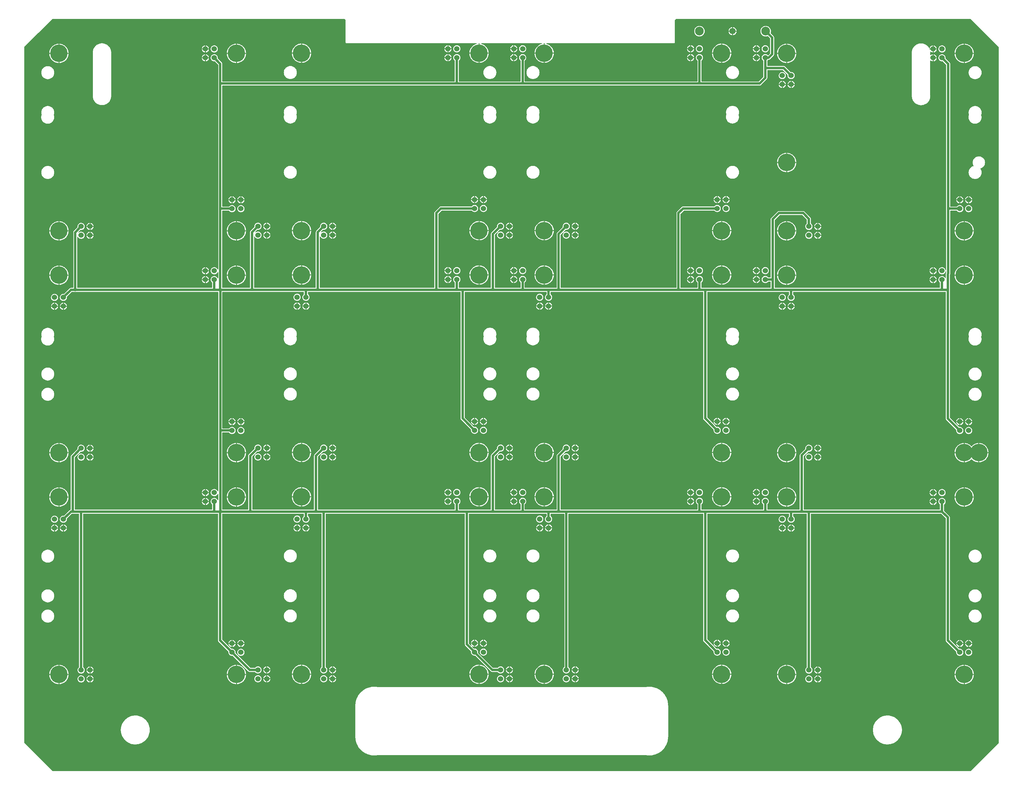
<source format=gbl>
G04 Layer: BottomLayer*
G04 EasyEDA v6.5.15, 2022-10-06 20:43:05*
G04 d80ca3a9b8d842dca4fe4369d2386359,5a6b42c53f6a479593ecc07194224c93,10*
G04 Gerber Generator version 0.2*
G04 Scale: 100 percent, Rotated: No, Reflected: No *
G04 Dimensions in millimeters *
G04 leading zeros omitted , absolute positions ,4 integer and 5 decimal *
%FSLAX45Y45*%
%MOMM*%

%ADD10C,0.6350*%
%ADD11C,5.0000*%
%ADD12C,1.5240*%
%ADD13C,2.5000*%
%ADD14C,1.8000*%
%ADD15C,0.0190*%

%LPD*%
G36*
X840435Y25908D02*
G01*
X836574Y26670D01*
X833272Y28905D01*
X28905Y833272D01*
X26670Y836574D01*
X25908Y840435D01*
X25908Y20764347D01*
X26720Y20768259D01*
X28956Y20771612D01*
X833119Y21561196D01*
X836421Y21563330D01*
X840232Y21564092D01*
X9179864Y21564092D01*
X9183725Y21563330D01*
X9187027Y21561094D01*
X9216694Y21531427D01*
X9218930Y21528125D01*
X9219692Y21524264D01*
X9219692Y20892109D01*
X9220504Y20885607D01*
X9222587Y20880070D01*
X9226143Y20874939D01*
X9229140Y20871891D01*
X9232747Y20869249D01*
X9238284Y20866760D01*
X9245752Y20865592D01*
X12964464Y20865592D01*
X12968579Y20864728D01*
X12971983Y20862290D01*
X12974116Y20858683D01*
X12974574Y20854466D01*
X12973354Y20850504D01*
X12970560Y20847304D01*
X12966801Y20845526D01*
X12963804Y20844865D01*
X12941808Y20837702D01*
X12920522Y20828762D01*
X12900050Y20818043D01*
X12880543Y20805648D01*
X12862153Y20791678D01*
X12844932Y20776234D01*
X12829133Y20759369D01*
X12814808Y20741284D01*
X12802006Y20722031D01*
X12790881Y20701762D01*
X12781483Y20680680D01*
X12773863Y20658836D01*
X12768122Y20636484D01*
X12764262Y20613674D01*
X12762433Y20591780D01*
X13025272Y20591780D01*
X13025272Y20855432D01*
X13026085Y20859343D01*
X13028269Y20862594D01*
X13031571Y20864830D01*
X13035432Y20865592D01*
X13040512Y20865592D01*
X13044424Y20864830D01*
X13047726Y20862594D01*
X13049910Y20859343D01*
X13050672Y20855432D01*
X13050672Y20591780D01*
X13313359Y20591780D01*
X13312901Y20602194D01*
X13310006Y20625104D01*
X13305231Y20647710D01*
X13298525Y20669859D01*
X13290042Y20691348D01*
X13279780Y20712023D01*
X13267791Y20731784D01*
X13254228Y20750479D01*
X13239089Y20767954D01*
X13222630Y20784159D01*
X13204799Y20798891D01*
X13185851Y20812048D01*
X13165836Y20823631D01*
X13144906Y20833435D01*
X13123265Y20841512D01*
X13108381Y20845627D01*
X13104723Y20847558D01*
X13102132Y20850758D01*
X13101015Y20854720D01*
X13101574Y20858835D01*
X13103707Y20862340D01*
X13107060Y20864728D01*
X13111124Y20865592D01*
X14828570Y20865592D01*
X14832685Y20864728D01*
X14836089Y20862290D01*
X14838222Y20858683D01*
X14838680Y20854466D01*
X14837460Y20850504D01*
X14834666Y20847304D01*
X14830907Y20845526D01*
X14827910Y20844865D01*
X14805913Y20837702D01*
X14784628Y20828762D01*
X14764156Y20818043D01*
X14744649Y20805648D01*
X14726259Y20791678D01*
X14709038Y20776234D01*
X14693239Y20759369D01*
X14678913Y20741284D01*
X14666112Y20722031D01*
X14654987Y20701762D01*
X14645589Y20680680D01*
X14637969Y20658836D01*
X14632228Y20636484D01*
X14628368Y20613674D01*
X14626539Y20591780D01*
X14889378Y20591780D01*
X14889378Y20855432D01*
X14890191Y20859343D01*
X14892375Y20862594D01*
X14895677Y20864830D01*
X14899538Y20865592D01*
X14904618Y20865592D01*
X14908530Y20864830D01*
X14911832Y20862594D01*
X14914016Y20859343D01*
X14914778Y20855432D01*
X14914778Y20591780D01*
X15177465Y20591780D01*
X15177007Y20602194D01*
X15174112Y20625104D01*
X15169337Y20647710D01*
X15162631Y20669859D01*
X15154148Y20691348D01*
X15143886Y20712023D01*
X15131897Y20731784D01*
X15118334Y20750479D01*
X15103195Y20767954D01*
X15086736Y20784159D01*
X15068905Y20798891D01*
X15049957Y20812048D01*
X15029942Y20823631D01*
X15009012Y20833435D01*
X14987371Y20841512D01*
X14972487Y20845627D01*
X14968829Y20847558D01*
X14966238Y20850758D01*
X14965121Y20854720D01*
X14965680Y20858835D01*
X14967813Y20862340D01*
X14971166Y20864728D01*
X14975230Y20865592D01*
X18617590Y20865592D01*
X18624092Y20866404D01*
X18629630Y20868487D01*
X18634760Y20872043D01*
X18637808Y20875040D01*
X18640450Y20878647D01*
X18642939Y20884184D01*
X18644108Y20891652D01*
X18644108Y21524264D01*
X18644870Y21528125D01*
X18647105Y21531427D01*
X18676772Y21561094D01*
X18680074Y21563330D01*
X18683935Y21564092D01*
X27099564Y21564092D01*
X27103425Y21563330D01*
X27106727Y21561094D01*
X27911094Y20756727D01*
X27913330Y20753425D01*
X27914092Y20749564D01*
X27914092Y840435D01*
X27913330Y836574D01*
X27911094Y833272D01*
X27106727Y28905D01*
X27103425Y26670D01*
X27099564Y25908D01*
G37*

%LPC*%
G36*
X20179487Y21221700D02*
G01*
X20281900Y21221700D01*
X20281900Y21323960D01*
X20272908Y21322842D01*
X20258786Y21319236D01*
X20245273Y21313851D01*
X20232522Y21306840D01*
X20220736Y21298306D01*
X20210119Y21288349D01*
X20200823Y21277122D01*
X20193050Y21264829D01*
X20186853Y21251672D01*
X20182332Y21237803D01*
X20179639Y21223528D01*
G37*
G36*
X20307300Y21221700D02*
G01*
X20409712Y21221700D01*
X20409560Y21223528D01*
X20406868Y21237803D01*
X20402346Y21251672D01*
X20396149Y21264829D01*
X20388376Y21277122D01*
X20379080Y21288349D01*
X20368463Y21298306D01*
X20356677Y21306840D01*
X20343926Y21313851D01*
X20330414Y21319236D01*
X20316291Y21322842D01*
X20307300Y21323960D01*
G37*
G36*
X24719788Y793140D02*
G01*
X24748286Y793648D01*
X24776734Y796137D01*
X24804928Y800506D01*
X24832767Y806856D01*
X24860046Y815136D01*
X24886767Y825246D01*
X24912675Y837184D01*
X24937720Y850900D01*
X24961748Y866292D01*
X24984659Y883310D01*
X25006350Y901852D01*
X25026670Y921867D01*
X25045619Y943203D01*
X25063043Y965809D01*
X25078842Y989584D01*
X25092964Y1014374D01*
X25105309Y1040079D01*
X25115926Y1066596D01*
X25124613Y1093774D01*
X25131471Y1121460D01*
X25136348Y1149604D01*
X25139294Y1178001D01*
X25140310Y1206500D01*
X25139294Y1234998D01*
X25136348Y1263396D01*
X25131471Y1291539D01*
X25124613Y1319225D01*
X25115926Y1346403D01*
X25105309Y1372920D01*
X25092964Y1398625D01*
X25078842Y1423416D01*
X25063043Y1447190D01*
X25045619Y1469796D01*
X25026670Y1491132D01*
X25006350Y1511147D01*
X24984659Y1529689D01*
X24961748Y1546707D01*
X24937720Y1562100D01*
X24912675Y1575816D01*
X24886767Y1587754D01*
X24860046Y1597863D01*
X24832767Y1606143D01*
X24804928Y1612493D01*
X24776734Y1616862D01*
X24748286Y1619351D01*
X24719788Y1619859D01*
X24691289Y1618386D01*
X24662942Y1614932D01*
X24634901Y1609547D01*
X24607316Y1602232D01*
X24580291Y1593037D01*
X24553976Y1582013D01*
X24528475Y1569161D01*
X24503938Y1554632D01*
X24480469Y1538427D01*
X24458168Y1520596D01*
X24437136Y1501343D01*
X24417477Y1480616D01*
X24399290Y1458620D01*
X24382679Y1435455D01*
X24367693Y1411122D01*
X24354434Y1385874D01*
X24342953Y1359763D01*
X24333301Y1332890D01*
X24325529Y1305458D01*
X24319636Y1277518D01*
X24315724Y1249222D01*
X24313743Y1220774D01*
X24313743Y1192225D01*
X24315724Y1163777D01*
X24319636Y1135481D01*
X24325529Y1107541D01*
X24333301Y1080109D01*
X24342953Y1053236D01*
X24354434Y1027125D01*
X24367693Y1001877D01*
X24382679Y977544D01*
X24399290Y954379D01*
X24417477Y932383D01*
X24437136Y911656D01*
X24458168Y892403D01*
X24480469Y874572D01*
X24503938Y858367D01*
X24528475Y843838D01*
X24553976Y830986D01*
X24580291Y819962D01*
X24607316Y810768D01*
X24634901Y803452D01*
X24662942Y798068D01*
X24691289Y794613D01*
G37*
G36*
X3193288Y793140D02*
G01*
X3221786Y793648D01*
X3250234Y796137D01*
X3278428Y800506D01*
X3306267Y806856D01*
X3333546Y815136D01*
X3360267Y825246D01*
X3386175Y837184D01*
X3411220Y850900D01*
X3435248Y866292D01*
X3458159Y883310D01*
X3479850Y901852D01*
X3500170Y921867D01*
X3519119Y943203D01*
X3536543Y965809D01*
X3552342Y989584D01*
X3566464Y1014374D01*
X3578809Y1040079D01*
X3589426Y1066596D01*
X3598113Y1093774D01*
X3604971Y1121460D01*
X3609848Y1149604D01*
X3612794Y1178001D01*
X3613810Y1206500D01*
X3612794Y1234998D01*
X3609848Y1263396D01*
X3604971Y1291539D01*
X3598113Y1319225D01*
X3589426Y1346403D01*
X3578809Y1372920D01*
X3566464Y1398625D01*
X3552342Y1423416D01*
X3536543Y1447190D01*
X3519119Y1469796D01*
X3500170Y1491132D01*
X3479850Y1511147D01*
X3458159Y1529689D01*
X3435248Y1546707D01*
X3411220Y1562100D01*
X3386175Y1575816D01*
X3360267Y1587754D01*
X3333546Y1597863D01*
X3306267Y1606143D01*
X3278428Y1612493D01*
X3250234Y1616862D01*
X3221786Y1619351D01*
X3193288Y1619859D01*
X3164789Y1618386D01*
X3136442Y1614932D01*
X3108401Y1609547D01*
X3080816Y1602232D01*
X3053791Y1593037D01*
X3027476Y1582013D01*
X3001975Y1569161D01*
X2977438Y1554632D01*
X2953969Y1538427D01*
X2931668Y1520596D01*
X2910636Y1501343D01*
X2890977Y1480616D01*
X2872790Y1458620D01*
X2856179Y1435455D01*
X2841193Y1411122D01*
X2827934Y1385874D01*
X2816453Y1359763D01*
X2806801Y1332890D01*
X2799029Y1305458D01*
X2793136Y1277518D01*
X2789224Y1249222D01*
X2787243Y1220774D01*
X2787243Y1192225D01*
X2789224Y1163777D01*
X2793136Y1135481D01*
X2799029Y1107541D01*
X2806801Y1080109D01*
X2816453Y1053236D01*
X2827934Y1027125D01*
X2841193Y1001877D01*
X2856179Y977544D01*
X2872790Y954379D01*
X2890977Y932383D01*
X2910636Y911656D01*
X2931668Y892403D01*
X2953969Y874572D01*
X2977438Y858367D01*
X3001975Y843838D01*
X3027476Y830986D01*
X3053791Y819962D01*
X3080816Y810768D01*
X3108401Y803452D01*
X3136442Y798068D01*
X3164789Y794613D01*
G37*
G36*
X20307300Y21094039D02*
G01*
X20316291Y21095157D01*
X20330414Y21098764D01*
X20343926Y21104148D01*
X20356677Y21111159D01*
X20368463Y21119693D01*
X20379080Y21129650D01*
X20388376Y21140877D01*
X20396149Y21153170D01*
X20402346Y21166328D01*
X20406868Y21180196D01*
X20409560Y21194471D01*
X20409712Y21196300D01*
X20307300Y21196300D01*
G37*
G36*
X1028700Y2518562D02*
G01*
X1033322Y2518664D01*
X1056284Y2521051D01*
X1078992Y2525369D01*
X1101242Y2531618D01*
X1122934Y2539644D01*
X1143812Y2549499D01*
X1163828Y2561031D01*
X1182827Y2574239D01*
X1200607Y2588971D01*
X1217117Y2605125D01*
X1232204Y2622600D01*
X1245819Y2641295D01*
X1257757Y2661107D01*
X1268018Y2681782D01*
X1276553Y2703271D01*
X1283208Y2725369D01*
X1288034Y2747975D01*
X1290929Y2770936D01*
X1291336Y2781300D01*
X1028700Y2781300D01*
G37*
G36*
X26936700Y2518562D02*
G01*
X26941322Y2518664D01*
X26964284Y2521051D01*
X26986992Y2525369D01*
X27009242Y2531618D01*
X27030934Y2539644D01*
X27051812Y2549499D01*
X27071827Y2561031D01*
X27090827Y2574239D01*
X27108607Y2588971D01*
X27125117Y2605125D01*
X27140204Y2622600D01*
X27153819Y2641295D01*
X27165757Y2661107D01*
X27176018Y2681782D01*
X27184553Y2703271D01*
X27191208Y2725369D01*
X27196034Y2747975D01*
X27198929Y2770936D01*
X27199336Y2781300D01*
X26936700Y2781300D01*
G37*
G36*
X6108700Y2518562D02*
G01*
X6113322Y2518664D01*
X6136284Y2521051D01*
X6158992Y2525369D01*
X6181242Y2531618D01*
X6202934Y2539644D01*
X6223812Y2549499D01*
X6243828Y2561031D01*
X6262827Y2574239D01*
X6280607Y2588971D01*
X6297117Y2605125D01*
X6312204Y2622600D01*
X6325819Y2641295D01*
X6337757Y2661107D01*
X6348018Y2681782D01*
X6356553Y2703271D01*
X6363208Y2725369D01*
X6368034Y2747975D01*
X6370929Y2770936D01*
X6371336Y2781300D01*
X6108700Y2781300D01*
G37*
G36*
X21856700Y2518562D02*
G01*
X21861322Y2518664D01*
X21884284Y2521051D01*
X21906992Y2525369D01*
X21929242Y2531618D01*
X21950934Y2539644D01*
X21971812Y2549499D01*
X21991828Y2561031D01*
X22010827Y2574239D01*
X22028607Y2588971D01*
X22045117Y2605125D01*
X22060204Y2622600D01*
X22073819Y2641295D01*
X22085757Y2661107D01*
X22096018Y2681782D01*
X22104553Y2703271D01*
X22111208Y2725369D01*
X22116034Y2747975D01*
X22118929Y2770936D01*
X22119336Y2781300D01*
X21856700Y2781300D01*
G37*
G36*
X21831300Y2518613D02*
G01*
X21831300Y2781300D01*
X21568410Y2781300D01*
X21570289Y2759405D01*
X21574150Y2736646D01*
X21579890Y2714244D01*
X21587460Y2692450D01*
X21596858Y2671318D01*
X21607983Y2651099D01*
X21620784Y2631846D01*
X21635161Y2613710D01*
X21650960Y2596896D01*
X21668130Y2581402D01*
X21686520Y2567432D01*
X21706027Y2555087D01*
X21726499Y2544368D01*
X21747835Y2535428D01*
X21769781Y2528265D01*
X21792285Y2522982D01*
X21815145Y2519629D01*
G37*
G36*
X26911300Y2518613D02*
G01*
X26911300Y2781300D01*
X26648410Y2781300D01*
X26650289Y2759405D01*
X26654150Y2736646D01*
X26659890Y2714244D01*
X26667460Y2692450D01*
X26676858Y2671318D01*
X26687983Y2651099D01*
X26700784Y2631846D01*
X26715161Y2613710D01*
X26730960Y2596896D01*
X26748130Y2581402D01*
X26766520Y2567432D01*
X26786027Y2555087D01*
X26806499Y2544368D01*
X26827835Y2535428D01*
X26849781Y2528265D01*
X26872285Y2522982D01*
X26895145Y2519629D01*
G37*
G36*
X1003300Y2518613D02*
G01*
X1003300Y2781300D01*
X740410Y2781300D01*
X742289Y2759405D01*
X746150Y2736646D01*
X751890Y2714244D01*
X759460Y2692450D01*
X768858Y2671318D01*
X779983Y2651099D01*
X792784Y2631846D01*
X807161Y2613710D01*
X822960Y2596896D01*
X840130Y2581402D01*
X858519Y2567432D01*
X878027Y2555087D01*
X898499Y2544368D01*
X919835Y2535428D01*
X941781Y2528265D01*
X964285Y2522982D01*
X987145Y2519629D01*
G37*
G36*
X6083300Y2518613D02*
G01*
X6083300Y2781300D01*
X5820410Y2781300D01*
X5822289Y2759405D01*
X5826150Y2736646D01*
X5831890Y2714244D01*
X5839460Y2692450D01*
X5848858Y2671318D01*
X5859983Y2651099D01*
X5872784Y2631846D01*
X5887161Y2613710D01*
X5902960Y2596896D01*
X5920130Y2581402D01*
X5938520Y2567432D01*
X5958027Y2555087D01*
X5978499Y2544368D01*
X5999835Y2535428D01*
X6021781Y2528265D01*
X6044285Y2522982D01*
X6067145Y2519629D01*
G37*
G36*
X19994778Y2523642D02*
G01*
X19999401Y2523744D01*
X20022413Y2526182D01*
X20045121Y2530500D01*
X20067371Y2536698D01*
X20089012Y2544775D01*
X20109942Y2554579D01*
X20129906Y2566162D01*
X20148905Y2579319D01*
X20166685Y2594051D01*
X20183195Y2610256D01*
X20198334Y2627731D01*
X20211897Y2646426D01*
X20223886Y2666187D01*
X20234148Y2686862D01*
X20242631Y2708351D01*
X20249337Y2730500D01*
X20254112Y2753106D01*
X20257008Y2776016D01*
X20257465Y2786380D01*
X19994778Y2786380D01*
G37*
G36*
X7970672Y2523642D02*
G01*
X7975295Y2523744D01*
X7998307Y2526182D01*
X8021015Y2530500D01*
X8043265Y2536698D01*
X8064906Y2544775D01*
X8085836Y2554579D01*
X8105851Y2566162D01*
X8124799Y2579319D01*
X8142630Y2594051D01*
X8159140Y2610256D01*
X8174228Y2627731D01*
X8187791Y2646426D01*
X8199780Y2666187D01*
X8210042Y2686862D01*
X8218525Y2708351D01*
X8225231Y2730500D01*
X8230006Y2753106D01*
X8232902Y2776016D01*
X8233359Y2786380D01*
X7970672Y2786380D01*
G37*
G36*
X14914778Y2523642D02*
G01*
X14919401Y2523744D01*
X14942413Y2526182D01*
X14965121Y2530500D01*
X14987371Y2536698D01*
X15009012Y2544775D01*
X15029942Y2554579D01*
X15049906Y2566162D01*
X15068905Y2579319D01*
X15086685Y2594051D01*
X15103195Y2610256D01*
X15118334Y2627731D01*
X15131897Y2646426D01*
X15143886Y2666187D01*
X15154148Y2686862D01*
X15162631Y2708351D01*
X15169337Y2730500D01*
X15174112Y2753106D01*
X15177007Y2776016D01*
X15177465Y2786380D01*
X14914778Y2786380D01*
G37*
G36*
X13050672Y2523642D02*
G01*
X13055295Y2523744D01*
X13078307Y2526182D01*
X13101015Y2530500D01*
X13123265Y2536698D01*
X13144906Y2544775D01*
X13165836Y2554579D01*
X13185851Y2566162D01*
X13204799Y2579319D01*
X13222630Y2594051D01*
X13239140Y2610256D01*
X13254228Y2627731D01*
X13267791Y2646426D01*
X13279780Y2666187D01*
X13290042Y2686862D01*
X13298525Y2708351D01*
X13305231Y2730500D01*
X13310006Y2753106D01*
X13312901Y2776016D01*
X13313359Y2786380D01*
X13050672Y2786380D01*
G37*
G36*
X19969378Y2523693D02*
G01*
X19969378Y2786380D01*
X19706539Y2786380D01*
X19708368Y2764536D01*
X19712228Y2741726D01*
X19717969Y2719374D01*
X19725589Y2697530D01*
X19734987Y2676448D01*
X19746112Y2656179D01*
X19758914Y2636926D01*
X19773239Y2618841D01*
X19789038Y2601976D01*
X19806208Y2586532D01*
X19824649Y2572562D01*
X19844156Y2560167D01*
X19864628Y2549448D01*
X19885914Y2540508D01*
X19907910Y2533345D01*
X19930414Y2528112D01*
X19953274Y2524709D01*
G37*
G36*
X7945272Y2523693D02*
G01*
X7945272Y2786380D01*
X7682433Y2786380D01*
X7684262Y2764536D01*
X7688122Y2741726D01*
X7693863Y2719374D01*
X7701483Y2697530D01*
X7710881Y2676448D01*
X7722006Y2656179D01*
X7734808Y2636926D01*
X7749133Y2618841D01*
X7764983Y2601976D01*
X7782153Y2586532D01*
X7800543Y2572562D01*
X7820050Y2560167D01*
X7840522Y2549448D01*
X7861808Y2540508D01*
X7883804Y2533345D01*
X7906308Y2528112D01*
X7929168Y2524709D01*
G37*
G36*
X14889378Y2523693D02*
G01*
X14889378Y2786380D01*
X14626539Y2786380D01*
X14628368Y2764536D01*
X14632228Y2741726D01*
X14637969Y2719374D01*
X14645589Y2697530D01*
X14654987Y2676448D01*
X14666112Y2656179D01*
X14678913Y2636926D01*
X14693239Y2618841D01*
X14709038Y2601976D01*
X14726208Y2586532D01*
X14744649Y2572562D01*
X14764156Y2560167D01*
X14784628Y2549448D01*
X14805913Y2540508D01*
X14827910Y2533345D01*
X14850414Y2528112D01*
X14873274Y2524709D01*
G37*
G36*
X13025272Y2523693D02*
G01*
X13025272Y2786380D01*
X12762433Y2786380D01*
X12764262Y2764536D01*
X12768122Y2741726D01*
X12773863Y2719374D01*
X12781483Y2697530D01*
X12790881Y2676448D01*
X12802006Y2656179D01*
X12814808Y2636926D01*
X12829133Y2618841D01*
X12844983Y2601976D01*
X12862153Y2586532D01*
X12880543Y2572562D01*
X12900050Y2560167D01*
X12920522Y2549448D01*
X12941808Y2540508D01*
X12963804Y2533345D01*
X12986308Y2528112D01*
X13009168Y2524709D01*
G37*
G36*
X22482403Y2564993D02*
G01*
X22495967Y2566314D01*
X22509226Y2569514D01*
X22521976Y2574391D01*
X22533914Y2580944D01*
X22544887Y2589022D01*
X22554692Y2598521D01*
X22563175Y2609240D01*
X22570135Y2620975D01*
X22575418Y2633522D01*
X22579025Y2646680D01*
X22580854Y2660192D01*
X22580854Y2673807D01*
X22579025Y2687320D01*
X22575418Y2700477D01*
X22570135Y2713024D01*
X22563175Y2724759D01*
X22554692Y2735478D01*
X22544887Y2744978D01*
X22533914Y2753055D01*
X22521976Y2759608D01*
X22509226Y2764485D01*
X22495967Y2767685D01*
X22482403Y2769006D01*
X22468789Y2768549D01*
X22455327Y2766314D01*
X22442322Y2762250D01*
X22429927Y2756509D01*
X22418446Y2749194D01*
X22408032Y2740406D01*
X22398888Y2730246D01*
X22391166Y2719019D01*
X22385020Y2706878D01*
X22380549Y2693974D01*
X22377806Y2680614D01*
X22376892Y2667000D01*
X22377806Y2653385D01*
X22380549Y2640025D01*
X22385020Y2627122D01*
X22391166Y2614980D01*
X22398888Y2603754D01*
X22408032Y2593594D01*
X22418446Y2584805D01*
X22429927Y2577490D01*
X22442322Y2571750D01*
X22455327Y2567686D01*
X22468789Y2565450D01*
G37*
G36*
X1654403Y2564993D02*
G01*
X1667967Y2566314D01*
X1681225Y2569514D01*
X1693976Y2574391D01*
X1705914Y2580944D01*
X1716887Y2589022D01*
X1726692Y2598521D01*
X1735175Y2609240D01*
X1742135Y2620975D01*
X1747418Y2633522D01*
X1751025Y2646680D01*
X1752854Y2660192D01*
X1752854Y2673807D01*
X1751025Y2687320D01*
X1747418Y2700477D01*
X1742135Y2713024D01*
X1735175Y2724759D01*
X1726692Y2735478D01*
X1716887Y2744978D01*
X1705914Y2753055D01*
X1693976Y2759608D01*
X1681225Y2764485D01*
X1667967Y2767685D01*
X1654403Y2769006D01*
X1640789Y2768549D01*
X1627327Y2766314D01*
X1614322Y2762250D01*
X1601927Y2756509D01*
X1590446Y2749194D01*
X1580032Y2740406D01*
X1570888Y2730246D01*
X1563166Y2719019D01*
X1557020Y2706878D01*
X1552549Y2693974D01*
X1549806Y2680614D01*
X1548892Y2667000D01*
X1549806Y2653385D01*
X1552549Y2640025D01*
X1557020Y2627122D01*
X1563166Y2614980D01*
X1570888Y2603754D01*
X1580032Y2593594D01*
X1590446Y2584805D01*
X1601927Y2577490D01*
X1614322Y2571750D01*
X1627327Y2567686D01*
X1640789Y2565450D01*
G37*
G36*
X22720300Y2565857D02*
G01*
X22720300Y2654300D01*
X22631755Y2654300D01*
X22634549Y2640025D01*
X22639020Y2627122D01*
X22645166Y2614980D01*
X22652888Y2603754D01*
X22662032Y2593594D01*
X22672446Y2584805D01*
X22683927Y2577490D01*
X22696322Y2571750D01*
X22709327Y2567686D01*
G37*
G36*
X1892300Y2565857D02*
G01*
X1892300Y2654300D01*
X1803755Y2654300D01*
X1806549Y2640025D01*
X1811020Y2627122D01*
X1817166Y2614980D01*
X1824888Y2603754D01*
X1834032Y2593594D01*
X1844446Y2584805D01*
X1855927Y2577490D01*
X1868322Y2571750D01*
X1881327Y2567686D01*
G37*
G36*
X22745700Y2565908D02*
G01*
X22749967Y2566314D01*
X22763226Y2569514D01*
X22775976Y2574391D01*
X22787914Y2580944D01*
X22798887Y2589022D01*
X22808692Y2598521D01*
X22817175Y2609240D01*
X22824135Y2620975D01*
X22829418Y2633522D01*
X22833025Y2646680D01*
X22834041Y2654300D01*
X22745700Y2654300D01*
G37*
G36*
X1917700Y2565908D02*
G01*
X1921967Y2566314D01*
X1935225Y2569514D01*
X1947976Y2574391D01*
X1959914Y2580944D01*
X1970887Y2589022D01*
X1980692Y2598521D01*
X1989175Y2609240D01*
X1996135Y2620975D01*
X2001418Y2633522D01*
X2005025Y2646680D01*
X2006041Y2654300D01*
X1917700Y2654300D01*
G37*
G36*
X15540532Y2570073D02*
G01*
X15554096Y2571445D01*
X15567355Y2574594D01*
X15580055Y2579522D01*
X15592044Y2586075D01*
X15603016Y2594152D01*
X15612821Y2603652D01*
X15621254Y2614320D01*
X15628213Y2626055D01*
X15633547Y2638602D01*
X15637154Y2651760D01*
X15638983Y2665272D01*
X15638983Y2678938D01*
X15637154Y2692450D01*
X15633547Y2705608D01*
X15628213Y2718155D01*
X15621254Y2729890D01*
X15612821Y2740558D01*
X15603016Y2750058D01*
X15592044Y2758135D01*
X15580055Y2764688D01*
X15567355Y2769616D01*
X15554096Y2772765D01*
X15540532Y2774137D01*
X15526867Y2773680D01*
X15513456Y2771394D01*
X15500400Y2767380D01*
X15488056Y2761640D01*
X15476575Y2754274D01*
X15466161Y2745486D01*
X15457017Y2735376D01*
X15449296Y2724150D01*
X15443149Y2711958D01*
X15438628Y2699054D01*
X15435935Y2685694D01*
X15435021Y2672080D01*
X15435935Y2658516D01*
X15438628Y2645156D01*
X15443149Y2632252D01*
X15449296Y2620060D01*
X15457017Y2608834D01*
X15466161Y2598724D01*
X15476575Y2589936D01*
X15488056Y2582570D01*
X15500400Y2576830D01*
X15513456Y2572816D01*
X15526867Y2570530D01*
G37*
G36*
X13658138Y2570073D02*
G01*
X13671702Y2571445D01*
X13684961Y2574594D01*
X13697712Y2579522D01*
X13709650Y2586075D01*
X13720622Y2594152D01*
X13730427Y2603652D01*
X13738910Y2614320D01*
X13745819Y2626055D01*
X13751153Y2638653D01*
X13754760Y2651760D01*
X13756589Y2665323D01*
X13756589Y2678938D01*
X13754760Y2692450D01*
X13751153Y2705608D01*
X13745819Y2718155D01*
X13738910Y2729890D01*
X13730427Y2740609D01*
X13720622Y2750058D01*
X13709650Y2758186D01*
X13697712Y2764739D01*
X13684961Y2769616D01*
X13671702Y2772765D01*
X13658138Y2774137D01*
X13644524Y2773680D01*
X13631062Y2771444D01*
X13618057Y2767380D01*
X13605662Y2761640D01*
X13594181Y2754325D01*
X13583767Y2745486D01*
X13574623Y2735376D01*
X13566901Y2724150D01*
X13560755Y2711958D01*
X13556284Y2699105D01*
X13553541Y2685745D01*
X13552627Y2672130D01*
X13553541Y2658516D01*
X13556284Y2645156D01*
X13560755Y2632252D01*
X13566901Y2620111D01*
X13574623Y2608834D01*
X13583767Y2598724D01*
X13594181Y2589936D01*
X13605662Y2582570D01*
X13618057Y2576830D01*
X13631062Y2572816D01*
X13644524Y2570530D01*
G37*
G36*
X6714032Y2570073D02*
G01*
X6727596Y2571445D01*
X6740855Y2574594D01*
X6753606Y2579522D01*
X6765544Y2586075D01*
X6776516Y2594152D01*
X6786321Y2603652D01*
X6794804Y2614320D01*
X6801713Y2626055D01*
X6807047Y2638653D01*
X6810654Y2651760D01*
X6812483Y2665323D01*
X6812483Y2678938D01*
X6810654Y2692450D01*
X6807047Y2705608D01*
X6801713Y2718155D01*
X6794804Y2729890D01*
X6786321Y2740609D01*
X6776516Y2750058D01*
X6765544Y2758186D01*
X6753606Y2764739D01*
X6740855Y2769616D01*
X6727596Y2772765D01*
X6714032Y2774137D01*
X6700418Y2773680D01*
X6686956Y2771444D01*
X6673951Y2767380D01*
X6661556Y2761640D01*
X6650075Y2754325D01*
X6639661Y2745486D01*
X6630517Y2735376D01*
X6622796Y2724150D01*
X6616649Y2711958D01*
X6612178Y2699105D01*
X6609435Y2685745D01*
X6608521Y2672130D01*
X6609435Y2658516D01*
X6612178Y2645156D01*
X6616649Y2632252D01*
X6622796Y2620111D01*
X6630517Y2608834D01*
X6639661Y2598724D01*
X6650075Y2589936D01*
X6661556Y2582570D01*
X6673951Y2576830D01*
X6686956Y2572816D01*
X6700418Y2570530D01*
G37*
G36*
X8596426Y2570073D02*
G01*
X8609990Y2571445D01*
X8623249Y2574594D01*
X8636000Y2579522D01*
X8647938Y2586075D01*
X8658910Y2594152D01*
X8668715Y2603652D01*
X8677148Y2614320D01*
X8684107Y2626055D01*
X8689441Y2638602D01*
X8693048Y2651760D01*
X8694877Y2665272D01*
X8694877Y2678938D01*
X8693048Y2692450D01*
X8689441Y2705608D01*
X8684107Y2718155D01*
X8677148Y2729890D01*
X8668715Y2740558D01*
X8658910Y2750058D01*
X8647938Y2758135D01*
X8636000Y2764688D01*
X8623249Y2769616D01*
X8609990Y2772765D01*
X8596426Y2774137D01*
X8582812Y2773680D01*
X8569350Y2771394D01*
X8556294Y2767380D01*
X8543950Y2761640D01*
X8532469Y2754274D01*
X8522055Y2745486D01*
X8512911Y2735376D01*
X8505190Y2724150D01*
X8499043Y2711958D01*
X8494572Y2699054D01*
X8491829Y2685694D01*
X8490915Y2672080D01*
X8491829Y2658516D01*
X8494572Y2645156D01*
X8499043Y2632252D01*
X8505190Y2620060D01*
X8512911Y2608834D01*
X8522055Y2598724D01*
X8532469Y2589936D01*
X8543950Y2582570D01*
X8556294Y2576830D01*
X8569350Y2572816D01*
X8582812Y2570530D01*
G37*
G36*
X8834323Y2570937D02*
G01*
X8834323Y2659380D01*
X8745778Y2659380D01*
X8748572Y2645156D01*
X8753043Y2632252D01*
X8759190Y2620060D01*
X8766911Y2608834D01*
X8776055Y2598724D01*
X8786469Y2589936D01*
X8797950Y2582570D01*
X8810294Y2576830D01*
X8823350Y2572816D01*
G37*
G36*
X15778429Y2570937D02*
G01*
X15778429Y2659380D01*
X15689884Y2659380D01*
X15692628Y2645156D01*
X15697149Y2632252D01*
X15703296Y2620060D01*
X15711017Y2608834D01*
X15720161Y2598724D01*
X15730575Y2589936D01*
X15742056Y2582570D01*
X15754400Y2576830D01*
X15767456Y2572816D01*
G37*
G36*
X8859723Y2570988D02*
G01*
X8863990Y2571445D01*
X8877249Y2574594D01*
X8890000Y2579522D01*
X8901938Y2586075D01*
X8912910Y2594152D01*
X8922715Y2603652D01*
X8931148Y2614320D01*
X8938107Y2626055D01*
X8943441Y2638602D01*
X8947048Y2651760D01*
X8948064Y2659380D01*
X8859723Y2659380D01*
G37*
G36*
X15803829Y2570988D02*
G01*
X15808096Y2571445D01*
X15821355Y2574594D01*
X15834055Y2579522D01*
X15846044Y2586075D01*
X15857016Y2594152D01*
X15866821Y2603652D01*
X15875254Y2614320D01*
X15882213Y2626055D01*
X15887547Y2638602D01*
X15891154Y2651760D01*
X15892170Y2659380D01*
X15803829Y2659380D01*
G37*
G36*
X6951929Y2570988D02*
G01*
X6951929Y2659430D01*
X6863384Y2659430D01*
X6866178Y2645156D01*
X6870649Y2632252D01*
X6876796Y2620111D01*
X6884517Y2608834D01*
X6893661Y2598724D01*
X6904075Y2589936D01*
X6915556Y2582570D01*
X6927951Y2576830D01*
X6940956Y2572816D01*
G37*
G36*
X13896035Y2570988D02*
G01*
X13896035Y2659430D01*
X13807490Y2659430D01*
X13810284Y2645156D01*
X13814755Y2632252D01*
X13820901Y2620111D01*
X13828623Y2608834D01*
X13837767Y2598724D01*
X13848181Y2589936D01*
X13859662Y2582570D01*
X13872057Y2576830D01*
X13885062Y2572816D01*
G37*
G36*
X13921435Y2571038D02*
G01*
X13925702Y2571445D01*
X13938961Y2574594D01*
X13951712Y2579522D01*
X13963650Y2586075D01*
X13974622Y2594152D01*
X13984427Y2603652D01*
X13992910Y2614320D01*
X13999819Y2626055D01*
X14005153Y2638653D01*
X14008760Y2651760D01*
X14009776Y2659430D01*
X13921435Y2659430D01*
G37*
G36*
X6977329Y2571038D02*
G01*
X6981596Y2571445D01*
X6994855Y2574594D01*
X7007606Y2579522D01*
X7019544Y2586075D01*
X7030516Y2594152D01*
X7040321Y2603652D01*
X7048804Y2614320D01*
X7055713Y2626055D01*
X7061047Y2638653D01*
X7064654Y2651760D01*
X7065670Y2659430D01*
X6977329Y2659430D01*
G37*
G36*
X22745700Y2679700D02*
G01*
X22834041Y2679700D01*
X22833025Y2687320D01*
X22829418Y2700477D01*
X22824135Y2713024D01*
X22817175Y2724759D01*
X22808692Y2735478D01*
X22798887Y2744978D01*
X22787914Y2753055D01*
X22775976Y2759608D01*
X22763226Y2764485D01*
X22749967Y2767685D01*
X22745700Y2768092D01*
G37*
G36*
X1917700Y2679700D02*
G01*
X2006041Y2679700D01*
X2005025Y2687320D01*
X2001418Y2700477D01*
X1996135Y2713024D01*
X1989175Y2724759D01*
X1980692Y2735478D01*
X1970887Y2744978D01*
X1959914Y2753055D01*
X1947976Y2759608D01*
X1935225Y2764485D01*
X1921967Y2767685D01*
X1917700Y2768092D01*
G37*
G36*
X1803755Y2679700D02*
G01*
X1892300Y2679700D01*
X1892300Y2768142D01*
X1881327Y2766314D01*
X1868322Y2762250D01*
X1855927Y2756509D01*
X1844446Y2749194D01*
X1834032Y2740406D01*
X1824888Y2730246D01*
X1817166Y2719019D01*
X1811020Y2706878D01*
X1806549Y2693974D01*
G37*
G36*
X22631755Y2679700D02*
G01*
X22720300Y2679700D01*
X22720300Y2768142D01*
X22709327Y2766314D01*
X22696322Y2762250D01*
X22683927Y2756509D01*
X22672446Y2749194D01*
X22662032Y2740406D01*
X22652888Y2730246D01*
X22645166Y2719019D01*
X22639020Y2706878D01*
X22634549Y2693974D01*
G37*
G36*
X8859723Y2684780D02*
G01*
X8948064Y2684780D01*
X8947048Y2692450D01*
X8943441Y2705608D01*
X8938107Y2718155D01*
X8931148Y2729890D01*
X8922715Y2740558D01*
X8912910Y2750058D01*
X8901938Y2758135D01*
X8890000Y2764688D01*
X8877249Y2769616D01*
X8863990Y2772765D01*
X8859723Y2773222D01*
G37*
G36*
X15803829Y2684780D02*
G01*
X15892170Y2684780D01*
X15891154Y2692450D01*
X15887547Y2705608D01*
X15882213Y2718155D01*
X15875254Y2729890D01*
X15866821Y2740558D01*
X15857016Y2750058D01*
X15846044Y2758135D01*
X15834055Y2764688D01*
X15821355Y2769616D01*
X15808096Y2772765D01*
X15803829Y2773222D01*
G37*
G36*
X8745778Y2684780D02*
G01*
X8834323Y2684780D01*
X8834323Y2773273D01*
X8823350Y2771394D01*
X8810294Y2767380D01*
X8797950Y2761640D01*
X8786469Y2754274D01*
X8776055Y2745486D01*
X8766911Y2735376D01*
X8759190Y2724150D01*
X8753043Y2711958D01*
X8748572Y2699054D01*
G37*
G36*
X15689884Y2684780D02*
G01*
X15778429Y2684780D01*
X15778429Y2773273D01*
X15767456Y2771394D01*
X15754400Y2767380D01*
X15742056Y2761640D01*
X15730575Y2754274D01*
X15720161Y2745486D01*
X15711017Y2735376D01*
X15703296Y2724150D01*
X15697149Y2711958D01*
X15692628Y2699054D01*
G37*
G36*
X13921435Y2684830D02*
G01*
X14009776Y2684830D01*
X14008760Y2692450D01*
X14005153Y2705608D01*
X13999819Y2718155D01*
X13992910Y2729890D01*
X13984427Y2740609D01*
X13974622Y2750058D01*
X13963650Y2758186D01*
X13951712Y2764739D01*
X13938961Y2769616D01*
X13925702Y2772765D01*
X13921435Y2773222D01*
G37*
G36*
X6977329Y2684830D02*
G01*
X7065670Y2684830D01*
X7064654Y2692450D01*
X7061047Y2705608D01*
X7055713Y2718155D01*
X7048804Y2729890D01*
X7040321Y2740609D01*
X7030516Y2750058D01*
X7019544Y2758186D01*
X7007606Y2764739D01*
X6994855Y2769616D01*
X6981596Y2772765D01*
X6977329Y2773222D01*
G37*
G36*
X6863384Y2684830D02*
G01*
X6951929Y2684830D01*
X6951929Y2773273D01*
X6940956Y2771444D01*
X6927951Y2767380D01*
X6915556Y2761640D01*
X6904075Y2754325D01*
X6893661Y2745486D01*
X6884517Y2735376D01*
X6876796Y2724150D01*
X6870649Y2711958D01*
X6866178Y2699105D01*
G37*
G36*
X13807490Y2684830D02*
G01*
X13896035Y2684830D01*
X13896035Y2773273D01*
X13885062Y2771444D01*
X13872057Y2767380D01*
X13859662Y2761640D01*
X13848181Y2754325D01*
X13837767Y2745486D01*
X13828623Y2735376D01*
X13820901Y2724150D01*
X13814755Y2711958D01*
X13810284Y2699105D01*
G37*
G36*
X6108700Y2806700D02*
G01*
X6371336Y2806700D01*
X6370929Y2817063D01*
X6368034Y2840024D01*
X6363208Y2862630D01*
X6356553Y2884728D01*
X6348018Y2906217D01*
X6337757Y2926892D01*
X6325819Y2946704D01*
X6312204Y2965348D01*
X6297117Y2982874D01*
X6280607Y2999028D01*
X6262827Y3013760D01*
X6243828Y3026968D01*
X6223812Y3038500D01*
X6202934Y3048355D01*
X6181242Y3056382D01*
X6158992Y3062630D01*
X6136284Y3066948D01*
X6113322Y3069336D01*
X6108700Y3069437D01*
G37*
G36*
X21856700Y2806700D02*
G01*
X22119336Y2806700D01*
X22118929Y2817063D01*
X22116034Y2840024D01*
X22111208Y2862630D01*
X22104553Y2884728D01*
X22096018Y2906217D01*
X22085757Y2926892D01*
X22073819Y2946704D01*
X22060204Y2965348D01*
X22045117Y2982874D01*
X22028607Y2999028D01*
X22010827Y3013760D01*
X21991828Y3026968D01*
X21971812Y3038500D01*
X21950934Y3048355D01*
X21929242Y3056382D01*
X21906992Y3062630D01*
X21884284Y3066948D01*
X21861322Y3069336D01*
X21856700Y3069437D01*
G37*
G36*
X1028700Y2806700D02*
G01*
X1291336Y2806700D01*
X1290929Y2817063D01*
X1288034Y2840024D01*
X1283208Y2862630D01*
X1276553Y2884728D01*
X1268018Y2906217D01*
X1257757Y2926892D01*
X1245819Y2946704D01*
X1232204Y2965348D01*
X1217117Y2982874D01*
X1200607Y2999028D01*
X1182827Y3013760D01*
X1163828Y3026968D01*
X1143812Y3038500D01*
X1122934Y3048355D01*
X1101242Y3056382D01*
X1078992Y3062630D01*
X1056284Y3066948D01*
X1033322Y3069336D01*
X1028700Y3069437D01*
G37*
G36*
X26936700Y2806700D02*
G01*
X27199336Y2806700D01*
X27198929Y2817063D01*
X27196034Y2840024D01*
X27191208Y2862630D01*
X27184553Y2884728D01*
X27176018Y2906217D01*
X27165757Y2926892D01*
X27153819Y2946704D01*
X27140204Y2965348D01*
X27125117Y2982874D01*
X27108607Y2999028D01*
X27090827Y3013760D01*
X27071827Y3026968D01*
X27051812Y3038500D01*
X27030934Y3048355D01*
X27009242Y3056382D01*
X26986992Y3062630D01*
X26964284Y3066948D01*
X26941322Y3069336D01*
X26936700Y3069437D01*
G37*
G36*
X26648410Y2806700D02*
G01*
X26911300Y2806700D01*
X26911300Y3069386D01*
X26895145Y3068370D01*
X26872285Y3065018D01*
X26849781Y3059734D01*
X26827835Y3052572D01*
X26806499Y3043631D01*
X26786027Y3032912D01*
X26766520Y3020568D01*
X26748130Y3006598D01*
X26730960Y2991104D01*
X26715161Y2974289D01*
X26700784Y2956153D01*
X26687983Y2936900D01*
X26676858Y2916682D01*
X26667460Y2895549D01*
X26659890Y2873756D01*
X26654150Y2851353D01*
X26650289Y2828594D01*
G37*
G36*
X5820410Y2806700D02*
G01*
X6083300Y2806700D01*
X6083300Y3069386D01*
X6067145Y3068370D01*
X6044285Y3065018D01*
X6021781Y3059734D01*
X5999835Y3052572D01*
X5978499Y3043631D01*
X5958027Y3032912D01*
X5938520Y3020568D01*
X5920130Y3006598D01*
X5902960Y2991104D01*
X5887161Y2974289D01*
X5872784Y2956153D01*
X5859983Y2936900D01*
X5848858Y2916682D01*
X5839460Y2895549D01*
X5831890Y2873756D01*
X5826150Y2851353D01*
X5822289Y2828594D01*
G37*
G36*
X21568410Y2806700D02*
G01*
X21831300Y2806700D01*
X21831300Y3069386D01*
X21815145Y3068370D01*
X21792285Y3065018D01*
X21769781Y3059734D01*
X21747835Y3052572D01*
X21726499Y3043631D01*
X21706027Y3032912D01*
X21686520Y3020568D01*
X21668130Y3006598D01*
X21650960Y2991104D01*
X21635161Y2974289D01*
X21620784Y2956153D01*
X21607983Y2936900D01*
X21596858Y2916682D01*
X21587460Y2895549D01*
X21579890Y2873756D01*
X21574150Y2851353D01*
X21570289Y2828594D01*
G37*
G36*
X740410Y2806700D02*
G01*
X1003300Y2806700D01*
X1003300Y3069386D01*
X987145Y3068370D01*
X964285Y3065018D01*
X941781Y3059734D01*
X919835Y3052572D01*
X898499Y3043631D01*
X878027Y3032912D01*
X858519Y3020568D01*
X840130Y3006598D01*
X822960Y2991104D01*
X807161Y2974289D01*
X792784Y2956153D01*
X779983Y2936900D01*
X768858Y2916682D01*
X759460Y2895549D01*
X751890Y2873756D01*
X746150Y2851353D01*
X742289Y2828594D01*
G37*
G36*
X19994778Y2811780D02*
G01*
X20257465Y2811780D01*
X20257008Y2822194D01*
X20254112Y2845104D01*
X20249337Y2867710D01*
X20242631Y2889808D01*
X20234148Y2911297D01*
X20223886Y2932023D01*
X20211897Y2951784D01*
X20198334Y2970479D01*
X20183195Y2987954D01*
X20166685Y3004108D01*
X20148905Y3018840D01*
X20129906Y3032048D01*
X20109942Y3043580D01*
X20089012Y3053435D01*
X20067371Y3061512D01*
X20045121Y3067710D01*
X20022413Y3072028D01*
X19999401Y3074466D01*
X19994778Y3074568D01*
G37*
G36*
X14914778Y2811780D02*
G01*
X15177465Y2811780D01*
X15177007Y2822194D01*
X15174112Y2845104D01*
X15169337Y2867710D01*
X15162631Y2889808D01*
X15154148Y2911297D01*
X15143886Y2932023D01*
X15131897Y2951784D01*
X15118334Y2970479D01*
X15103195Y2987954D01*
X15086685Y3004108D01*
X15068905Y3018840D01*
X15049906Y3032048D01*
X15029942Y3043580D01*
X15009012Y3053435D01*
X14987371Y3061512D01*
X14965121Y3067710D01*
X14942413Y3072028D01*
X14919401Y3074466D01*
X14914778Y3074568D01*
G37*
G36*
X7970672Y2811780D02*
G01*
X8233359Y2811780D01*
X8232902Y2822194D01*
X8230006Y2845104D01*
X8225231Y2867710D01*
X8218525Y2889808D01*
X8210042Y2911297D01*
X8199780Y2932023D01*
X8187791Y2951784D01*
X8174228Y2970479D01*
X8159140Y2987954D01*
X8142630Y3004108D01*
X8124799Y3018840D01*
X8105851Y3032048D01*
X8085836Y3043580D01*
X8064906Y3053435D01*
X8043265Y3061512D01*
X8021015Y3067710D01*
X7998307Y3072028D01*
X7975295Y3074466D01*
X7970672Y3074568D01*
G37*
G36*
X13050672Y2811780D02*
G01*
X13313359Y2811780D01*
X13312901Y2822194D01*
X13310006Y2845104D01*
X13305231Y2867710D01*
X13298525Y2889808D01*
X13290042Y2911297D01*
X13279780Y2932023D01*
X13267791Y2951784D01*
X13254228Y2970479D01*
X13239140Y2987954D01*
X13222630Y3004108D01*
X13204799Y3018840D01*
X13185851Y3032048D01*
X13165836Y3043580D01*
X13144906Y3053435D01*
X13123265Y3061512D01*
X13101015Y3067710D01*
X13078307Y3072028D01*
X13055295Y3074466D01*
X13050672Y3074568D01*
G37*
G36*
X19706539Y2811780D02*
G01*
X19969378Y2811780D01*
X19969378Y3074517D01*
X19953274Y3073501D01*
X19930414Y3070098D01*
X19907910Y3064814D01*
X19885914Y3057702D01*
X19864628Y3048762D01*
X19844156Y3038043D01*
X19824649Y3025648D01*
X19806208Y3011678D01*
X19789038Y2996234D01*
X19773239Y2979369D01*
X19758914Y2961284D01*
X19746112Y2942031D01*
X19734987Y2921762D01*
X19725589Y2900680D01*
X19717969Y2878836D01*
X19712228Y2856484D01*
X19708368Y2833674D01*
G37*
G36*
X12762433Y2811780D02*
G01*
X13025272Y2811780D01*
X13025272Y3074517D01*
X13009168Y3073501D01*
X12986308Y3070098D01*
X12963804Y3064814D01*
X12941808Y3057702D01*
X12920522Y3048762D01*
X12900050Y3038043D01*
X12880543Y3025648D01*
X12862153Y3011678D01*
X12844983Y2996234D01*
X12829133Y2979369D01*
X12814808Y2961284D01*
X12802006Y2942031D01*
X12790881Y2921762D01*
X12781483Y2900680D01*
X12773863Y2878836D01*
X12768122Y2856484D01*
X12764262Y2833674D01*
G37*
G36*
X7682433Y2811780D02*
G01*
X7945272Y2811780D01*
X7945272Y3074517D01*
X7929168Y3073501D01*
X7906308Y3070098D01*
X7883804Y3064814D01*
X7861808Y3057702D01*
X7840522Y3048762D01*
X7820050Y3038043D01*
X7800543Y3025648D01*
X7782153Y3011678D01*
X7764983Y2996234D01*
X7749133Y2979369D01*
X7734808Y2961284D01*
X7722006Y2942031D01*
X7710881Y2921762D01*
X7701483Y2900680D01*
X7693863Y2878836D01*
X7688122Y2856484D01*
X7684262Y2833674D01*
G37*
G36*
X14626539Y2811780D02*
G01*
X14889378Y2811780D01*
X14889378Y3074517D01*
X14873274Y3073501D01*
X14850414Y3070098D01*
X14827910Y3064814D01*
X14805913Y3057702D01*
X14784628Y3048762D01*
X14764156Y3038043D01*
X14744649Y3025648D01*
X14726208Y3011678D01*
X14709038Y2996234D01*
X14693239Y2979369D01*
X14678913Y2961284D01*
X14666112Y2942031D01*
X14654987Y2921762D01*
X14645589Y2900680D01*
X14637969Y2878836D01*
X14632228Y2856484D01*
X14628368Y2833674D01*
G37*
G36*
X1654403Y2818993D02*
G01*
X1667967Y2820314D01*
X1681225Y2823514D01*
X1693976Y2828391D01*
X1705914Y2834944D01*
X1716887Y2843022D01*
X1726692Y2852521D01*
X1735175Y2863240D01*
X1742135Y2874975D01*
X1747418Y2887522D01*
X1751025Y2900680D01*
X1752854Y2914192D01*
X1752854Y2927807D01*
X1751025Y2941320D01*
X1747418Y2954477D01*
X1742135Y2967024D01*
X1735175Y2978759D01*
X1726692Y2989478D01*
X1716887Y2998978D01*
X1712772Y3001975D01*
X1710588Y3004261D01*
X1709166Y3007055D01*
X1708657Y3010154D01*
X1708657Y7387081D01*
X1709420Y7390993D01*
X1711655Y7394244D01*
X1714906Y7396480D01*
X1718818Y7397242D01*
X5558282Y7397242D01*
X5562193Y7396480D01*
X5565444Y7394244D01*
X5567680Y7390993D01*
X5568442Y7387081D01*
X5568442Y3772306D01*
X5569254Y3762400D01*
X5571591Y3753205D01*
X5575401Y3744468D01*
X5580684Y3736441D01*
X5585561Y3730904D01*
X5865114Y3451351D01*
X5867501Y3447542D01*
X5868060Y3443122D01*
X5866993Y3432403D01*
X5867450Y3418789D01*
X5869686Y3405327D01*
X5873750Y3392322D01*
X5879490Y3379927D01*
X5886805Y3368446D01*
X5895594Y3358032D01*
X5905754Y3348888D01*
X5916980Y3341166D01*
X5929122Y3335020D01*
X5942025Y3330549D01*
X5955385Y3327806D01*
X5969000Y3326892D01*
X5983579Y3327958D01*
X5987846Y3327298D01*
X5991453Y3324961D01*
X6430822Y2885643D01*
X6438392Y2879191D01*
X6446570Y2874365D01*
X6455460Y2870860D01*
X6464858Y2868930D01*
X6472224Y2868472D01*
X6621322Y2868472D01*
X6624523Y2867914D01*
X6627418Y2866390D01*
X6639661Y2852724D01*
X6650075Y2843936D01*
X6661556Y2836570D01*
X6673951Y2830830D01*
X6686956Y2826816D01*
X6700418Y2824530D01*
X6714032Y2824073D01*
X6727596Y2825445D01*
X6740855Y2828594D01*
X6753606Y2833522D01*
X6765544Y2840075D01*
X6776516Y2848152D01*
X6786321Y2857652D01*
X6794804Y2868320D01*
X6801713Y2880055D01*
X6807047Y2892653D01*
X6810654Y2905760D01*
X6812483Y2919323D01*
X6812483Y2932938D01*
X6810654Y2946450D01*
X6807047Y2959608D01*
X6801713Y2972155D01*
X6794804Y2983890D01*
X6786321Y2994609D01*
X6776516Y3004058D01*
X6765544Y3012186D01*
X6753606Y3018739D01*
X6740855Y3023616D01*
X6727596Y3026765D01*
X6714032Y3028137D01*
X6700418Y3027680D01*
X6686956Y3025444D01*
X6673951Y3021380D01*
X6661556Y3015640D01*
X6650075Y3008325D01*
X6639661Y2999486D01*
X6627418Y2985820D01*
X6624523Y2984296D01*
X6621322Y2983788D01*
X6499961Y2983788D01*
X6496100Y2984550D01*
X6492798Y2986735D01*
X6142024Y3337560D01*
X6139637Y3341319D01*
X6139129Y3345129D01*
X6135217Y3345637D01*
X6131509Y3348024D01*
X6072886Y3406698D01*
X6070955Y3409289D01*
X6069990Y3412337D01*
X6070041Y3415537D01*
X6070549Y3418789D01*
X6071006Y3432403D01*
X6069685Y3445967D01*
X6066485Y3459226D01*
X6061608Y3471976D01*
X6055055Y3483914D01*
X6046978Y3494887D01*
X6037478Y3504692D01*
X6026759Y3513175D01*
X6015024Y3520135D01*
X6002477Y3525418D01*
X5989320Y3529025D01*
X5975807Y3530854D01*
X5962192Y3530854D01*
X5955284Y3529939D01*
X5952185Y3529990D01*
X5949238Y3530955D01*
X5946749Y3532835D01*
X5888024Y3591560D01*
X5885637Y3595319D01*
X5885129Y3599129D01*
X5881217Y3599637D01*
X5877509Y3602024D01*
X5686755Y3792829D01*
X5684520Y3796080D01*
X5683758Y3799992D01*
X5683758Y7387081D01*
X5684520Y7390993D01*
X5686755Y7394244D01*
X5690006Y7396480D01*
X5693918Y7397242D01*
X8017154Y7397242D01*
X8021066Y7396480D01*
X8024368Y7394244D01*
X8026552Y7390993D01*
X8027314Y7387081D01*
X8027314Y7333437D01*
X8026806Y7330186D01*
X8025282Y7327290D01*
X8011617Y7315047D01*
X8002828Y7304633D01*
X7995462Y7293152D01*
X7989722Y7280808D01*
X7985709Y7267752D01*
X7983423Y7254341D01*
X7982966Y7240676D01*
X7984337Y7227112D01*
X7987487Y7213853D01*
X7992414Y7201153D01*
X7998968Y7189165D01*
X8007045Y7178192D01*
X8016544Y7168388D01*
X8027212Y7159955D01*
X8038947Y7152995D01*
X8051495Y7147661D01*
X8064652Y7144054D01*
X8078165Y7142225D01*
X8091830Y7142225D01*
X8105343Y7144054D01*
X8118500Y7147661D01*
X8131048Y7152995D01*
X8142782Y7159955D01*
X8153501Y7168388D01*
X8162950Y7178192D01*
X8171027Y7189165D01*
X8177580Y7201153D01*
X8182508Y7213853D01*
X8185658Y7227112D01*
X8187029Y7240676D01*
X8186572Y7254341D01*
X8184286Y7267752D01*
X8180273Y7280808D01*
X8174532Y7293152D01*
X8167166Y7304633D01*
X8158378Y7315047D01*
X8144713Y7327290D01*
X8143189Y7330186D01*
X8142630Y7333437D01*
X8142630Y7387081D01*
X8143443Y7390993D01*
X8145627Y7394244D01*
X8148929Y7396480D01*
X8152790Y7397242D01*
X8525205Y7397242D01*
X8529066Y7396480D01*
X8532368Y7394244D01*
X8534552Y7390993D01*
X8535365Y7387081D01*
X8535365Y3015437D01*
X8534400Y3011170D01*
X8531758Y3007715D01*
X8522055Y2999486D01*
X8512911Y2989376D01*
X8505190Y2978150D01*
X8499043Y2965958D01*
X8494572Y2953054D01*
X8491829Y2939694D01*
X8490915Y2926080D01*
X8491829Y2912516D01*
X8494572Y2899156D01*
X8499043Y2886252D01*
X8505190Y2874060D01*
X8512911Y2862834D01*
X8522055Y2852724D01*
X8532469Y2843936D01*
X8543950Y2836570D01*
X8556294Y2830830D01*
X8569350Y2826816D01*
X8582812Y2824530D01*
X8596426Y2824073D01*
X8609990Y2825445D01*
X8623249Y2828594D01*
X8636000Y2833522D01*
X8647938Y2840075D01*
X8658910Y2848152D01*
X8668715Y2857652D01*
X8677148Y2868320D01*
X8684107Y2880055D01*
X8689441Y2892602D01*
X8693048Y2905760D01*
X8694877Y2919272D01*
X8694877Y2932938D01*
X8693048Y2946450D01*
X8689441Y2959608D01*
X8684107Y2972155D01*
X8677148Y2983890D01*
X8668715Y2994558D01*
X8658910Y3004058D01*
X8654796Y3007106D01*
X8652560Y3009341D01*
X8651138Y3012135D01*
X8650681Y3015284D01*
X8650681Y7387081D01*
X8651443Y7390993D01*
X8653627Y7394244D01*
X8656929Y7396480D01*
X8660841Y7397242D01*
X12623596Y7397242D01*
X12627457Y7396480D01*
X12630759Y7394244D01*
X12632944Y7390993D01*
X12633756Y7387081D01*
X12633756Y3658006D01*
X12634569Y3648100D01*
X12636906Y3638905D01*
X12640716Y3630168D01*
X12645999Y3622141D01*
X12650876Y3616604D01*
X12807492Y3459987D01*
X12809880Y3456178D01*
X12810439Y3451758D01*
X12808966Y3437534D01*
X12809423Y3423869D01*
X12811709Y3410458D01*
X12815722Y3397402D01*
X12821462Y3385058D01*
X12828828Y3373526D01*
X12837617Y3363112D01*
X12847726Y3353968D01*
X12859004Y3346246D01*
X12871145Y3340100D01*
X12884048Y3335629D01*
X12897408Y3332937D01*
X12911023Y3332022D01*
X12922859Y3332784D01*
X12927076Y3332175D01*
X12930682Y3329838D01*
X13374928Y2885643D01*
X13382498Y2879191D01*
X13390676Y2874365D01*
X13399566Y2870860D01*
X13408964Y2868930D01*
X13416280Y2868472D01*
X13565428Y2868472D01*
X13568629Y2867914D01*
X13571524Y2866390D01*
X13583767Y2852724D01*
X13594181Y2843936D01*
X13605662Y2836570D01*
X13618057Y2830830D01*
X13631062Y2826816D01*
X13644524Y2824530D01*
X13658138Y2824073D01*
X13671702Y2825445D01*
X13684961Y2828594D01*
X13697712Y2833522D01*
X13709650Y2840075D01*
X13720622Y2848152D01*
X13730427Y2857652D01*
X13738910Y2868320D01*
X13745819Y2880055D01*
X13751153Y2892653D01*
X13754760Y2905760D01*
X13756589Y2919323D01*
X13756589Y2932938D01*
X13754760Y2946450D01*
X13751153Y2959608D01*
X13745819Y2972155D01*
X13738910Y2983890D01*
X13730427Y2994609D01*
X13720622Y3004058D01*
X13709650Y3012186D01*
X13697712Y3018739D01*
X13684961Y3023616D01*
X13671702Y3026765D01*
X13658138Y3028137D01*
X13644524Y3027680D01*
X13631062Y3025444D01*
X13618057Y3021380D01*
X13605662Y3015640D01*
X13594181Y3008325D01*
X13583767Y2999486D01*
X13571524Y2985820D01*
X13568629Y2984296D01*
X13565428Y2983788D01*
X13444067Y2983788D01*
X13440206Y2984550D01*
X13436904Y2986735D01*
X13014452Y3409187D01*
X13012572Y3411829D01*
X13011556Y3414877D01*
X13011607Y3418078D01*
X13012572Y3423869D01*
X13013029Y3437534D01*
X13011658Y3451098D01*
X13008508Y3464356D01*
X13003631Y3477056D01*
X12997078Y3489045D01*
X12988950Y3500018D01*
X12979501Y3509822D01*
X12968782Y3518255D01*
X12957048Y3525215D01*
X12944500Y3530549D01*
X12931343Y3534156D01*
X12917830Y3535984D01*
X12904165Y3535984D01*
X12900710Y3535476D01*
X12897612Y3535527D01*
X12894665Y3536543D01*
X12892176Y3538372D01*
X12845389Y3585159D01*
X12843052Y3588765D01*
X12842392Y3592982D01*
X12843560Y3597046D01*
X12846253Y3600348D01*
X12850114Y3602228D01*
X12854381Y3602329D01*
X12858953Y3600246D01*
X12871145Y3594100D01*
X12884048Y3589629D01*
X12898323Y3586886D01*
X12898323Y3675379D01*
X12809829Y3675379D01*
X12811709Y3664458D01*
X12815722Y3651402D01*
X12821462Y3639058D01*
X12824256Y3634689D01*
X12825730Y3630726D01*
X12825476Y3626510D01*
X12823545Y3622801D01*
X12820294Y3620160D01*
X12816230Y3619042D01*
X12812064Y3619703D01*
X12808508Y3622040D01*
X12752019Y3678529D01*
X12749834Y3681780D01*
X12749072Y3685692D01*
X12749072Y7387081D01*
X12749834Y7390993D01*
X12752019Y7394244D01*
X12755321Y7396480D01*
X12759232Y7397242D01*
X14961260Y7397242D01*
X14965172Y7396480D01*
X14968474Y7394244D01*
X14970658Y7390993D01*
X14971420Y7387081D01*
X14971420Y7333437D01*
X14970912Y7330186D01*
X14969388Y7327290D01*
X14955723Y7315047D01*
X14946934Y7304633D01*
X14939568Y7293152D01*
X14933828Y7280808D01*
X14929815Y7267752D01*
X14927529Y7254341D01*
X14927072Y7240676D01*
X14928443Y7227112D01*
X14931593Y7213853D01*
X14936520Y7201153D01*
X14943074Y7189165D01*
X14951151Y7178192D01*
X14960600Y7168388D01*
X14971318Y7159955D01*
X14983053Y7152995D01*
X14995601Y7147661D01*
X15008758Y7144054D01*
X15022271Y7142225D01*
X15035936Y7142225D01*
X15049449Y7144054D01*
X15062606Y7147661D01*
X15075154Y7152995D01*
X15086888Y7159955D01*
X15097556Y7168388D01*
X15107056Y7178192D01*
X15115133Y7189165D01*
X15121686Y7201153D01*
X15126614Y7213853D01*
X15129763Y7227112D01*
X15131135Y7240676D01*
X15130678Y7254341D01*
X15128392Y7267752D01*
X15124379Y7280808D01*
X15118638Y7293152D01*
X15111272Y7304633D01*
X15102484Y7315047D01*
X15088819Y7327290D01*
X15087295Y7330186D01*
X15086736Y7333437D01*
X15086736Y7387081D01*
X15087549Y7390993D01*
X15089733Y7394244D01*
X15093035Y7396480D01*
X15096896Y7397242D01*
X15469311Y7397242D01*
X15473172Y7396480D01*
X15476474Y7394244D01*
X15478658Y7390993D01*
X15479471Y7387081D01*
X15479471Y3015437D01*
X15478506Y3011170D01*
X15475864Y3007715D01*
X15466161Y2999486D01*
X15457017Y2989376D01*
X15449296Y2978150D01*
X15443149Y2965958D01*
X15438628Y2953054D01*
X15435935Y2939694D01*
X15435021Y2926080D01*
X15435935Y2912516D01*
X15438628Y2899156D01*
X15443149Y2886252D01*
X15449296Y2874060D01*
X15457017Y2862834D01*
X15466161Y2852724D01*
X15476575Y2843936D01*
X15488056Y2836570D01*
X15500400Y2830830D01*
X15513456Y2826816D01*
X15526867Y2824530D01*
X15540532Y2824073D01*
X15554096Y2825445D01*
X15567355Y2828594D01*
X15580055Y2833522D01*
X15592044Y2840075D01*
X15603016Y2848152D01*
X15612821Y2857652D01*
X15621254Y2868320D01*
X15628213Y2880055D01*
X15633547Y2892602D01*
X15637154Y2905760D01*
X15638983Y2919272D01*
X15638983Y2932938D01*
X15637154Y2946450D01*
X15633547Y2959608D01*
X15628213Y2972155D01*
X15621254Y2983890D01*
X15612821Y2994558D01*
X15603016Y3004058D01*
X15598901Y3007106D01*
X15596666Y3009341D01*
X15595244Y3012135D01*
X15594787Y3015284D01*
X15594787Y7387081D01*
X15595549Y7390993D01*
X15597733Y7394244D01*
X15601035Y7396480D01*
X15604947Y7397242D01*
X19444411Y7397242D01*
X19448272Y7396480D01*
X19451574Y7394244D01*
X19453758Y7390993D01*
X19454571Y7387081D01*
X19454571Y3777437D01*
X19455384Y3767531D01*
X19457720Y3758285D01*
X19461530Y3749598D01*
X19466814Y3741521D01*
X19471640Y3736035D01*
X19751243Y3456432D01*
X19753630Y3452672D01*
X19754138Y3448253D01*
X19753072Y3437534D01*
X19753529Y3423869D01*
X19755815Y3410458D01*
X19759828Y3397402D01*
X19765568Y3385058D01*
X19772934Y3373526D01*
X19781723Y3363112D01*
X19791832Y3353968D01*
X19803059Y3346246D01*
X19815251Y3340100D01*
X19828154Y3335629D01*
X19841514Y3332937D01*
X19855129Y3332022D01*
X19868692Y3332937D01*
X19882053Y3335629D01*
X19894956Y3340100D01*
X19907148Y3346246D01*
X19918375Y3353968D01*
X19928484Y3363112D01*
X19937272Y3373526D01*
X19944638Y3385058D01*
X19950379Y3397402D01*
X19954392Y3410458D01*
X19956678Y3423869D01*
X19957135Y3437534D01*
X19955764Y3451098D01*
X19952614Y3464356D01*
X19947686Y3477056D01*
X19941133Y3489045D01*
X19933056Y3500018D01*
X19923556Y3509822D01*
X19912888Y3518255D01*
X19901154Y3525215D01*
X19888606Y3530549D01*
X19875449Y3534156D01*
X19861936Y3535984D01*
X19848271Y3535984D01*
X19841362Y3535019D01*
X19838263Y3535070D01*
X19835317Y3536086D01*
X19832828Y3537915D01*
X19774103Y3596640D01*
X19771715Y3600399D01*
X19771258Y3604260D01*
X19767346Y3604768D01*
X19763638Y3607104D01*
X19572833Y3797909D01*
X19570649Y3801211D01*
X19569887Y3805072D01*
X19569887Y7387081D01*
X19570649Y7390993D01*
X19572833Y7394244D01*
X19576135Y7396480D01*
X19580047Y7397242D01*
X21903182Y7397242D01*
X21907093Y7396480D01*
X21910344Y7394244D01*
X21912580Y7390993D01*
X21913342Y7387081D01*
X21913342Y7328306D01*
X21912834Y7325106D01*
X21911310Y7322210D01*
X21897594Y7309967D01*
X21888805Y7299553D01*
X21881490Y7288072D01*
X21875750Y7275677D01*
X21871686Y7262672D01*
X21869450Y7249210D01*
X21868993Y7235596D01*
X21870314Y7222032D01*
X21873514Y7208774D01*
X21878391Y7196023D01*
X21884944Y7184085D01*
X21893022Y7173112D01*
X21902521Y7163308D01*
X21913240Y7154824D01*
X21924975Y7147864D01*
X21937522Y7142581D01*
X21950680Y7138974D01*
X21964192Y7137146D01*
X21977807Y7137146D01*
X21991320Y7138974D01*
X22004477Y7142581D01*
X22017024Y7147864D01*
X22028759Y7154824D01*
X22039478Y7163308D01*
X22048978Y7173112D01*
X22057055Y7184085D01*
X22063608Y7196023D01*
X22068485Y7208774D01*
X22071685Y7222032D01*
X22073006Y7235596D01*
X22072549Y7249210D01*
X22070314Y7262672D01*
X22066250Y7275677D01*
X22060509Y7288072D01*
X22053194Y7299553D01*
X22044406Y7309967D01*
X22030690Y7322210D01*
X22029166Y7325106D01*
X22028658Y7328306D01*
X22028658Y7387081D01*
X22029420Y7390993D01*
X22031655Y7394244D01*
X22034906Y7396480D01*
X22038818Y7397242D01*
X22411182Y7397242D01*
X22415093Y7396480D01*
X22418344Y7394244D01*
X22420580Y7390993D01*
X22421342Y7387081D01*
X22421342Y3010357D01*
X22420376Y3006090D01*
X22417735Y3002584D01*
X22408032Y2994406D01*
X22398888Y2984246D01*
X22391166Y2973019D01*
X22385020Y2960878D01*
X22380549Y2947974D01*
X22377806Y2934614D01*
X22376892Y2921000D01*
X22377806Y2907385D01*
X22380549Y2894025D01*
X22385020Y2881122D01*
X22391166Y2868980D01*
X22398888Y2857754D01*
X22408032Y2847594D01*
X22418446Y2838805D01*
X22429927Y2831490D01*
X22442322Y2825750D01*
X22455327Y2821686D01*
X22468789Y2819450D01*
X22482403Y2818993D01*
X22495967Y2820314D01*
X22509226Y2823514D01*
X22521976Y2828391D01*
X22533914Y2834944D01*
X22544887Y2843022D01*
X22554692Y2852521D01*
X22563175Y2863240D01*
X22570135Y2874975D01*
X22575418Y2887522D01*
X22579025Y2900680D01*
X22580854Y2914192D01*
X22580854Y2927807D01*
X22579025Y2941320D01*
X22575418Y2954477D01*
X22570135Y2967024D01*
X22563175Y2978759D01*
X22554692Y2989478D01*
X22544887Y2998978D01*
X22540772Y3001975D01*
X22538588Y3004261D01*
X22537166Y3007055D01*
X22536658Y3010154D01*
X22536658Y7387081D01*
X22537420Y7390993D01*
X22539655Y7394244D01*
X22542906Y7396480D01*
X22546818Y7397242D01*
X26260907Y7397242D01*
X26264819Y7396480D01*
X26268070Y7394244D01*
X26393444Y7268870D01*
X26395680Y7265619D01*
X26396442Y7261707D01*
X26396442Y3772306D01*
X26397254Y3762400D01*
X26399591Y3753205D01*
X26403401Y3744468D01*
X26408684Y3736441D01*
X26413561Y3730904D01*
X26693114Y3451351D01*
X26695501Y3447542D01*
X26696060Y3443122D01*
X26694993Y3432403D01*
X26695450Y3418789D01*
X26697686Y3405327D01*
X26701750Y3392322D01*
X26707490Y3379927D01*
X26714805Y3368446D01*
X26723594Y3358032D01*
X26733753Y3348888D01*
X26744980Y3341166D01*
X26757122Y3335020D01*
X26770025Y3330549D01*
X26783385Y3327806D01*
X26797000Y3326892D01*
X26810614Y3327806D01*
X26823974Y3330549D01*
X26836877Y3335020D01*
X26849019Y3341166D01*
X26860246Y3348888D01*
X26870406Y3358032D01*
X26879194Y3368446D01*
X26886509Y3379927D01*
X26892250Y3392322D01*
X26896314Y3405327D01*
X26898549Y3418789D01*
X26899006Y3432403D01*
X26897685Y3445967D01*
X26894485Y3459226D01*
X26889608Y3471976D01*
X26883055Y3483914D01*
X26874977Y3494887D01*
X26865478Y3504692D01*
X26854759Y3513175D01*
X26843024Y3520135D01*
X26830477Y3525418D01*
X26817320Y3529025D01*
X26803807Y3530854D01*
X26790192Y3530854D01*
X26783284Y3529939D01*
X26780185Y3529990D01*
X26777238Y3530955D01*
X26774749Y3532835D01*
X26716024Y3591560D01*
X26713637Y3595319D01*
X26713129Y3599129D01*
X26709217Y3599637D01*
X26705509Y3602024D01*
X26514755Y3792829D01*
X26512520Y3796080D01*
X26511758Y3799992D01*
X26511758Y7289393D01*
X26510945Y7299299D01*
X26508608Y7308494D01*
X26504798Y7317231D01*
X26499515Y7325258D01*
X26494638Y7330795D01*
X26349655Y7475829D01*
X26347420Y7479080D01*
X26346658Y7482992D01*
X26346658Y7657642D01*
X26347623Y7661909D01*
X26350264Y7665415D01*
X26359967Y7673594D01*
X26369111Y7683753D01*
X26376833Y7694980D01*
X26382980Y7707122D01*
X26387450Y7720025D01*
X26390193Y7733385D01*
X26391108Y7747000D01*
X26390193Y7760614D01*
X26387450Y7773974D01*
X26382980Y7786878D01*
X26376833Y7799019D01*
X26369111Y7810246D01*
X26359967Y7820406D01*
X26349553Y7829194D01*
X26338072Y7836509D01*
X26325677Y7842250D01*
X26312672Y7846314D01*
X26299210Y7848549D01*
X26285596Y7849006D01*
X26272032Y7847685D01*
X26258774Y7844485D01*
X26246023Y7839608D01*
X26234085Y7833055D01*
X26223112Y7824978D01*
X26213308Y7815478D01*
X26204824Y7804759D01*
X26197864Y7793024D01*
X26192581Y7780477D01*
X26188974Y7767320D01*
X26187146Y7753807D01*
X26187146Y7740192D01*
X26188974Y7726680D01*
X26192581Y7713522D01*
X26197864Y7700975D01*
X26204824Y7689240D01*
X26213308Y7678521D01*
X26223112Y7669022D01*
X26227227Y7666024D01*
X26229411Y7663738D01*
X26230834Y7660944D01*
X26231342Y7657846D01*
X26231342Y7522718D01*
X26230580Y7518806D01*
X26228344Y7515555D01*
X26225093Y7513320D01*
X26221182Y7512558D01*
X22343618Y7512558D01*
X22339706Y7513320D01*
X22336455Y7515555D01*
X22334220Y7518806D01*
X22333458Y7522718D01*
X22333458Y9039707D01*
X22334220Y9043619D01*
X22336455Y9046870D01*
X22387560Y9097975D01*
X22391319Y9100362D01*
X22395129Y9100870D01*
X22395637Y9104782D01*
X22398024Y9108490D01*
X22456698Y9167114D01*
X22459289Y9169044D01*
X22462337Y9170009D01*
X22465538Y9169958D01*
X22468789Y9169450D01*
X22482403Y9168993D01*
X22495967Y9170314D01*
X22509226Y9173514D01*
X22521976Y9178391D01*
X22533914Y9184944D01*
X22544887Y9193022D01*
X22554692Y9202521D01*
X22563175Y9213240D01*
X22570135Y9224975D01*
X22575418Y9237522D01*
X22579025Y9250680D01*
X22580854Y9264192D01*
X22580854Y9277807D01*
X22579025Y9291320D01*
X22575418Y9304477D01*
X22570135Y9317024D01*
X22563175Y9328759D01*
X22554692Y9339478D01*
X22544887Y9348978D01*
X22533914Y9357055D01*
X22521976Y9363608D01*
X22509226Y9368485D01*
X22495967Y9371685D01*
X22482403Y9373006D01*
X22468789Y9372549D01*
X22455327Y9370314D01*
X22442322Y9366250D01*
X22429927Y9360509D01*
X22418446Y9353194D01*
X22408032Y9344406D01*
X22398888Y9334246D01*
X22391166Y9323019D01*
X22385020Y9310878D01*
X22380549Y9297974D01*
X22377806Y9284614D01*
X22376892Y9271000D01*
X22377958Y9256420D01*
X22377298Y9252153D01*
X22374961Y9248546D01*
X22235312Y9108846D01*
X22228911Y9101277D01*
X22224034Y9093098D01*
X22220580Y9084259D01*
X22218599Y9074810D01*
X22218142Y9067495D01*
X22218142Y7522718D01*
X22217380Y7518806D01*
X22215144Y7515555D01*
X22211893Y7513320D01*
X22207982Y7512558D01*
X21297341Y7512558D01*
X21293429Y7513320D01*
X21290127Y7515555D01*
X21287943Y7518806D01*
X21287181Y7522718D01*
X21287181Y7662773D01*
X21288095Y7667040D01*
X21290737Y7670495D01*
X21300440Y7678724D01*
X21309584Y7688834D01*
X21317305Y7700060D01*
X21323452Y7712252D01*
X21327973Y7725105D01*
X21330666Y7738465D01*
X21331580Y7752080D01*
X21330666Y7765694D01*
X21327973Y7779054D01*
X21323452Y7791958D01*
X21317305Y7804099D01*
X21309584Y7815376D01*
X21300440Y7825486D01*
X21290026Y7834274D01*
X21278545Y7841640D01*
X21266200Y7847380D01*
X21253145Y7851394D01*
X21239734Y7853680D01*
X21226068Y7854137D01*
X21212505Y7852765D01*
X21199246Y7849616D01*
X21186546Y7844688D01*
X21174557Y7838135D01*
X21163584Y7830058D01*
X21153780Y7820558D01*
X21145347Y7809890D01*
X21138388Y7798155D01*
X21133054Y7785557D01*
X21129447Y7772450D01*
X21127618Y7758887D01*
X21127618Y7745272D01*
X21129447Y7731759D01*
X21133054Y7718602D01*
X21138388Y7706055D01*
X21145347Y7694320D01*
X21153780Y7683601D01*
X21163584Y7674152D01*
X21167699Y7671104D01*
X21169934Y7668869D01*
X21171357Y7666024D01*
X21171865Y7662925D01*
X21171865Y7522718D01*
X21171052Y7518806D01*
X21168868Y7515555D01*
X21165566Y7513320D01*
X21161705Y7512558D01*
X19414896Y7512558D01*
X19411035Y7513320D01*
X19407733Y7515555D01*
X19405549Y7518806D01*
X19404736Y7522718D01*
X19404736Y7662722D01*
X19405701Y7667040D01*
X19408343Y7670495D01*
X19418046Y7678724D01*
X19427240Y7688834D01*
X19434911Y7700060D01*
X19441109Y7712252D01*
X19445579Y7725105D01*
X19448272Y7738516D01*
X19449186Y7752080D01*
X19448272Y7765694D01*
X19445579Y7779054D01*
X19441109Y7791958D01*
X19434911Y7804099D01*
X19427240Y7815376D01*
X19418046Y7825486D01*
X19407632Y7834274D01*
X19396151Y7841640D01*
X19383806Y7847380D01*
X19370751Y7851394D01*
X19357340Y7853680D01*
X19343674Y7854137D01*
X19330111Y7852765D01*
X19316852Y7849616D01*
X19304152Y7844688D01*
X19292163Y7838135D01*
X19281190Y7830058D01*
X19271386Y7820558D01*
X19262953Y7809890D01*
X19255994Y7798155D01*
X19250660Y7785608D01*
X19247053Y7772450D01*
X19245224Y7758938D01*
X19245224Y7745272D01*
X19247053Y7731759D01*
X19250660Y7718602D01*
X19255994Y7706055D01*
X19262953Y7694320D01*
X19271386Y7683601D01*
X19281190Y7674152D01*
X19285305Y7671104D01*
X19287540Y7668869D01*
X19288963Y7666075D01*
X19289420Y7662925D01*
X19289420Y7522718D01*
X19288658Y7518806D01*
X19286474Y7515555D01*
X19283172Y7513320D01*
X19279260Y7512558D01*
X15385338Y7512558D01*
X15381427Y7513320D01*
X15378125Y7515555D01*
X15375940Y7518806D01*
X15375178Y7522718D01*
X15375178Y9027109D01*
X15375940Y9031020D01*
X15378125Y9034272D01*
X15440660Y9097213D01*
X15444266Y9099550D01*
X15448483Y9100159D01*
X15452547Y9099042D01*
X15455849Y9096349D01*
X15457728Y9092488D01*
X15457881Y9088221D01*
X15456255Y9084310D01*
X15449296Y9074150D01*
X15443149Y9061958D01*
X15438628Y9049054D01*
X15435935Y9035694D01*
X15435021Y9022080D01*
X15435935Y9008516D01*
X15438628Y8995156D01*
X15443149Y8982252D01*
X15449296Y8970060D01*
X15457017Y8958834D01*
X15466161Y8948724D01*
X15476575Y8939936D01*
X15488056Y8932570D01*
X15500400Y8926830D01*
X15513456Y8922816D01*
X15526867Y8920530D01*
X15540532Y8920073D01*
X15554096Y8921445D01*
X15567355Y8924594D01*
X15580055Y8929522D01*
X15592044Y8936075D01*
X15603016Y8944152D01*
X15612821Y8953652D01*
X15621254Y8964320D01*
X15628213Y8976055D01*
X15633547Y8988602D01*
X15637154Y9001760D01*
X15638983Y9015272D01*
X15638983Y9028938D01*
X15637154Y9042450D01*
X15633547Y9055608D01*
X15628213Y9068155D01*
X15621254Y9079890D01*
X15612821Y9090558D01*
X15603016Y9100058D01*
X15592044Y9108135D01*
X15580055Y9114688D01*
X15567355Y9119616D01*
X15554096Y9122765D01*
X15540532Y9124137D01*
X15526867Y9123680D01*
X15513456Y9121394D01*
X15500400Y9117380D01*
X15488056Y9111640D01*
X15476575Y9104274D01*
X15475051Y9103004D01*
X15471140Y9100972D01*
X15466771Y9100769D01*
X15462707Y9102445D01*
X15459710Y9105696D01*
X15458389Y9109862D01*
X15458948Y9114231D01*
X15461284Y9117939D01*
X15515183Y9172143D01*
X15517774Y9174022D01*
X15520873Y9175038D01*
X15524073Y9174988D01*
X15526867Y9174530D01*
X15540532Y9174073D01*
X15554096Y9175445D01*
X15567355Y9178594D01*
X15580055Y9183522D01*
X15592044Y9190075D01*
X15603016Y9198152D01*
X15612821Y9207652D01*
X15621254Y9218320D01*
X15628213Y9230055D01*
X15633547Y9242602D01*
X15637154Y9255760D01*
X15638983Y9269272D01*
X15638983Y9282938D01*
X15637154Y9296450D01*
X15633547Y9309608D01*
X15628213Y9322155D01*
X15621254Y9333890D01*
X15612821Y9344558D01*
X15603016Y9354058D01*
X15592044Y9362135D01*
X15580055Y9368688D01*
X15567355Y9373616D01*
X15554096Y9376765D01*
X15540532Y9378137D01*
X15526867Y9377680D01*
X15513456Y9375394D01*
X15500400Y9371380D01*
X15488056Y9365640D01*
X15476575Y9358274D01*
X15466161Y9349486D01*
X15457017Y9339376D01*
X15449296Y9328150D01*
X15443149Y9315958D01*
X15438628Y9303054D01*
X15435935Y9289694D01*
X15435021Y9276080D01*
X15436088Y9259112D01*
X15435122Y9255963D01*
X15433192Y9253220D01*
X15276931Y9096044D01*
X15270530Y9088424D01*
X15265654Y9080246D01*
X15262250Y9071406D01*
X15260269Y9061958D01*
X15259862Y9054795D01*
X15259862Y7522718D01*
X15259050Y7518806D01*
X15256865Y7515555D01*
X15253563Y7513320D01*
X15249702Y7512558D01*
X14353235Y7512558D01*
X14349323Y7513320D01*
X14346021Y7515555D01*
X14343837Y7518806D01*
X14343075Y7522718D01*
X14343075Y7662773D01*
X14343989Y7667040D01*
X14346682Y7670495D01*
X14356384Y7678724D01*
X14365528Y7688834D01*
X14373250Y7700060D01*
X14379397Y7712252D01*
X14383867Y7725105D01*
X14386560Y7738465D01*
X14387474Y7752080D01*
X14386560Y7765694D01*
X14383867Y7779054D01*
X14379397Y7791958D01*
X14373250Y7804099D01*
X14365528Y7815376D01*
X14356384Y7825486D01*
X14345970Y7834274D01*
X14334439Y7841640D01*
X14322094Y7847380D01*
X14309039Y7851394D01*
X14295628Y7853680D01*
X14281962Y7854137D01*
X14268399Y7852765D01*
X14255140Y7849616D01*
X14242440Y7844688D01*
X14230451Y7838135D01*
X14219478Y7830058D01*
X14209674Y7820558D01*
X14201241Y7809890D01*
X14194282Y7798155D01*
X14188948Y7785557D01*
X14185341Y7772450D01*
X14183512Y7758887D01*
X14183512Y7745272D01*
X14185341Y7731759D01*
X14188948Y7718602D01*
X14194282Y7706055D01*
X14201241Y7694320D01*
X14209674Y7683601D01*
X14219478Y7674152D01*
X14223593Y7671104D01*
X14225828Y7668869D01*
X14227251Y7666024D01*
X14227759Y7662925D01*
X14227759Y7522718D01*
X14226946Y7518806D01*
X14224762Y7515555D01*
X14221460Y7513320D01*
X14217599Y7512558D01*
X13502944Y7512558D01*
X13499033Y7513320D01*
X13495731Y7515555D01*
X13493546Y7518806D01*
X13492784Y7522718D01*
X13492784Y9027109D01*
X13493546Y9031020D01*
X13495731Y9034272D01*
X13558266Y9097213D01*
X13561872Y9099550D01*
X13566089Y9100210D01*
X13570204Y9099092D01*
X13573455Y9096349D01*
X13575334Y9092539D01*
X13575487Y9088272D01*
X13573861Y9084310D01*
X13566901Y9074150D01*
X13560755Y9061958D01*
X13556284Y9049105D01*
X13553541Y9035745D01*
X13552627Y9022130D01*
X13553541Y9008516D01*
X13556284Y8995156D01*
X13560755Y8982252D01*
X13566901Y8970111D01*
X13574623Y8958834D01*
X13583767Y8948724D01*
X13594181Y8939936D01*
X13605662Y8932570D01*
X13618057Y8926830D01*
X13631062Y8922816D01*
X13644524Y8920530D01*
X13658138Y8920073D01*
X13671702Y8921445D01*
X13684961Y8924594D01*
X13697712Y8929522D01*
X13709650Y8936075D01*
X13720622Y8944152D01*
X13730427Y8953652D01*
X13738910Y8964320D01*
X13745819Y8976055D01*
X13751153Y8988653D01*
X13754760Y9001760D01*
X13756589Y9015323D01*
X13756589Y9028938D01*
X13754760Y9042450D01*
X13751153Y9055608D01*
X13745819Y9068155D01*
X13738910Y9079890D01*
X13730427Y9090609D01*
X13720622Y9100058D01*
X13709650Y9108186D01*
X13697712Y9114739D01*
X13684961Y9119616D01*
X13671702Y9122765D01*
X13658138Y9124137D01*
X13644524Y9123680D01*
X13631062Y9121444D01*
X13618057Y9117380D01*
X13605662Y9111640D01*
X13594181Y9104325D01*
X13592657Y9103004D01*
X13588746Y9100972D01*
X13584377Y9100769D01*
X13580313Y9102445D01*
X13577316Y9105696D01*
X13575995Y9109862D01*
X13576554Y9114231D01*
X13578890Y9117939D01*
X13632789Y9172143D01*
X13635380Y9174073D01*
X13638479Y9175038D01*
X13641679Y9175038D01*
X13644524Y9174530D01*
X13658138Y9174073D01*
X13671702Y9175445D01*
X13684961Y9178594D01*
X13697712Y9183522D01*
X13709650Y9190075D01*
X13720622Y9198152D01*
X13730427Y9207652D01*
X13738910Y9218320D01*
X13745819Y9230055D01*
X13751153Y9242653D01*
X13754760Y9255760D01*
X13756589Y9269323D01*
X13756589Y9282938D01*
X13754760Y9296450D01*
X13751153Y9309608D01*
X13745819Y9322155D01*
X13738910Y9333890D01*
X13730427Y9344609D01*
X13720622Y9354058D01*
X13709650Y9362186D01*
X13697712Y9368739D01*
X13684961Y9373616D01*
X13671702Y9376765D01*
X13658138Y9378137D01*
X13644524Y9377680D01*
X13631062Y9375444D01*
X13618057Y9371380D01*
X13605662Y9365640D01*
X13594181Y9358325D01*
X13583767Y9349486D01*
X13574623Y9339376D01*
X13566901Y9328150D01*
X13560755Y9315958D01*
X13556284Y9303105D01*
X13553541Y9289745D01*
X13552627Y9276130D01*
X13553694Y9259112D01*
X13552728Y9255963D01*
X13550798Y9253270D01*
X13394537Y9096044D01*
X13388136Y9088475D01*
X13383260Y9080246D01*
X13379856Y9071406D01*
X13377875Y9061958D01*
X13377468Y9054795D01*
X13377468Y7522718D01*
X13376656Y7518806D01*
X13374471Y7515555D01*
X13371169Y7513320D01*
X13367308Y7512558D01*
X12470790Y7512558D01*
X12466929Y7513320D01*
X12463627Y7515555D01*
X12461443Y7518806D01*
X12460630Y7522718D01*
X12460630Y7662722D01*
X12461595Y7667040D01*
X12464237Y7670495D01*
X12473990Y7678724D01*
X12483134Y7688834D01*
X12490856Y7700060D01*
X12497003Y7712252D01*
X12501473Y7725105D01*
X12504166Y7738516D01*
X12505080Y7752080D01*
X12504166Y7765694D01*
X12501473Y7779054D01*
X12497003Y7791958D01*
X12490856Y7804099D01*
X12483134Y7815376D01*
X12473990Y7825486D01*
X12463576Y7834274D01*
X12452045Y7841640D01*
X12439700Y7847380D01*
X12426645Y7851394D01*
X12413234Y7853680D01*
X12399568Y7854137D01*
X12386005Y7852765D01*
X12372746Y7849616D01*
X12360046Y7844688D01*
X12348057Y7838135D01*
X12337084Y7830058D01*
X12327280Y7820558D01*
X12318847Y7809890D01*
X12311888Y7798155D01*
X12306554Y7785608D01*
X12302947Y7772450D01*
X12301118Y7758938D01*
X12301118Y7745272D01*
X12302947Y7731759D01*
X12306554Y7718602D01*
X12311888Y7706055D01*
X12318847Y7694320D01*
X12327280Y7683601D01*
X12337084Y7674152D01*
X12341199Y7671104D01*
X12343434Y7668869D01*
X12344857Y7666075D01*
X12345314Y7662925D01*
X12345314Y7522718D01*
X12344552Y7518806D01*
X12342368Y7515555D01*
X12339066Y7513320D01*
X12335154Y7512558D01*
X8441232Y7512558D01*
X8437321Y7513320D01*
X8434019Y7515555D01*
X8431834Y7518806D01*
X8431072Y7522718D01*
X8431072Y9027109D01*
X8431834Y9031020D01*
X8434019Y9034272D01*
X8496554Y9097213D01*
X8500160Y9099550D01*
X8504377Y9100159D01*
X8508492Y9099042D01*
X8511743Y9096349D01*
X8513622Y9092488D01*
X8513775Y9088221D01*
X8512149Y9084310D01*
X8505190Y9074150D01*
X8499043Y9061958D01*
X8494572Y9049054D01*
X8491829Y9035694D01*
X8490915Y9022080D01*
X8491829Y9008516D01*
X8494572Y8995156D01*
X8499043Y8982252D01*
X8505190Y8970060D01*
X8512911Y8958834D01*
X8522055Y8948724D01*
X8532469Y8939936D01*
X8543950Y8932570D01*
X8556294Y8926830D01*
X8569350Y8922816D01*
X8582812Y8920530D01*
X8596426Y8920073D01*
X8609990Y8921445D01*
X8623249Y8924594D01*
X8636000Y8929522D01*
X8647938Y8936075D01*
X8658910Y8944152D01*
X8668715Y8953652D01*
X8677148Y8964320D01*
X8684107Y8976055D01*
X8689441Y8988602D01*
X8693048Y9001760D01*
X8694877Y9015272D01*
X8694877Y9028938D01*
X8693048Y9042450D01*
X8689441Y9055608D01*
X8684107Y9068155D01*
X8677148Y9079890D01*
X8668715Y9090558D01*
X8658910Y9100058D01*
X8647938Y9108135D01*
X8636000Y9114688D01*
X8623249Y9119616D01*
X8609990Y9122765D01*
X8596426Y9124137D01*
X8582812Y9123680D01*
X8569350Y9121394D01*
X8556294Y9117380D01*
X8543950Y9111640D01*
X8532469Y9104274D01*
X8530945Y9103004D01*
X8527084Y9100972D01*
X8522665Y9100769D01*
X8518601Y9102445D01*
X8515604Y9105696D01*
X8514283Y9109862D01*
X8514842Y9114231D01*
X8517178Y9117939D01*
X8571077Y9172143D01*
X8573668Y9174022D01*
X8576767Y9175038D01*
X8579967Y9174988D01*
X8582812Y9174530D01*
X8596426Y9174073D01*
X8609990Y9175445D01*
X8623249Y9178594D01*
X8636000Y9183522D01*
X8647938Y9190075D01*
X8658910Y9198152D01*
X8668715Y9207652D01*
X8677148Y9218320D01*
X8684107Y9230055D01*
X8689441Y9242602D01*
X8693048Y9255760D01*
X8694877Y9269272D01*
X8694877Y9282938D01*
X8693048Y9296450D01*
X8689441Y9309608D01*
X8684107Y9322155D01*
X8677148Y9333890D01*
X8668715Y9344558D01*
X8658910Y9354058D01*
X8647938Y9362135D01*
X8636000Y9368688D01*
X8623249Y9373616D01*
X8609990Y9376765D01*
X8596426Y9378137D01*
X8582812Y9377680D01*
X8569350Y9375394D01*
X8556294Y9371380D01*
X8543950Y9365640D01*
X8532469Y9358274D01*
X8522055Y9349486D01*
X8512911Y9339376D01*
X8505190Y9328150D01*
X8499043Y9315958D01*
X8494572Y9303054D01*
X8491829Y9289694D01*
X8490915Y9276080D01*
X8491982Y9259112D01*
X8491016Y9255963D01*
X8489086Y9253220D01*
X8332825Y9096044D01*
X8326424Y9088424D01*
X8321548Y9080246D01*
X8318144Y9071406D01*
X8316163Y9061958D01*
X8315756Y9054795D01*
X8315756Y7522718D01*
X8314944Y7518806D01*
X8312759Y7515555D01*
X8309457Y7513320D01*
X8305596Y7512558D01*
X6558838Y7512558D01*
X6554927Y7513320D01*
X6551625Y7515555D01*
X6549440Y7518806D01*
X6548678Y7522718D01*
X6548678Y9027109D01*
X6549440Y9031020D01*
X6551625Y9034272D01*
X6614210Y9097213D01*
X6617766Y9099550D01*
X6621983Y9100210D01*
X6626098Y9099092D01*
X6629400Y9096349D01*
X6631228Y9092539D01*
X6631381Y9088272D01*
X6629755Y9084310D01*
X6622796Y9074150D01*
X6616649Y9061958D01*
X6612178Y9049105D01*
X6609435Y9035745D01*
X6608521Y9022130D01*
X6609435Y9008516D01*
X6612178Y8995156D01*
X6616649Y8982252D01*
X6622796Y8970111D01*
X6630517Y8958834D01*
X6639661Y8948724D01*
X6650075Y8939936D01*
X6661556Y8932570D01*
X6673951Y8926830D01*
X6686956Y8922816D01*
X6700418Y8920530D01*
X6714032Y8920073D01*
X6727596Y8921445D01*
X6740855Y8924594D01*
X6753606Y8929522D01*
X6765544Y8936075D01*
X6776516Y8944152D01*
X6786321Y8953652D01*
X6794804Y8964320D01*
X6801713Y8976055D01*
X6807047Y8988653D01*
X6810654Y9001760D01*
X6812483Y9015323D01*
X6812483Y9028938D01*
X6810654Y9042450D01*
X6807047Y9055608D01*
X6801713Y9068155D01*
X6794804Y9079890D01*
X6786321Y9090609D01*
X6776516Y9100058D01*
X6765544Y9108186D01*
X6753606Y9114739D01*
X6740855Y9119616D01*
X6727596Y9122765D01*
X6714032Y9124137D01*
X6700418Y9123680D01*
X6686956Y9121444D01*
X6673951Y9117380D01*
X6661556Y9111640D01*
X6650075Y9104325D01*
X6648551Y9103004D01*
X6644640Y9100972D01*
X6640271Y9100769D01*
X6636207Y9102445D01*
X6633209Y9105696D01*
X6631889Y9109862D01*
X6632448Y9114231D01*
X6634784Y9117939D01*
X6688683Y9172143D01*
X6691325Y9174073D01*
X6694373Y9175038D01*
X6697573Y9175038D01*
X6700418Y9174530D01*
X6714032Y9174073D01*
X6727596Y9175445D01*
X6740855Y9178594D01*
X6753606Y9183522D01*
X6765544Y9190075D01*
X6776516Y9198152D01*
X6786321Y9207652D01*
X6794804Y9218320D01*
X6801713Y9230055D01*
X6807047Y9242653D01*
X6810654Y9255760D01*
X6812483Y9269323D01*
X6812483Y9282938D01*
X6810654Y9296450D01*
X6807047Y9309608D01*
X6801713Y9322155D01*
X6794804Y9333890D01*
X6786321Y9344609D01*
X6776516Y9354058D01*
X6765544Y9362186D01*
X6753606Y9368739D01*
X6740855Y9373616D01*
X6727596Y9376765D01*
X6714032Y9378137D01*
X6700418Y9377680D01*
X6686956Y9375444D01*
X6673951Y9371380D01*
X6661556Y9365640D01*
X6650075Y9358325D01*
X6639661Y9349486D01*
X6630517Y9339376D01*
X6622796Y9328150D01*
X6616649Y9315958D01*
X6612178Y9303105D01*
X6609435Y9289745D01*
X6608521Y9276130D01*
X6609588Y9259112D01*
X6608622Y9255963D01*
X6606692Y9253270D01*
X6450431Y9096044D01*
X6444030Y9088475D01*
X6439154Y9080246D01*
X6435750Y9071406D01*
X6433769Y9061958D01*
X6433362Y9054795D01*
X6433362Y7522718D01*
X6432600Y7518806D01*
X6430365Y7515555D01*
X6427063Y7513320D01*
X6423202Y7512558D01*
X5700725Y7512558D01*
X5696813Y7513320D01*
X5693511Y7515555D01*
X5691327Y7518806D01*
X5690565Y7522718D01*
X5690565Y9711182D01*
X5691327Y9715093D01*
X5693511Y9718344D01*
X5696813Y9720580D01*
X5700725Y9721342D01*
X5879642Y9721342D01*
X5883910Y9720376D01*
X5887415Y9717735D01*
X5895594Y9708032D01*
X5905754Y9698888D01*
X5916980Y9691166D01*
X5929122Y9685020D01*
X5942025Y9680549D01*
X5955385Y9677806D01*
X5969000Y9676892D01*
X5982614Y9677806D01*
X5995974Y9680549D01*
X6008878Y9685020D01*
X6021019Y9691166D01*
X6032246Y9698888D01*
X6042406Y9708032D01*
X6051194Y9718446D01*
X6058509Y9729927D01*
X6064250Y9742322D01*
X6068314Y9755327D01*
X6070549Y9768789D01*
X6071006Y9782403D01*
X6069685Y9795967D01*
X6066485Y9809226D01*
X6061608Y9821976D01*
X6055055Y9833914D01*
X6046978Y9844887D01*
X6037478Y9854692D01*
X6026759Y9863175D01*
X6015024Y9870135D01*
X6002477Y9875418D01*
X5989320Y9879025D01*
X5975807Y9880854D01*
X5962192Y9880854D01*
X5948680Y9879025D01*
X5935522Y9875418D01*
X5922975Y9870135D01*
X5911240Y9863175D01*
X5900521Y9854692D01*
X5891022Y9844887D01*
X5888024Y9840772D01*
X5885738Y9838588D01*
X5882944Y9837166D01*
X5879846Y9836658D01*
X5700725Y9836658D01*
X5696813Y9837420D01*
X5693511Y9839655D01*
X5691327Y9842906D01*
X5690565Y9846818D01*
X5690565Y13737082D01*
X5691327Y13740993D01*
X5693511Y13744244D01*
X5696813Y13746480D01*
X5700725Y13747242D01*
X8017154Y13747242D01*
X8021066Y13746480D01*
X8024368Y13744244D01*
X8026552Y13740993D01*
X8027314Y13737082D01*
X8027314Y13683437D01*
X8026806Y13680186D01*
X8025282Y13677290D01*
X8011617Y13665047D01*
X8002828Y13654633D01*
X7995462Y13643152D01*
X7989722Y13630808D01*
X7985709Y13617752D01*
X7983423Y13604341D01*
X7982966Y13590676D01*
X7984337Y13577112D01*
X7987487Y13563854D01*
X7992414Y13551154D01*
X7998968Y13539165D01*
X8007045Y13528192D01*
X8016544Y13518388D01*
X8027212Y13509955D01*
X8038947Y13502995D01*
X8051495Y13497661D01*
X8064652Y13494054D01*
X8078165Y13492226D01*
X8091830Y13492226D01*
X8105343Y13494054D01*
X8118500Y13497661D01*
X8131048Y13502995D01*
X8142782Y13509955D01*
X8153501Y13518388D01*
X8162950Y13528192D01*
X8171027Y13539165D01*
X8177580Y13551154D01*
X8182508Y13563854D01*
X8185658Y13577112D01*
X8187029Y13590676D01*
X8186572Y13604341D01*
X8184286Y13617752D01*
X8180273Y13630808D01*
X8174532Y13643152D01*
X8167166Y13654633D01*
X8158378Y13665047D01*
X8144713Y13677290D01*
X8143189Y13680186D01*
X8142630Y13683437D01*
X8142630Y13737082D01*
X8143443Y13740993D01*
X8145627Y13744244D01*
X8148929Y13746480D01*
X8152790Y13747242D01*
X12500305Y13747242D01*
X12504166Y13746480D01*
X12507468Y13744244D01*
X12509652Y13740993D01*
X12510465Y13737082D01*
X12510465Y10127437D01*
X12511278Y10117531D01*
X12513614Y10108285D01*
X12517424Y10099598D01*
X12522708Y10091521D01*
X12527534Y10086035D01*
X12807137Y9806432D01*
X12809524Y9802672D01*
X12810032Y9798253D01*
X12808966Y9787534D01*
X12809423Y9773869D01*
X12811709Y9760458D01*
X12815722Y9747402D01*
X12821462Y9735058D01*
X12828828Y9723526D01*
X12837617Y9713112D01*
X12847726Y9703968D01*
X12858953Y9696246D01*
X12871145Y9690100D01*
X12884048Y9685629D01*
X12897408Y9682937D01*
X12911023Y9682022D01*
X12924586Y9682937D01*
X12937947Y9685629D01*
X12950850Y9690100D01*
X12963042Y9696246D01*
X12974269Y9703968D01*
X12984378Y9713112D01*
X12993166Y9723526D01*
X13000532Y9735058D01*
X13006273Y9747402D01*
X13010286Y9760458D01*
X13012572Y9773869D01*
X13013029Y9787534D01*
X13011658Y9801098D01*
X13008508Y9814356D01*
X13003580Y9827056D01*
X12997027Y9839045D01*
X12988950Y9850018D01*
X12979450Y9859822D01*
X12968782Y9868255D01*
X12957048Y9875215D01*
X12944500Y9880549D01*
X12931343Y9884156D01*
X12917830Y9885984D01*
X12904165Y9885984D01*
X12897256Y9885019D01*
X12894157Y9885070D01*
X12891211Y9886086D01*
X12888722Y9887915D01*
X12829997Y9946640D01*
X12827609Y9950399D01*
X12827152Y9954260D01*
X12823240Y9954768D01*
X12819532Y9957104D01*
X12628727Y10147909D01*
X12626543Y10151211D01*
X12625781Y10155072D01*
X12625781Y13737082D01*
X12626543Y13740993D01*
X12628727Y13744244D01*
X12632029Y13746480D01*
X12635941Y13747242D01*
X14961260Y13747242D01*
X14965172Y13746480D01*
X14968474Y13744244D01*
X14970658Y13740993D01*
X14971420Y13737082D01*
X14971420Y13683437D01*
X14970912Y13680186D01*
X14969388Y13677290D01*
X14955723Y13665047D01*
X14946934Y13654633D01*
X14939568Y13643152D01*
X14933828Y13630808D01*
X14929815Y13617752D01*
X14927529Y13604341D01*
X14927072Y13590676D01*
X14928443Y13577112D01*
X14931593Y13563854D01*
X14936520Y13551154D01*
X14943074Y13539165D01*
X14951151Y13528192D01*
X14960600Y13518388D01*
X14971318Y13509955D01*
X14983053Y13502995D01*
X14995601Y13497661D01*
X15008758Y13494054D01*
X15022271Y13492226D01*
X15035936Y13492226D01*
X15049449Y13494054D01*
X15062606Y13497661D01*
X15075154Y13502995D01*
X15086888Y13509955D01*
X15097556Y13518388D01*
X15107056Y13528192D01*
X15115133Y13539165D01*
X15121686Y13551154D01*
X15126614Y13563854D01*
X15129763Y13577112D01*
X15131135Y13590676D01*
X15130678Y13604341D01*
X15128392Y13617752D01*
X15124379Y13630808D01*
X15118638Y13643152D01*
X15111272Y13654633D01*
X15102484Y13665047D01*
X15088819Y13677290D01*
X15087295Y13680186D01*
X15086736Y13683437D01*
X15086736Y13737082D01*
X15087549Y13740993D01*
X15089733Y13744244D01*
X15093035Y13746480D01*
X15096896Y13747242D01*
X19444411Y13747242D01*
X19448272Y13746480D01*
X19451574Y13744244D01*
X19453758Y13740993D01*
X19454571Y13737082D01*
X19454571Y10127437D01*
X19455384Y10117531D01*
X19457720Y10108285D01*
X19461530Y10099598D01*
X19466814Y10091521D01*
X19471640Y10086035D01*
X19751243Y9806432D01*
X19753630Y9802672D01*
X19754138Y9798253D01*
X19753072Y9787534D01*
X19753529Y9773869D01*
X19755815Y9760458D01*
X19759828Y9747402D01*
X19765568Y9735058D01*
X19772934Y9723526D01*
X19781723Y9713112D01*
X19791832Y9703968D01*
X19803059Y9696246D01*
X19815251Y9690100D01*
X19828154Y9685629D01*
X19841514Y9682937D01*
X19855129Y9682022D01*
X19868692Y9682937D01*
X19882053Y9685629D01*
X19894956Y9690100D01*
X19907148Y9696246D01*
X19918375Y9703968D01*
X19928484Y9713112D01*
X19937272Y9723526D01*
X19944638Y9735058D01*
X19950379Y9747402D01*
X19954392Y9760458D01*
X19956678Y9773869D01*
X19957135Y9787534D01*
X19955764Y9801098D01*
X19952614Y9814356D01*
X19947686Y9827056D01*
X19941133Y9839045D01*
X19933056Y9850018D01*
X19923556Y9859822D01*
X19912888Y9868255D01*
X19901154Y9875215D01*
X19888606Y9880549D01*
X19875449Y9884156D01*
X19861936Y9885984D01*
X19848271Y9885984D01*
X19841362Y9885019D01*
X19838263Y9885070D01*
X19835317Y9886086D01*
X19832828Y9887915D01*
X19774103Y9946640D01*
X19771715Y9950399D01*
X19771258Y9954260D01*
X19767346Y9954768D01*
X19763638Y9957104D01*
X19572833Y10147909D01*
X19570649Y10151211D01*
X19569887Y10155072D01*
X19569887Y13737082D01*
X19570649Y13740993D01*
X19572833Y13744244D01*
X19576135Y13746480D01*
X19580047Y13747242D01*
X21903182Y13747242D01*
X21907093Y13746480D01*
X21910344Y13744244D01*
X21912580Y13740993D01*
X21913342Y13737082D01*
X21913342Y13678306D01*
X21912834Y13675106D01*
X21911310Y13672210D01*
X21897594Y13659967D01*
X21888805Y13649553D01*
X21881490Y13638072D01*
X21875750Y13625677D01*
X21871686Y13612672D01*
X21869450Y13599210D01*
X21868993Y13585596D01*
X21870314Y13572032D01*
X21873514Y13558774D01*
X21878391Y13546023D01*
X21884944Y13534085D01*
X21893022Y13523112D01*
X21902521Y13513307D01*
X21913240Y13504824D01*
X21924975Y13497864D01*
X21937522Y13492581D01*
X21950680Y13488974D01*
X21964192Y13487146D01*
X21977807Y13487146D01*
X21991320Y13488974D01*
X22004477Y13492581D01*
X22017024Y13497864D01*
X22028759Y13504824D01*
X22039478Y13513307D01*
X22048978Y13523112D01*
X22057055Y13534085D01*
X22063608Y13546023D01*
X22068485Y13558774D01*
X22071685Y13572032D01*
X22073006Y13585596D01*
X22072549Y13599210D01*
X22070314Y13612672D01*
X22066250Y13625677D01*
X22060509Y13638072D01*
X22053194Y13649553D01*
X22044406Y13659967D01*
X22030690Y13672210D01*
X22029166Y13675106D01*
X22028658Y13678306D01*
X22028658Y13737082D01*
X22029420Y13740993D01*
X22031655Y13744244D01*
X22034906Y13746480D01*
X22038818Y13747242D01*
X26386282Y13747242D01*
X26390193Y13746480D01*
X26393444Y13744244D01*
X26395680Y13740993D01*
X26396442Y13737082D01*
X26396442Y10122306D01*
X26397254Y10112400D01*
X26399591Y10103205D01*
X26403401Y10094468D01*
X26408684Y10086441D01*
X26413561Y10080904D01*
X26693114Y9801352D01*
X26695501Y9797542D01*
X26696060Y9793122D01*
X26694993Y9782403D01*
X26695450Y9768789D01*
X26697686Y9755327D01*
X26701750Y9742322D01*
X26707490Y9729927D01*
X26714805Y9718446D01*
X26723594Y9708032D01*
X26733753Y9698888D01*
X26744980Y9691166D01*
X26757122Y9685020D01*
X26770025Y9680549D01*
X26783385Y9677806D01*
X26797000Y9676892D01*
X26810614Y9677806D01*
X26823974Y9680549D01*
X26836877Y9685020D01*
X26849019Y9691166D01*
X26860246Y9698888D01*
X26870406Y9708032D01*
X26879194Y9718446D01*
X26886509Y9729927D01*
X26892250Y9742322D01*
X26896314Y9755327D01*
X26898549Y9768789D01*
X26899006Y9782403D01*
X26897685Y9795967D01*
X26894485Y9809226D01*
X26889608Y9821976D01*
X26883055Y9833914D01*
X26874977Y9844887D01*
X26865478Y9854692D01*
X26854759Y9863175D01*
X26843024Y9870135D01*
X26830477Y9875418D01*
X26817320Y9879025D01*
X26803807Y9880854D01*
X26790192Y9880854D01*
X26783284Y9879939D01*
X26780185Y9879990D01*
X26777238Y9880955D01*
X26774749Y9882835D01*
X26716024Y9941560D01*
X26713637Y9945319D01*
X26713129Y9949129D01*
X26709217Y9949637D01*
X26705509Y9952024D01*
X26514755Y10142829D01*
X26512520Y10146080D01*
X26511758Y10149992D01*
X26511758Y14235582D01*
X26512164Y14238478D01*
X26513434Y14241170D01*
X26517498Y14247368D01*
X26521308Y14256105D01*
X26523645Y14265300D01*
X26524458Y14275206D01*
X26524458Y16061182D01*
X26525220Y16065093D01*
X26527455Y16068344D01*
X26530706Y16070580D01*
X26534618Y16071342D01*
X26707642Y16071342D01*
X26711910Y16070376D01*
X26715415Y16067735D01*
X26723594Y16058032D01*
X26733753Y16048888D01*
X26744980Y16041166D01*
X26757122Y16035019D01*
X26770025Y16030549D01*
X26783385Y16027806D01*
X26797000Y16026892D01*
X26810614Y16027806D01*
X26823974Y16030549D01*
X26836877Y16035019D01*
X26849019Y16041166D01*
X26860246Y16048888D01*
X26870406Y16058032D01*
X26879194Y16068446D01*
X26886509Y16079927D01*
X26892250Y16092322D01*
X26896314Y16105327D01*
X26898549Y16118789D01*
X26899006Y16132403D01*
X26897685Y16145967D01*
X26894485Y16159226D01*
X26889608Y16171976D01*
X26883055Y16183914D01*
X26874977Y16194887D01*
X26865478Y16204692D01*
X26854759Y16213175D01*
X26843024Y16220135D01*
X26830477Y16225418D01*
X26817320Y16229025D01*
X26803807Y16230854D01*
X26790192Y16230854D01*
X26776680Y16229025D01*
X26763522Y16225418D01*
X26750975Y16220135D01*
X26739240Y16213175D01*
X26728521Y16204692D01*
X26719022Y16194887D01*
X26716024Y16190772D01*
X26713738Y16188588D01*
X26710944Y16187166D01*
X26707846Y16186657D01*
X26534618Y16186657D01*
X26530706Y16187419D01*
X26527455Y16189655D01*
X26525220Y16192906D01*
X26524458Y16196818D01*
X26524458Y20268793D01*
X26523645Y20278699D01*
X26521308Y20287894D01*
X26517498Y20296632D01*
X26512215Y20304658D01*
X26507338Y20310195D01*
X26393038Y20424546D01*
X26390701Y20428153D01*
X26390041Y20432420D01*
X26391108Y20447000D01*
X26390193Y20460614D01*
X26387450Y20473974D01*
X26382980Y20486878D01*
X26376833Y20499019D01*
X26369111Y20510246D01*
X26359967Y20520406D01*
X26349553Y20529194D01*
X26338072Y20536509D01*
X26325677Y20542250D01*
X26312672Y20546314D01*
X26299210Y20548549D01*
X26285596Y20549006D01*
X26272032Y20547685D01*
X26258774Y20544485D01*
X26246023Y20539608D01*
X26234085Y20533055D01*
X26223112Y20524978D01*
X26213308Y20515478D01*
X26204824Y20504759D01*
X26197864Y20493024D01*
X26192581Y20480477D01*
X26188974Y20467320D01*
X26187146Y20453807D01*
X26187146Y20440192D01*
X26188974Y20426680D01*
X26192581Y20413522D01*
X26197864Y20400975D01*
X26204824Y20389240D01*
X26213308Y20378521D01*
X26223112Y20369022D01*
X26234085Y20360944D01*
X26246023Y20354391D01*
X26258774Y20349514D01*
X26272032Y20346314D01*
X26285596Y20344993D01*
X26299210Y20345450D01*
X26302462Y20345958D01*
X26305662Y20346009D01*
X26308710Y20345044D01*
X26311301Y20343114D01*
X26406144Y20248270D01*
X26408380Y20245019D01*
X26409142Y20241107D01*
X26409142Y14372285D01*
X26408278Y14368119D01*
X26405738Y14364716D01*
X26402080Y14362582D01*
X26397864Y14362176D01*
X26393851Y14363496D01*
X26390701Y14366392D01*
X26389025Y14370253D01*
X26387450Y14377974D01*
X26382980Y14390878D01*
X26376833Y14403019D01*
X26369111Y14414246D01*
X26359967Y14424406D01*
X26349553Y14433194D01*
X26338072Y14440509D01*
X26325677Y14446250D01*
X26312672Y14450313D01*
X26299210Y14452549D01*
X26285596Y14453006D01*
X26272032Y14451685D01*
X26258774Y14448485D01*
X26246023Y14443608D01*
X26234085Y14437055D01*
X26223112Y14428978D01*
X26213308Y14419478D01*
X26204824Y14408759D01*
X26197864Y14397024D01*
X26192581Y14384477D01*
X26188974Y14371319D01*
X26187146Y14357807D01*
X26187146Y14344192D01*
X26188974Y14330680D01*
X26192581Y14317522D01*
X26197864Y14304975D01*
X26204824Y14293240D01*
X26213308Y14282521D01*
X26223112Y14273022D01*
X26234085Y14264944D01*
X26246023Y14258391D01*
X26258774Y14253514D01*
X26272032Y14250314D01*
X26285596Y14248993D01*
X26299210Y14249450D01*
X26312672Y14251686D01*
X26325677Y14255750D01*
X26338072Y14261490D01*
X26349553Y14268805D01*
X26359967Y14277594D01*
X26369111Y14287754D01*
X26376833Y14298980D01*
X26382980Y14311122D01*
X26387450Y14324025D01*
X26389025Y14331746D01*
X26390701Y14335607D01*
X26393851Y14338503D01*
X26397864Y14339824D01*
X26402080Y14339366D01*
X26405738Y14337284D01*
X26408278Y14333880D01*
X26409142Y14329714D01*
X26409142Y14290497D01*
X26408735Y14287601D01*
X26407465Y14284960D01*
X26403401Y14278711D01*
X26399591Y14270024D01*
X26397254Y14260779D01*
X26396442Y14250873D01*
X26396442Y14152880D01*
X26395426Y14148460D01*
X26392682Y14144955D01*
X26388618Y14142974D01*
X26384148Y14142923D01*
X26380084Y14144802D01*
X26376833Y14149019D01*
X26369111Y14160246D01*
X26359967Y14170406D01*
X26349553Y14179194D01*
X26338072Y14186509D01*
X26325677Y14192250D01*
X26312672Y14196313D01*
X26299210Y14198549D01*
X26285596Y14199006D01*
X26272032Y14197685D01*
X26258774Y14194485D01*
X26246023Y14189608D01*
X26234085Y14183055D01*
X26223112Y14174978D01*
X26213308Y14165478D01*
X26204824Y14154759D01*
X26197864Y14143024D01*
X26192581Y14130477D01*
X26188974Y14117319D01*
X26187146Y14103807D01*
X26187146Y14090192D01*
X26188974Y14076680D01*
X26192581Y14063522D01*
X26197864Y14050975D01*
X26204824Y14039240D01*
X26213308Y14028521D01*
X26223112Y14019022D01*
X26227227Y14016024D01*
X26229411Y14013738D01*
X26230834Y14010944D01*
X26231342Y14007846D01*
X26231342Y13872718D01*
X26230580Y13868806D01*
X26228344Y13865555D01*
X26225093Y13863319D01*
X26221182Y13862557D01*
X21510040Y13862557D01*
X21506129Y13863319D01*
X21502827Y13865555D01*
X21500642Y13868806D01*
X21499880Y13872718D01*
X21499880Y15796107D01*
X21500642Y15800019D01*
X21502827Y15803270D01*
X21640901Y15941344D01*
X21644203Y15943580D01*
X21648115Y15944342D01*
X22285807Y15944342D01*
X22289719Y15943580D01*
X22292970Y15941344D01*
X22418344Y15815970D01*
X22420580Y15812719D01*
X22421342Y15808807D01*
X22421342Y15710357D01*
X22420376Y15706090D01*
X22417735Y15702584D01*
X22408032Y15694406D01*
X22398888Y15684246D01*
X22391166Y15673019D01*
X22385020Y15660878D01*
X22380549Y15647974D01*
X22377806Y15634614D01*
X22376892Y15621000D01*
X22377806Y15607385D01*
X22380549Y15594025D01*
X22385020Y15581122D01*
X22391166Y15568980D01*
X22398888Y15557754D01*
X22408032Y15547594D01*
X22418446Y15538805D01*
X22429927Y15531490D01*
X22442322Y15525750D01*
X22455327Y15521686D01*
X22468789Y15519450D01*
X22482403Y15518993D01*
X22495967Y15520314D01*
X22509226Y15523514D01*
X22521976Y15528391D01*
X22533914Y15534944D01*
X22544887Y15543022D01*
X22554692Y15552521D01*
X22563175Y15563240D01*
X22570135Y15574975D01*
X22575418Y15587522D01*
X22579025Y15600680D01*
X22580854Y15614192D01*
X22580854Y15627807D01*
X22579025Y15641319D01*
X22575418Y15654477D01*
X22570135Y15667024D01*
X22563175Y15678759D01*
X22554692Y15689478D01*
X22544887Y15698978D01*
X22540772Y15701975D01*
X22538588Y15704261D01*
X22537166Y15707055D01*
X22536658Y15710154D01*
X22536658Y15836493D01*
X22535845Y15846399D01*
X22533508Y15855594D01*
X22529698Y15864332D01*
X22524415Y15872358D01*
X22519538Y15877895D01*
X22354946Y16042487D01*
X22347377Y16048888D01*
X22339198Y16053765D01*
X22330359Y16057219D01*
X22320910Y16059200D01*
X22313595Y16059657D01*
X21622359Y16059556D01*
X21612860Y16059200D01*
X21603563Y16057219D01*
X21594673Y16053765D01*
X21586494Y16048888D01*
X21578925Y16042487D01*
X21401735Y15865246D01*
X21395283Y15857677D01*
X21390406Y15849498D01*
X21386952Y15840659D01*
X21385022Y15831210D01*
X21384564Y15823895D01*
X21384564Y14169898D01*
X21383752Y14166037D01*
X21381567Y14162735D01*
X21378265Y14160550D01*
X21374404Y14159738D01*
X21318829Y14159738D01*
X21315578Y14160296D01*
X21312682Y14161820D01*
X21300440Y14175486D01*
X21290026Y14184274D01*
X21278545Y14191640D01*
X21266200Y14197380D01*
X21253145Y14201394D01*
X21239734Y14203680D01*
X21226068Y14204137D01*
X21212505Y14202765D01*
X21199246Y14199616D01*
X21186546Y14194688D01*
X21174557Y14188135D01*
X21163584Y14180057D01*
X21153780Y14170558D01*
X21145347Y14159890D01*
X21138388Y14148155D01*
X21133054Y14135557D01*
X21129447Y14122450D01*
X21127618Y14108887D01*
X21127618Y14095272D01*
X21129447Y14081760D01*
X21133054Y14068602D01*
X21138388Y14056055D01*
X21145347Y14044320D01*
X21153780Y14033601D01*
X21163584Y14024152D01*
X21174557Y14016024D01*
X21186546Y14009471D01*
X21199246Y14004594D01*
X21212505Y14001445D01*
X21226068Y14000073D01*
X21239734Y14000530D01*
X21253145Y14002766D01*
X21266200Y14006830D01*
X21278545Y14012570D01*
X21290026Y14019885D01*
X21300440Y14028724D01*
X21312682Y14042390D01*
X21315578Y14043913D01*
X21318829Y14044422D01*
X21374404Y14044422D01*
X21378265Y14043660D01*
X21381567Y14041475D01*
X21383752Y14038173D01*
X21384564Y14034262D01*
X21384564Y13872718D01*
X21383752Y13868806D01*
X21381567Y13865555D01*
X21378265Y13863319D01*
X21374404Y13862557D01*
X19414896Y13862557D01*
X19411035Y13863319D01*
X19407733Y13865555D01*
X19405549Y13868806D01*
X19404736Y13872718D01*
X19404736Y14012722D01*
X19405701Y14017040D01*
X19408343Y14020495D01*
X19418046Y14028724D01*
X19427240Y14038834D01*
X19434911Y14050060D01*
X19441109Y14062252D01*
X19445579Y14075105D01*
X19448272Y14088516D01*
X19449186Y14102080D01*
X19448272Y14115694D01*
X19445579Y14129054D01*
X19441109Y14141957D01*
X19434911Y14154099D01*
X19427240Y14165376D01*
X19418046Y14175486D01*
X19407632Y14184274D01*
X19396151Y14191640D01*
X19383806Y14197380D01*
X19370751Y14201394D01*
X19357340Y14203680D01*
X19343674Y14204137D01*
X19330111Y14202765D01*
X19316852Y14199616D01*
X19304152Y14194688D01*
X19292163Y14188135D01*
X19281190Y14180057D01*
X19271386Y14170558D01*
X19262953Y14159890D01*
X19255994Y14148155D01*
X19250660Y14135607D01*
X19247053Y14122450D01*
X19245224Y14108938D01*
X19245224Y14095272D01*
X19247053Y14081760D01*
X19250660Y14068602D01*
X19255994Y14056055D01*
X19262953Y14044320D01*
X19271386Y14033601D01*
X19281190Y14024152D01*
X19285305Y14021104D01*
X19287540Y14018869D01*
X19288963Y14016075D01*
X19289420Y14012926D01*
X19289420Y13872718D01*
X19288658Y13868806D01*
X19286474Y13865555D01*
X19283172Y13863319D01*
X19279260Y13862557D01*
X18814338Y13862557D01*
X18810427Y13863319D01*
X18807125Y13865555D01*
X18804940Y13868806D01*
X18804178Y13872718D01*
X18804178Y15973907D01*
X18804940Y15977819D01*
X18807125Y15981070D01*
X18899479Y16073424D01*
X18902781Y16075660D01*
X18906693Y16076422D01*
X19765772Y16076422D01*
X19770039Y16075456D01*
X19773544Y16072815D01*
X19781723Y16063112D01*
X19791832Y16053968D01*
X19803110Y16046246D01*
X19815251Y16040100D01*
X19828154Y16035629D01*
X19841514Y16032937D01*
X19855129Y16032022D01*
X19868692Y16032937D01*
X19882104Y16035629D01*
X19894956Y16040100D01*
X19907148Y16046246D01*
X19918375Y16053968D01*
X19928484Y16063112D01*
X19937272Y16073526D01*
X19944638Y16085057D01*
X19950379Y16097402D01*
X19954392Y16110457D01*
X19956678Y16123869D01*
X19957135Y16137534D01*
X19955764Y16151098D01*
X19952614Y16164356D01*
X19947686Y16177056D01*
X19941133Y16189045D01*
X19933056Y16200018D01*
X19923607Y16209822D01*
X19912888Y16218255D01*
X19901154Y16225215D01*
X19888606Y16230549D01*
X19875449Y16234156D01*
X19861936Y16235984D01*
X19848271Y16235984D01*
X19834758Y16234156D01*
X19821601Y16230549D01*
X19809053Y16225215D01*
X19797318Y16218255D01*
X19786650Y16209822D01*
X19777151Y16200018D01*
X19774103Y16195852D01*
X19771868Y16193668D01*
X19769023Y16192246D01*
X19765924Y16191738D01*
X18879007Y16191738D01*
X18869101Y16190925D01*
X18859855Y16188588D01*
X18851168Y16184778D01*
X18843091Y16179495D01*
X18837605Y16174618D01*
X18706033Y16043046D01*
X18699581Y16035477D01*
X18694755Y16027298D01*
X18691250Y16018459D01*
X18689320Y16009010D01*
X18688862Y16001695D01*
X18688862Y13872718D01*
X18688050Y13868806D01*
X18685865Y13865555D01*
X18682563Y13863319D01*
X18678702Y13862557D01*
X15385338Y13862557D01*
X15381427Y13863319D01*
X15378125Y13865555D01*
X15375940Y13868806D01*
X15375178Y13872718D01*
X15375178Y15377109D01*
X15375940Y15381020D01*
X15378125Y15384272D01*
X15440660Y15447213D01*
X15444266Y15449550D01*
X15448483Y15450159D01*
X15452547Y15449042D01*
X15455849Y15446349D01*
X15457728Y15442488D01*
X15457881Y15438221D01*
X15456255Y15434310D01*
X15449296Y15424150D01*
X15443149Y15411957D01*
X15438628Y15399054D01*
X15435935Y15385694D01*
X15435021Y15372080D01*
X15435935Y15358516D01*
X15438628Y15345156D01*
X15443149Y15332252D01*
X15449296Y15320060D01*
X15457017Y15308834D01*
X15466161Y15298724D01*
X15476575Y15289936D01*
X15488056Y15282570D01*
X15500400Y15276830D01*
X15513456Y15272816D01*
X15526867Y15270530D01*
X15540532Y15270073D01*
X15554096Y15271445D01*
X15567355Y15274594D01*
X15580055Y15279522D01*
X15592044Y15286075D01*
X15603016Y15294152D01*
X15612821Y15303652D01*
X15621254Y15314320D01*
X15628213Y15326055D01*
X15633547Y15338602D01*
X15637154Y15351760D01*
X15638983Y15365272D01*
X15638983Y15378938D01*
X15637154Y15392450D01*
X15633547Y15405607D01*
X15628213Y15418155D01*
X15621254Y15429890D01*
X15612821Y15440558D01*
X15603016Y15450057D01*
X15592044Y15458135D01*
X15580055Y15464688D01*
X15567355Y15469616D01*
X15554096Y15472765D01*
X15540532Y15474137D01*
X15526867Y15473680D01*
X15513456Y15471394D01*
X15500400Y15467380D01*
X15488056Y15461640D01*
X15476575Y15454274D01*
X15475051Y15453004D01*
X15471140Y15450972D01*
X15466771Y15450769D01*
X15462707Y15452445D01*
X15459710Y15455696D01*
X15458389Y15459862D01*
X15458948Y15464231D01*
X15461284Y15467939D01*
X15515183Y15522143D01*
X15517774Y15524022D01*
X15520873Y15525038D01*
X15524073Y15524988D01*
X15526867Y15524530D01*
X15540532Y15524073D01*
X15554096Y15525445D01*
X15567355Y15528594D01*
X15580055Y15533522D01*
X15592044Y15540075D01*
X15603016Y15548152D01*
X15612821Y15557652D01*
X15621254Y15568320D01*
X15628213Y15580055D01*
X15633547Y15592602D01*
X15637154Y15605760D01*
X15638983Y15619272D01*
X15638983Y15632938D01*
X15637154Y15646450D01*
X15633547Y15659607D01*
X15628213Y15672155D01*
X15621254Y15683890D01*
X15612821Y15694558D01*
X15603016Y15704057D01*
X15592044Y15712135D01*
X15580055Y15718688D01*
X15567355Y15723616D01*
X15554096Y15726765D01*
X15540532Y15728137D01*
X15526867Y15727680D01*
X15513456Y15725394D01*
X15500400Y15721380D01*
X15488056Y15715640D01*
X15476575Y15708274D01*
X15466161Y15699486D01*
X15457017Y15689376D01*
X15449296Y15678150D01*
X15443149Y15665957D01*
X15438628Y15653054D01*
X15435935Y15639694D01*
X15435021Y15626080D01*
X15436088Y15609112D01*
X15435122Y15605963D01*
X15433192Y15603219D01*
X15276931Y15446044D01*
X15270530Y15438424D01*
X15265654Y15430246D01*
X15262250Y15421406D01*
X15260269Y15411957D01*
X15259862Y15404795D01*
X15259862Y13872718D01*
X15259050Y13868806D01*
X15256865Y13865555D01*
X15253563Y13863319D01*
X15249702Y13862557D01*
X14353235Y13862557D01*
X14349323Y13863319D01*
X14346021Y13865555D01*
X14343837Y13868806D01*
X14343075Y13872718D01*
X14343075Y14012773D01*
X14343989Y14017040D01*
X14346682Y14020495D01*
X14356384Y14028724D01*
X14365528Y14038834D01*
X14373250Y14050060D01*
X14379397Y14062252D01*
X14383867Y14075105D01*
X14386560Y14088465D01*
X14387474Y14102080D01*
X14386560Y14115694D01*
X14383867Y14129054D01*
X14379397Y14141957D01*
X14373250Y14154099D01*
X14365528Y14165376D01*
X14356384Y14175486D01*
X14345970Y14184274D01*
X14334439Y14191640D01*
X14322094Y14197380D01*
X14309039Y14201394D01*
X14295628Y14203680D01*
X14281962Y14204137D01*
X14268399Y14202765D01*
X14255140Y14199616D01*
X14242440Y14194688D01*
X14230451Y14188135D01*
X14219478Y14180057D01*
X14209674Y14170558D01*
X14201241Y14159890D01*
X14194282Y14148155D01*
X14188948Y14135557D01*
X14185341Y14122450D01*
X14183512Y14108887D01*
X14183512Y14095272D01*
X14185341Y14081760D01*
X14188948Y14068602D01*
X14194282Y14056055D01*
X14201241Y14044320D01*
X14209674Y14033601D01*
X14219478Y14024152D01*
X14223593Y14021104D01*
X14225828Y14018869D01*
X14227251Y14016024D01*
X14227759Y14012926D01*
X14227759Y13872718D01*
X14226946Y13868806D01*
X14224762Y13865555D01*
X14221460Y13863319D01*
X14217599Y13862557D01*
X13502944Y13862557D01*
X13499033Y13863319D01*
X13495731Y13865555D01*
X13493546Y13868806D01*
X13492784Y13872718D01*
X13492784Y15377109D01*
X13493546Y15381020D01*
X13495731Y15384272D01*
X13558266Y15447213D01*
X13561872Y15449550D01*
X13566089Y15450210D01*
X13570204Y15449042D01*
X13573455Y15446349D01*
X13575334Y15442488D01*
X13575487Y15438221D01*
X13573861Y15434310D01*
X13566901Y15424150D01*
X13560755Y15411957D01*
X13556284Y15399105D01*
X13553541Y15385745D01*
X13552627Y15372130D01*
X13553541Y15358516D01*
X13556284Y15345156D01*
X13560755Y15332252D01*
X13566901Y15320111D01*
X13574623Y15308834D01*
X13583767Y15298724D01*
X13594181Y15289936D01*
X13605662Y15282570D01*
X13618057Y15276830D01*
X13631062Y15272816D01*
X13644524Y15270530D01*
X13658138Y15270073D01*
X13671702Y15271445D01*
X13684961Y15274594D01*
X13697712Y15279522D01*
X13709650Y15286075D01*
X13720622Y15294152D01*
X13730427Y15303652D01*
X13738910Y15314320D01*
X13745819Y15326055D01*
X13751153Y15338653D01*
X13754760Y15351760D01*
X13756589Y15365323D01*
X13756589Y15378938D01*
X13754760Y15392450D01*
X13751153Y15405607D01*
X13745819Y15418155D01*
X13738910Y15429890D01*
X13730427Y15440609D01*
X13720622Y15450057D01*
X13709650Y15458186D01*
X13697712Y15464739D01*
X13684961Y15469616D01*
X13671702Y15472765D01*
X13658138Y15474137D01*
X13644524Y15473680D01*
X13631062Y15471444D01*
X13618057Y15467380D01*
X13605662Y15461640D01*
X13594181Y15454325D01*
X13592708Y15453055D01*
X13588796Y15451023D01*
X13584377Y15450819D01*
X13580313Y15452445D01*
X13577366Y15455696D01*
X13575995Y15459913D01*
X13576554Y15464231D01*
X13578941Y15467990D01*
X13632789Y15522143D01*
X13635431Y15524073D01*
X13638479Y15525038D01*
X13641679Y15525038D01*
X13644524Y15524530D01*
X13658138Y15524073D01*
X13671702Y15525445D01*
X13684961Y15528594D01*
X13697712Y15533522D01*
X13709650Y15540075D01*
X13720622Y15548152D01*
X13730427Y15557652D01*
X13738910Y15568320D01*
X13745819Y15580055D01*
X13751153Y15592653D01*
X13754760Y15605760D01*
X13756589Y15619323D01*
X13756589Y15632938D01*
X13754760Y15646450D01*
X13751153Y15659607D01*
X13745819Y15672155D01*
X13738910Y15683890D01*
X13730427Y15694609D01*
X13720622Y15704057D01*
X13709650Y15712186D01*
X13697712Y15718739D01*
X13684961Y15723616D01*
X13671702Y15726765D01*
X13658138Y15728137D01*
X13644524Y15727680D01*
X13631062Y15725444D01*
X13618057Y15721380D01*
X13605662Y15715640D01*
X13594181Y15708325D01*
X13583767Y15699486D01*
X13574623Y15689376D01*
X13566901Y15678150D01*
X13560755Y15665957D01*
X13556284Y15653105D01*
X13553541Y15639745D01*
X13552627Y15626130D01*
X13553694Y15609112D01*
X13552728Y15605963D01*
X13550798Y15603270D01*
X13394537Y15446044D01*
X13388136Y15438424D01*
X13383260Y15430246D01*
X13379856Y15421406D01*
X13377875Y15411957D01*
X13377468Y15404795D01*
X13377468Y13872718D01*
X13376656Y13868806D01*
X13374471Y13865555D01*
X13371169Y13863319D01*
X13367308Y13862557D01*
X12470790Y13862557D01*
X12466929Y13863319D01*
X12463627Y13865555D01*
X12461443Y13868806D01*
X12460630Y13872718D01*
X12460630Y14012722D01*
X12461595Y14017040D01*
X12464237Y14020495D01*
X12473990Y14028724D01*
X12483134Y14038834D01*
X12490856Y14050060D01*
X12497003Y14062252D01*
X12501473Y14075105D01*
X12504166Y14088516D01*
X12505080Y14102080D01*
X12504166Y14115694D01*
X12501473Y14129054D01*
X12497003Y14141957D01*
X12490856Y14154099D01*
X12483134Y14165376D01*
X12473990Y14175486D01*
X12463576Y14184274D01*
X12452045Y14191640D01*
X12439700Y14197380D01*
X12426645Y14201394D01*
X12413234Y14203680D01*
X12399568Y14204137D01*
X12386005Y14202765D01*
X12372746Y14199616D01*
X12360046Y14194688D01*
X12348057Y14188135D01*
X12337084Y14180057D01*
X12327280Y14170558D01*
X12318847Y14159890D01*
X12311888Y14148155D01*
X12306554Y14135607D01*
X12302947Y14122450D01*
X12301118Y14108938D01*
X12301118Y14095272D01*
X12302947Y14081760D01*
X12306554Y14068602D01*
X12311888Y14056055D01*
X12318847Y14044320D01*
X12327280Y14033601D01*
X12337084Y14024152D01*
X12341199Y14021104D01*
X12343434Y14018869D01*
X12344857Y14016075D01*
X12345314Y14012926D01*
X12345314Y13872718D01*
X12344552Y13868806D01*
X12342368Y13865555D01*
X12339066Y13863319D01*
X12335154Y13862557D01*
X11882932Y13862557D01*
X11879021Y13863319D01*
X11875719Y13865555D01*
X11873534Y13868806D01*
X11872772Y13872718D01*
X11872772Y15973907D01*
X11873534Y15977819D01*
X11875719Y15981070D01*
X11968124Y16073475D01*
X11971426Y16075660D01*
X11975287Y16076422D01*
X12821666Y16076422D01*
X12825933Y16075507D01*
X12829438Y16072866D01*
X12837617Y16063112D01*
X12847726Y16053968D01*
X12859004Y16046246D01*
X12871145Y16040100D01*
X12884048Y16035629D01*
X12897408Y16032937D01*
X12911023Y16032022D01*
X12924637Y16032937D01*
X12937998Y16035629D01*
X12950850Y16040100D01*
X12963042Y16046246D01*
X12974269Y16053968D01*
X12984378Y16063112D01*
X12993217Y16073526D01*
X13000532Y16085057D01*
X13006273Y16097402D01*
X13010337Y16110457D01*
X13012572Y16123869D01*
X13013029Y16137534D01*
X13011658Y16151098D01*
X13008508Y16164356D01*
X13003631Y16177056D01*
X12997078Y16189045D01*
X12988950Y16200018D01*
X12979501Y16209822D01*
X12968782Y16218255D01*
X12957048Y16225215D01*
X12944500Y16230549D01*
X12931343Y16234156D01*
X12917830Y16235984D01*
X12904165Y16235984D01*
X12890652Y16234156D01*
X12877546Y16230549D01*
X12864947Y16225215D01*
X12853212Y16218255D01*
X12842544Y16209822D01*
X12833045Y16200018D01*
X12829997Y16195903D01*
X12827762Y16193668D01*
X12824968Y16192246D01*
X12821818Y16191738D01*
X11947652Y16191738D01*
X11937746Y16190925D01*
X11928500Y16188588D01*
X11919762Y16184778D01*
X11911736Y16179495D01*
X11906199Y16174669D01*
X11774627Y16043046D01*
X11768226Y16035477D01*
X11763349Y16027298D01*
X11759895Y16018459D01*
X11757914Y16009010D01*
X11757456Y16001695D01*
X11757456Y13872718D01*
X11756644Y13868806D01*
X11754459Y13865555D01*
X11751157Y13863319D01*
X11747296Y13862557D01*
X8492032Y13862557D01*
X8488121Y13863319D01*
X8484819Y13865555D01*
X8482634Y13868806D01*
X8481872Y13872718D01*
X8481872Y15323566D01*
X8482838Y15327985D01*
X8485632Y15331490D01*
X8489645Y15333472D01*
X8494166Y15333522D01*
X8498230Y15331643D01*
X8501075Y15328188D01*
X8505190Y15320060D01*
X8512911Y15308834D01*
X8522055Y15298724D01*
X8532469Y15289936D01*
X8543950Y15282570D01*
X8556294Y15276830D01*
X8569350Y15272816D01*
X8582812Y15270530D01*
X8596426Y15270073D01*
X8609990Y15271445D01*
X8623249Y15274594D01*
X8636000Y15279522D01*
X8647938Y15286075D01*
X8658910Y15294152D01*
X8668715Y15303652D01*
X8677148Y15314320D01*
X8684107Y15326055D01*
X8689441Y15338602D01*
X8693048Y15351760D01*
X8694877Y15365272D01*
X8694877Y15378938D01*
X8693048Y15392450D01*
X8689441Y15405607D01*
X8684107Y15418155D01*
X8677148Y15429890D01*
X8668715Y15440558D01*
X8658910Y15450057D01*
X8647938Y15458135D01*
X8636000Y15464688D01*
X8623249Y15469616D01*
X8609990Y15472765D01*
X8596426Y15474137D01*
X8582812Y15473680D01*
X8569350Y15471394D01*
X8556294Y15467380D01*
X8543950Y15461640D01*
X8532215Y15454071D01*
X8528304Y15452039D01*
X8523935Y15451836D01*
X8519871Y15453512D01*
X8516874Y15456712D01*
X8515553Y15460929D01*
X8516112Y15465298D01*
X8518448Y15469006D01*
X8571179Y15522143D01*
X8573770Y15524022D01*
X8576868Y15525038D01*
X8580069Y15524988D01*
X8582812Y15524530D01*
X8596426Y15524073D01*
X8609990Y15525445D01*
X8623249Y15528594D01*
X8636000Y15533522D01*
X8647938Y15540075D01*
X8658910Y15548152D01*
X8668715Y15557652D01*
X8677148Y15568320D01*
X8684107Y15580055D01*
X8689441Y15592602D01*
X8693048Y15605760D01*
X8694877Y15619272D01*
X8694877Y15632938D01*
X8693048Y15646450D01*
X8689441Y15659607D01*
X8684107Y15672155D01*
X8677148Y15683890D01*
X8668715Y15694558D01*
X8658910Y15704057D01*
X8647938Y15712135D01*
X8636000Y15718688D01*
X8623249Y15723616D01*
X8609990Y15726765D01*
X8596426Y15728137D01*
X8582812Y15727680D01*
X8569350Y15725394D01*
X8556294Y15721380D01*
X8543950Y15715640D01*
X8532469Y15708274D01*
X8522055Y15699486D01*
X8512911Y15689376D01*
X8505190Y15678150D01*
X8499043Y15665957D01*
X8494572Y15653054D01*
X8491829Y15639694D01*
X8490915Y15626080D01*
X8491982Y15609011D01*
X8491016Y15605861D01*
X8489137Y15603169D01*
X8383473Y15496743D01*
X8378596Y15491155D01*
X8377275Y15489377D01*
X8373414Y15483179D01*
X8372398Y15481198D01*
X8369604Y15474442D01*
X8368944Y15472308D01*
X8366963Y15463012D01*
X8366556Y15455595D01*
X8366556Y13872718D01*
X8365744Y13868806D01*
X8363559Y13865555D01*
X8360257Y13863319D01*
X8356396Y13862557D01*
X6609638Y13862557D01*
X6605727Y13863319D01*
X6602425Y13865555D01*
X6600240Y13868806D01*
X6599478Y13872718D01*
X6599478Y15323616D01*
X6600444Y15327985D01*
X6603238Y15331541D01*
X6607251Y15333522D01*
X6611772Y15333573D01*
X6615836Y15331643D01*
X6618681Y15328188D01*
X6622796Y15320111D01*
X6630517Y15308834D01*
X6639661Y15298724D01*
X6650075Y15289936D01*
X6661556Y15282570D01*
X6673951Y15276830D01*
X6686956Y15272816D01*
X6700418Y15270530D01*
X6714032Y15270073D01*
X6727596Y15271445D01*
X6740855Y15274594D01*
X6753606Y15279522D01*
X6765544Y15286075D01*
X6776516Y15294152D01*
X6786321Y15303652D01*
X6794804Y15314320D01*
X6801713Y15326055D01*
X6807047Y15338653D01*
X6810654Y15351760D01*
X6812483Y15365323D01*
X6812483Y15378938D01*
X6810654Y15392450D01*
X6807047Y15405607D01*
X6801713Y15418155D01*
X6794804Y15429890D01*
X6786321Y15440609D01*
X6776516Y15450057D01*
X6765544Y15458186D01*
X6753606Y15464739D01*
X6740855Y15469616D01*
X6727596Y15472765D01*
X6714032Y15474137D01*
X6700418Y15473680D01*
X6686956Y15471444D01*
X6673951Y15467380D01*
X6661556Y15461640D01*
X6649821Y15454071D01*
X6645909Y15452039D01*
X6641541Y15451836D01*
X6637477Y15453512D01*
X6634480Y15456712D01*
X6633159Y15460929D01*
X6633667Y15465298D01*
X6636054Y15469006D01*
X6688785Y15522143D01*
X6691375Y15524022D01*
X6694474Y15525038D01*
X6697675Y15524988D01*
X6700418Y15524530D01*
X6714032Y15524073D01*
X6727596Y15525445D01*
X6740855Y15528594D01*
X6753606Y15533522D01*
X6765544Y15540075D01*
X6776516Y15548152D01*
X6786321Y15557652D01*
X6794804Y15568320D01*
X6801713Y15580055D01*
X6807047Y15592653D01*
X6810654Y15605760D01*
X6812483Y15619323D01*
X6812483Y15632938D01*
X6810654Y15646450D01*
X6807047Y15659607D01*
X6801713Y15672155D01*
X6794804Y15683890D01*
X6786321Y15694609D01*
X6776516Y15704057D01*
X6765544Y15712186D01*
X6753606Y15718739D01*
X6740855Y15723616D01*
X6727596Y15726765D01*
X6714032Y15728137D01*
X6700418Y15727680D01*
X6686956Y15725444D01*
X6673951Y15721380D01*
X6661556Y15715640D01*
X6650075Y15708325D01*
X6639661Y15699486D01*
X6630517Y15689376D01*
X6622796Y15678150D01*
X6616649Y15665957D01*
X6612178Y15653105D01*
X6609435Y15639745D01*
X6608521Y15626130D01*
X6609588Y15609062D01*
X6608673Y15605861D01*
X6606743Y15603169D01*
X6501079Y15496743D01*
X6496202Y15491155D01*
X6494881Y15489377D01*
X6491020Y15483179D01*
X6490004Y15481198D01*
X6487210Y15474442D01*
X6486550Y15472308D01*
X6484924Y15465196D01*
X6484620Y15463012D01*
X6484162Y15455595D01*
X6484162Y13872718D01*
X6483400Y13868806D01*
X6481165Y13865555D01*
X6477863Y13863319D01*
X6474002Y13862557D01*
X5698591Y13862557D01*
X5694730Y13863319D01*
X5691428Y13865555D01*
X5689193Y13868806D01*
X5688431Y13872718D01*
X5688431Y16061182D01*
X5689193Y16065093D01*
X5691428Y16068344D01*
X5694730Y16070580D01*
X5698591Y16071342D01*
X5879642Y16071342D01*
X5883910Y16070376D01*
X5887415Y16067735D01*
X5895594Y16058032D01*
X5905754Y16048888D01*
X5916980Y16041166D01*
X5929122Y16035019D01*
X5942025Y16030549D01*
X5955385Y16027806D01*
X5969000Y16026892D01*
X5982614Y16027806D01*
X5995974Y16030549D01*
X6008878Y16035019D01*
X6021019Y16041166D01*
X6032246Y16048888D01*
X6042406Y16058032D01*
X6051194Y16068446D01*
X6058509Y16079927D01*
X6064250Y16092322D01*
X6068314Y16105327D01*
X6070549Y16118789D01*
X6071006Y16132403D01*
X6069685Y16145967D01*
X6066485Y16159226D01*
X6061608Y16171976D01*
X6055055Y16183914D01*
X6046978Y16194887D01*
X6037478Y16204692D01*
X6026759Y16213175D01*
X6015024Y16220135D01*
X6002477Y16225418D01*
X5989320Y16229025D01*
X5975807Y16230854D01*
X5962192Y16230854D01*
X5948680Y16229025D01*
X5935522Y16225418D01*
X5922975Y16220135D01*
X5911240Y16213175D01*
X5900521Y16204692D01*
X5891022Y16194887D01*
X5888024Y16190772D01*
X5885738Y16188588D01*
X5882944Y16187166D01*
X5879846Y16186657D01*
X5698591Y16186657D01*
X5694730Y16187419D01*
X5691428Y16189655D01*
X5689193Y16192906D01*
X5688431Y16196818D01*
X5688431Y19642582D01*
X5689193Y19646493D01*
X5691428Y19649744D01*
X5694730Y19651980D01*
X5698591Y19652742D01*
X21068182Y19652742D01*
X21078088Y19653554D01*
X21087283Y19655891D01*
X21096020Y19659701D01*
X21104047Y19664984D01*
X21109584Y19669861D01*
X21269960Y19830237D01*
X21276411Y19837857D01*
X21281288Y19846036D01*
X21284742Y19854875D01*
X21286724Y19864273D01*
X21287181Y19871639D01*
X21287181Y20087082D01*
X21287943Y20090993D01*
X21290127Y20094244D01*
X21293429Y20096480D01*
X21297341Y20097242D01*
X21727007Y20097242D01*
X21730919Y20096480D01*
X21734170Y20094244D01*
X21797975Y20030440D01*
X21800362Y20026680D01*
X21800870Y20022870D01*
X21804782Y20022362D01*
X21808490Y20019975D01*
X21867114Y19961301D01*
X21869044Y19958710D01*
X21870009Y19955662D01*
X21869958Y19952462D01*
X21869450Y19949210D01*
X21868993Y19935596D01*
X21870314Y19922032D01*
X21873514Y19908774D01*
X21878391Y19896023D01*
X21884944Y19884085D01*
X21893022Y19873112D01*
X21902521Y19863308D01*
X21913240Y19854824D01*
X21924975Y19847864D01*
X21937522Y19842581D01*
X21950680Y19838974D01*
X21964192Y19837146D01*
X21977807Y19837146D01*
X21991320Y19838974D01*
X22004477Y19842581D01*
X22017024Y19847864D01*
X22028759Y19854824D01*
X22039478Y19863308D01*
X22048978Y19873112D01*
X22057055Y19884085D01*
X22063608Y19896023D01*
X22068485Y19908774D01*
X22071685Y19922032D01*
X22073006Y19935596D01*
X22072549Y19949210D01*
X22070314Y19962672D01*
X22066250Y19975677D01*
X22060509Y19988072D01*
X22053194Y19999553D01*
X22044406Y20009967D01*
X22034246Y20019111D01*
X22023019Y20026833D01*
X22010878Y20032980D01*
X21997974Y20037450D01*
X21984614Y20040193D01*
X21971000Y20041108D01*
X21956420Y20040041D01*
X21952153Y20040701D01*
X21948546Y20043038D01*
X21796146Y20195387D01*
X21788577Y20201788D01*
X21780398Y20206665D01*
X21771559Y20210119D01*
X21762110Y20212100D01*
X21754795Y20212558D01*
X21297341Y20212558D01*
X21293429Y20213320D01*
X21290127Y20215555D01*
X21287943Y20218806D01*
X21287181Y20222718D01*
X21287181Y20362773D01*
X21288095Y20367040D01*
X21290737Y20370495D01*
X21300440Y20378724D01*
X21312682Y20392390D01*
X21315578Y20393914D01*
X21318829Y20394422D01*
X21327973Y20394422D01*
X21337879Y20395285D01*
X21347125Y20397622D01*
X21355812Y20401432D01*
X21363889Y20406715D01*
X21369375Y20411541D01*
X21465387Y20507553D01*
X21471788Y20515122D01*
X21476665Y20523301D01*
X21480119Y20532140D01*
X21482100Y20541589D01*
X21482558Y20548904D01*
X21482558Y21025815D01*
X21481745Y21035721D01*
X21479408Y21044966D01*
X21475598Y21053653D01*
X21470315Y21061730D01*
X21465438Y21067217D01*
X21386139Y21146566D01*
X21383904Y21149868D01*
X21383142Y21153729D01*
X21389238Y21175421D01*
X21392083Y21192083D01*
X21393048Y21209000D01*
X21392083Y21225916D01*
X21389238Y21242578D01*
X21384564Y21258834D01*
X21378113Y21274481D01*
X21369883Y21289264D01*
X21360130Y21303081D01*
X21348852Y21315680D01*
X21336203Y21326957D01*
X21322436Y21336762D01*
X21307602Y21344940D01*
X21291956Y21351443D01*
X21275700Y21356116D01*
X21259038Y21358961D01*
X21242121Y21359876D01*
X21225256Y21358961D01*
X21208542Y21356116D01*
X21192286Y21351443D01*
X21176691Y21344940D01*
X21161857Y21336762D01*
X21148040Y21326957D01*
X21135441Y21315680D01*
X21124164Y21303081D01*
X21114359Y21289264D01*
X21106180Y21274481D01*
X21099729Y21258834D01*
X21095055Y21242578D01*
X21092210Y21225916D01*
X21091245Y21209000D01*
X21092210Y21192083D01*
X21095055Y21175421D01*
X21099729Y21159165D01*
X21106180Y21143518D01*
X21114359Y21128736D01*
X21124164Y21114918D01*
X21135441Y21102320D01*
X21148040Y21091042D01*
X21161857Y21081238D01*
X21176691Y21073059D01*
X21192286Y21066556D01*
X21208542Y21061883D01*
X21225256Y21059038D01*
X21242121Y21058124D01*
X21259038Y21059038D01*
X21275700Y21061883D01*
X21297392Y21067979D01*
X21301303Y21067217D01*
X21304605Y21065032D01*
X21364244Y21005342D01*
X21366480Y21002040D01*
X21367242Y20998129D01*
X21367242Y20576692D01*
X21366480Y20572780D01*
X21364244Y20569529D01*
X21317407Y20522641D01*
X21314003Y20520406D01*
X21309990Y20519694D01*
X21305977Y20520609D01*
X21302675Y20522996D01*
X21300440Y20525486D01*
X21290026Y20534274D01*
X21278545Y20541640D01*
X21266200Y20547380D01*
X21253145Y20551394D01*
X21239734Y20553680D01*
X21226068Y20554137D01*
X21212505Y20552765D01*
X21199246Y20549616D01*
X21186546Y20544688D01*
X21174557Y20538135D01*
X21163584Y20530058D01*
X21153780Y20520558D01*
X21145347Y20509890D01*
X21138388Y20498155D01*
X21133054Y20485557D01*
X21129447Y20472450D01*
X21127618Y20458887D01*
X21127618Y20445272D01*
X21129447Y20431760D01*
X21133054Y20418602D01*
X21138388Y20406055D01*
X21145347Y20394320D01*
X21153780Y20383601D01*
X21163584Y20374152D01*
X21167699Y20371104D01*
X21169934Y20368869D01*
X21171357Y20366024D01*
X21171865Y20362926D01*
X21171865Y19899426D01*
X21171052Y19895515D01*
X21168868Y19892213D01*
X21047659Y19771055D01*
X21044357Y19768820D01*
X21040496Y19768058D01*
X19414947Y19768058D01*
X19411035Y19768820D01*
X19407733Y19771055D01*
X19405549Y19774306D01*
X19404787Y19778218D01*
X19404787Y20362773D01*
X19405701Y20367040D01*
X19408343Y20370495D01*
X19418046Y20378724D01*
X19427240Y20388834D01*
X19434911Y20400060D01*
X19441109Y20412252D01*
X19445579Y20425105D01*
X19448272Y20438516D01*
X19449186Y20452080D01*
X19448272Y20465694D01*
X19445579Y20479054D01*
X19441109Y20491958D01*
X19434911Y20504099D01*
X19427240Y20515376D01*
X19418046Y20525486D01*
X19407632Y20534274D01*
X19396151Y20541640D01*
X19383806Y20547380D01*
X19370751Y20551394D01*
X19357340Y20553680D01*
X19343674Y20554137D01*
X19330111Y20552765D01*
X19316852Y20549616D01*
X19304152Y20544688D01*
X19292163Y20538135D01*
X19281190Y20530058D01*
X19271386Y20520558D01*
X19262953Y20509890D01*
X19255994Y20498155D01*
X19250660Y20485608D01*
X19247053Y20472450D01*
X19245224Y20458938D01*
X19245224Y20445272D01*
X19247053Y20431760D01*
X19250660Y20418602D01*
X19255994Y20406055D01*
X19262953Y20394320D01*
X19271386Y20383601D01*
X19281190Y20374152D01*
X19285305Y20371104D01*
X19287540Y20368869D01*
X19288963Y20366024D01*
X19289471Y20362926D01*
X19289471Y19778218D01*
X19288658Y19774306D01*
X19286474Y19771055D01*
X19283172Y19768820D01*
X19279311Y19768058D01*
X14353235Y19768058D01*
X14349323Y19768820D01*
X14346021Y19771055D01*
X14343837Y19774306D01*
X14343075Y19778218D01*
X14343075Y20362773D01*
X14343989Y20367040D01*
X14346682Y20370495D01*
X14356384Y20378724D01*
X14365528Y20388834D01*
X14373250Y20400060D01*
X14379397Y20412252D01*
X14383867Y20425105D01*
X14386560Y20438465D01*
X14387474Y20452080D01*
X14386560Y20465694D01*
X14383867Y20479054D01*
X14379397Y20491958D01*
X14373250Y20504099D01*
X14365528Y20515376D01*
X14356384Y20525486D01*
X14345970Y20534274D01*
X14334439Y20541640D01*
X14322094Y20547380D01*
X14309039Y20551394D01*
X14295628Y20553680D01*
X14281962Y20554137D01*
X14268399Y20552765D01*
X14255140Y20549616D01*
X14242440Y20544688D01*
X14230451Y20538135D01*
X14219478Y20530058D01*
X14209674Y20520558D01*
X14201241Y20509890D01*
X14194282Y20498155D01*
X14188948Y20485557D01*
X14185341Y20472450D01*
X14183512Y20458887D01*
X14183512Y20445272D01*
X14185341Y20431760D01*
X14188948Y20418602D01*
X14194282Y20406055D01*
X14201241Y20394320D01*
X14209674Y20383601D01*
X14219478Y20374152D01*
X14223593Y20371104D01*
X14225828Y20368869D01*
X14227251Y20366024D01*
X14227759Y20362926D01*
X14227759Y19778218D01*
X14226946Y19774306D01*
X14224762Y19771055D01*
X14221460Y19768820D01*
X14217599Y19768058D01*
X12470841Y19768058D01*
X12466929Y19768820D01*
X12463627Y19771055D01*
X12461443Y19774306D01*
X12460681Y19778218D01*
X12460681Y20362773D01*
X12461595Y20367040D01*
X12464288Y20370495D01*
X12473990Y20378724D01*
X12483134Y20388834D01*
X12490856Y20400060D01*
X12497003Y20412252D01*
X12501473Y20425105D01*
X12504166Y20438516D01*
X12505080Y20452080D01*
X12504166Y20465694D01*
X12501473Y20479054D01*
X12497003Y20491958D01*
X12490856Y20504099D01*
X12483134Y20515376D01*
X12473990Y20525486D01*
X12463576Y20534274D01*
X12452045Y20541640D01*
X12439700Y20547380D01*
X12426645Y20551394D01*
X12413234Y20553680D01*
X12399568Y20554137D01*
X12386005Y20552765D01*
X12372746Y20549616D01*
X12360046Y20544688D01*
X12348057Y20538135D01*
X12337084Y20530058D01*
X12327280Y20520558D01*
X12318847Y20509890D01*
X12311888Y20498155D01*
X12306554Y20485608D01*
X12302947Y20472450D01*
X12301118Y20458938D01*
X12301118Y20445272D01*
X12302947Y20431760D01*
X12306554Y20418602D01*
X12311888Y20406055D01*
X12318847Y20394320D01*
X12327280Y20383601D01*
X12337084Y20374152D01*
X12341199Y20371104D01*
X12343434Y20368869D01*
X12344857Y20366024D01*
X12345365Y20362926D01*
X12345365Y19778218D01*
X12344552Y19774306D01*
X12342368Y19771055D01*
X12339066Y19768820D01*
X12335205Y19768058D01*
X5698591Y19768058D01*
X5694730Y19768820D01*
X5691428Y19771055D01*
X5689193Y19774306D01*
X5688431Y19778218D01*
X5688431Y20276820D01*
X5687618Y20286675D01*
X5685282Y20295920D01*
X5681472Y20304658D01*
X5676188Y20312684D01*
X5671312Y20318222D01*
X5565038Y20424546D01*
X5562701Y20428153D01*
X5562041Y20432420D01*
X5563108Y20447000D01*
X5562193Y20460614D01*
X5559450Y20473974D01*
X5554980Y20486878D01*
X5548833Y20499019D01*
X5541111Y20510246D01*
X5531967Y20520406D01*
X5521553Y20529194D01*
X5510072Y20536509D01*
X5497677Y20542250D01*
X5484672Y20546314D01*
X5471210Y20548549D01*
X5457596Y20549006D01*
X5444032Y20547685D01*
X5430774Y20544485D01*
X5418023Y20539608D01*
X5406085Y20533055D01*
X5395112Y20524978D01*
X5385308Y20515478D01*
X5376824Y20504759D01*
X5369864Y20493024D01*
X5364581Y20480477D01*
X5360974Y20467320D01*
X5359146Y20453807D01*
X5359146Y20440192D01*
X5360974Y20426680D01*
X5364581Y20413522D01*
X5369864Y20400975D01*
X5376824Y20389240D01*
X5385308Y20378521D01*
X5395112Y20369022D01*
X5406085Y20360944D01*
X5418023Y20354391D01*
X5430774Y20349514D01*
X5444032Y20346314D01*
X5457596Y20344993D01*
X5471210Y20345450D01*
X5474462Y20345958D01*
X5477662Y20346009D01*
X5480710Y20345044D01*
X5483301Y20343114D01*
X5570169Y20256296D01*
X5572353Y20252994D01*
X5573115Y20249134D01*
X5573115Y14397583D01*
X5572150Y14393214D01*
X5569356Y14389658D01*
X5565343Y14387728D01*
X5560822Y14387677D01*
X5556758Y14389557D01*
X5553913Y14393011D01*
X5548833Y14403019D01*
X5541111Y14414246D01*
X5531967Y14424406D01*
X5521553Y14433194D01*
X5510072Y14440509D01*
X5497677Y14446250D01*
X5484672Y14450313D01*
X5471210Y14452549D01*
X5457596Y14453006D01*
X5444032Y14451685D01*
X5430774Y14448485D01*
X5418023Y14443608D01*
X5406085Y14437055D01*
X5395112Y14428978D01*
X5385308Y14419478D01*
X5376824Y14408759D01*
X5369864Y14397024D01*
X5364581Y14384477D01*
X5360974Y14371319D01*
X5359146Y14357807D01*
X5359146Y14344192D01*
X5360974Y14330680D01*
X5364581Y14317522D01*
X5369864Y14304975D01*
X5376824Y14293240D01*
X5385308Y14282521D01*
X5395112Y14273022D01*
X5406085Y14264944D01*
X5418023Y14258391D01*
X5430774Y14253514D01*
X5444032Y14250314D01*
X5457596Y14248993D01*
X5471210Y14249450D01*
X5484672Y14251686D01*
X5497677Y14255750D01*
X5510072Y14261490D01*
X5521553Y14268805D01*
X5531967Y14277594D01*
X5541111Y14287754D01*
X5548833Y14298980D01*
X5553913Y14308988D01*
X5556758Y14312442D01*
X5560822Y14314322D01*
X5565343Y14314271D01*
X5569356Y14312341D01*
X5572150Y14308785D01*
X5573115Y14304416D01*
X5573115Y14143583D01*
X5572150Y14139214D01*
X5569356Y14135658D01*
X5565343Y14133728D01*
X5560822Y14133677D01*
X5556758Y14135557D01*
X5553913Y14139011D01*
X5548833Y14149019D01*
X5541111Y14160246D01*
X5531967Y14170406D01*
X5521553Y14179194D01*
X5510072Y14186509D01*
X5497677Y14192250D01*
X5484672Y14196313D01*
X5471210Y14198549D01*
X5457596Y14199006D01*
X5444032Y14197685D01*
X5430774Y14194485D01*
X5418023Y14189608D01*
X5406085Y14183055D01*
X5395112Y14174978D01*
X5385308Y14165478D01*
X5376824Y14154759D01*
X5369864Y14143024D01*
X5364581Y14130477D01*
X5360974Y14117319D01*
X5359146Y14103807D01*
X5359146Y14090192D01*
X5360974Y14076680D01*
X5364581Y14063522D01*
X5369864Y14050975D01*
X5376824Y14039240D01*
X5385308Y14028521D01*
X5395112Y14019022D01*
X5399227Y14016024D01*
X5401411Y14013738D01*
X5402834Y14010944D01*
X5403342Y14007846D01*
X5403342Y13872718D01*
X5402580Y13868806D01*
X5400344Y13865555D01*
X5397093Y13863319D01*
X5393182Y13862557D01*
X1550009Y13862557D01*
X1546098Y13863319D01*
X1542846Y13865555D01*
X1540611Y13868806D01*
X1539849Y13872718D01*
X1539849Y15318486D01*
X1540865Y15322854D01*
X1543608Y15326410D01*
X1547672Y15328341D01*
X1552143Y15328392D01*
X1556207Y15326512D01*
X1559102Y15323057D01*
X1563166Y15314980D01*
X1570888Y15303754D01*
X1580032Y15293594D01*
X1590446Y15284805D01*
X1601927Y15277490D01*
X1614322Y15271750D01*
X1627327Y15267686D01*
X1640789Y15265450D01*
X1654403Y15264993D01*
X1667967Y15266314D01*
X1681225Y15269514D01*
X1693976Y15274391D01*
X1705914Y15280944D01*
X1716887Y15289022D01*
X1726692Y15298521D01*
X1735175Y15309240D01*
X1742135Y15320975D01*
X1747418Y15333522D01*
X1751025Y15346680D01*
X1752854Y15360192D01*
X1752854Y15373807D01*
X1751025Y15387319D01*
X1747418Y15400477D01*
X1742135Y15413024D01*
X1735175Y15424759D01*
X1726692Y15435478D01*
X1716887Y15444978D01*
X1705914Y15453055D01*
X1693976Y15459608D01*
X1681225Y15464485D01*
X1667967Y15467685D01*
X1654403Y15469006D01*
X1640789Y15468549D01*
X1627327Y15466313D01*
X1614322Y15462250D01*
X1601927Y15456509D01*
X1590192Y15448991D01*
X1586331Y15446959D01*
X1581912Y15446705D01*
X1577848Y15448381D01*
X1574850Y15451632D01*
X1573530Y15455798D01*
X1574088Y15460167D01*
X1576425Y15463875D01*
X1629156Y15517012D01*
X1631746Y15518942D01*
X1634845Y15519907D01*
X1638046Y15519907D01*
X1640789Y15519450D01*
X1654403Y15518993D01*
X1667967Y15520314D01*
X1681225Y15523514D01*
X1693976Y15528391D01*
X1705914Y15534944D01*
X1716887Y15543022D01*
X1726692Y15552521D01*
X1735175Y15563240D01*
X1742135Y15574975D01*
X1747418Y15587522D01*
X1751025Y15600680D01*
X1752854Y15614192D01*
X1752854Y15627807D01*
X1751025Y15641319D01*
X1747418Y15654477D01*
X1742135Y15667024D01*
X1735175Y15678759D01*
X1726692Y15689478D01*
X1716887Y15698978D01*
X1705914Y15707055D01*
X1693976Y15713608D01*
X1681225Y15718485D01*
X1667967Y15721685D01*
X1654403Y15723006D01*
X1640789Y15722549D01*
X1627327Y15720313D01*
X1614322Y15716250D01*
X1601927Y15710509D01*
X1590446Y15703194D01*
X1580032Y15694406D01*
X1570888Y15684246D01*
X1563166Y15673019D01*
X1557020Y15660878D01*
X1552549Y15647974D01*
X1549806Y15634614D01*
X1548892Y15621000D01*
X1549958Y15603931D01*
X1549044Y15600730D01*
X1547114Y15598038D01*
X1441500Y15491612D01*
X1436573Y15486075D01*
X1435252Y15484297D01*
X1431391Y15478048D01*
X1430375Y15476067D01*
X1427581Y15469311D01*
X1426921Y15467228D01*
X1425295Y15460116D01*
X1424990Y15457881D01*
X1424533Y15450464D01*
X1424533Y13872718D01*
X1423771Y13868806D01*
X1421536Y13865555D01*
X1418285Y13863319D01*
X1414373Y13862557D01*
X1359306Y13862557D01*
X1349400Y13861745D01*
X1340205Y13859408D01*
X1331468Y13855598D01*
X1323441Y13850315D01*
X1317904Y13845438D01*
X1165453Y13693038D01*
X1161846Y13690701D01*
X1157579Y13690041D01*
X1143000Y13691107D01*
X1129385Y13690193D01*
X1116025Y13687450D01*
X1103122Y13682980D01*
X1090980Y13676833D01*
X1079754Y13669111D01*
X1069594Y13659967D01*
X1060805Y13649553D01*
X1053490Y13638072D01*
X1047750Y13625677D01*
X1043686Y13612672D01*
X1041450Y13599210D01*
X1040993Y13585596D01*
X1042314Y13572032D01*
X1045514Y13558774D01*
X1050391Y13546023D01*
X1056944Y13534085D01*
X1065022Y13523112D01*
X1074521Y13513307D01*
X1085240Y13504824D01*
X1096975Y13497864D01*
X1109522Y13492581D01*
X1122680Y13488974D01*
X1136192Y13487146D01*
X1149807Y13487146D01*
X1163320Y13488974D01*
X1176477Y13492581D01*
X1189024Y13497864D01*
X1200759Y13504824D01*
X1211478Y13513307D01*
X1220978Y13523112D01*
X1229055Y13534085D01*
X1235608Y13546023D01*
X1240485Y13558774D01*
X1243685Y13572032D01*
X1245006Y13585596D01*
X1244549Y13599210D01*
X1244041Y13602462D01*
X1243990Y13605662D01*
X1244955Y13608710D01*
X1246886Y13611301D01*
X1379829Y13744244D01*
X1383080Y13746480D01*
X1386992Y13747242D01*
X1456740Y13747242D01*
X1459992Y13746683D01*
X1468069Y13743940D01*
X1477416Y13742365D01*
X1486966Y13742365D01*
X1496314Y13743940D01*
X1504391Y13746683D01*
X1507642Y13747242D01*
X5565089Y13747242D01*
X5568950Y13746480D01*
X5572252Y13744244D01*
X5574487Y13740993D01*
X5575249Y13737082D01*
X5575249Y8042757D01*
X5574436Y8038795D01*
X5572150Y8035442D01*
X5568746Y8033258D01*
X5564733Y8032597D01*
X5560822Y8033512D01*
X5557570Y8035950D01*
X5548833Y8053019D01*
X5541111Y8064246D01*
X5531967Y8074406D01*
X5521553Y8083194D01*
X5510072Y8090509D01*
X5497677Y8096250D01*
X5484672Y8100314D01*
X5471210Y8102549D01*
X5457596Y8103006D01*
X5444032Y8101685D01*
X5430774Y8098485D01*
X5418023Y8093608D01*
X5406085Y8087055D01*
X5395112Y8078978D01*
X5385308Y8069478D01*
X5376824Y8058759D01*
X5369864Y8047024D01*
X5364581Y8034477D01*
X5360974Y8021320D01*
X5359146Y8007807D01*
X5359146Y7994192D01*
X5360974Y7980680D01*
X5364581Y7967522D01*
X5369864Y7954975D01*
X5376824Y7943240D01*
X5385308Y7932521D01*
X5395112Y7923022D01*
X5406085Y7914944D01*
X5418023Y7908391D01*
X5430774Y7903514D01*
X5444032Y7900314D01*
X5457596Y7898993D01*
X5471210Y7899450D01*
X5484672Y7901686D01*
X5497677Y7905750D01*
X5510072Y7911490D01*
X5521553Y7918805D01*
X5531967Y7927594D01*
X5541111Y7937753D01*
X5548833Y7948980D01*
X5557570Y7966049D01*
X5560822Y7968488D01*
X5564733Y7969402D01*
X5568746Y7968742D01*
X5572150Y7966557D01*
X5574436Y7963204D01*
X5575249Y7959242D01*
X5575249Y7788757D01*
X5574436Y7784795D01*
X5572150Y7781442D01*
X5568746Y7779258D01*
X5564733Y7778597D01*
X5560822Y7779512D01*
X5557570Y7781950D01*
X5548833Y7799019D01*
X5541111Y7810246D01*
X5531967Y7820406D01*
X5521553Y7829194D01*
X5510072Y7836509D01*
X5497677Y7842250D01*
X5484672Y7846314D01*
X5471210Y7848549D01*
X5457596Y7849006D01*
X5444032Y7847685D01*
X5430774Y7844485D01*
X5418023Y7839608D01*
X5406085Y7833055D01*
X5395112Y7824978D01*
X5385308Y7815478D01*
X5376824Y7804759D01*
X5369864Y7793024D01*
X5364581Y7780477D01*
X5360974Y7767320D01*
X5359146Y7753807D01*
X5359146Y7740192D01*
X5360974Y7726680D01*
X5364581Y7713522D01*
X5369864Y7700975D01*
X5376824Y7689240D01*
X5385308Y7678521D01*
X5395112Y7669022D01*
X5399227Y7666024D01*
X5401411Y7663738D01*
X5402834Y7660944D01*
X5403342Y7657846D01*
X5403342Y7522718D01*
X5402580Y7518806D01*
X5400344Y7515555D01*
X5397093Y7513320D01*
X5393182Y7512558D01*
X1477518Y7512558D01*
X1473606Y7513320D01*
X1470355Y7515555D01*
X1468120Y7518806D01*
X1467358Y7522718D01*
X1467358Y9001607D01*
X1468120Y9005519D01*
X1470355Y9008770D01*
X1559560Y9097975D01*
X1563319Y9100362D01*
X1567129Y9100870D01*
X1567637Y9104782D01*
X1570024Y9108490D01*
X1628698Y9167114D01*
X1631289Y9169044D01*
X1634337Y9170009D01*
X1637538Y9169958D01*
X1640789Y9169450D01*
X1654403Y9168993D01*
X1667967Y9170314D01*
X1681225Y9173514D01*
X1693976Y9178391D01*
X1705914Y9184944D01*
X1716887Y9193022D01*
X1726692Y9202521D01*
X1735175Y9213240D01*
X1742135Y9224975D01*
X1747418Y9237522D01*
X1751025Y9250680D01*
X1752854Y9264192D01*
X1752854Y9277807D01*
X1751025Y9291320D01*
X1747418Y9304477D01*
X1742135Y9317024D01*
X1735175Y9328759D01*
X1726692Y9339478D01*
X1716887Y9348978D01*
X1705914Y9357055D01*
X1693976Y9363608D01*
X1681225Y9368485D01*
X1667967Y9371685D01*
X1654403Y9373006D01*
X1640789Y9372549D01*
X1627327Y9370314D01*
X1614322Y9366250D01*
X1601927Y9360509D01*
X1590446Y9353194D01*
X1580032Y9344406D01*
X1570888Y9334246D01*
X1563166Y9323019D01*
X1557020Y9310878D01*
X1552549Y9297974D01*
X1549806Y9284614D01*
X1548892Y9271000D01*
X1549958Y9256420D01*
X1549298Y9252153D01*
X1546961Y9248546D01*
X1369212Y9070746D01*
X1362811Y9063177D01*
X1357934Y9054998D01*
X1354480Y9046159D01*
X1352499Y9036710D01*
X1352042Y9029395D01*
X1352042Y7520381D01*
X1351076Y7516114D01*
X1348435Y7512608D01*
X1344523Y7510576D01*
X1340256Y7509408D01*
X1331468Y7505598D01*
X1323441Y7500315D01*
X1317904Y7495438D01*
X1165453Y7343038D01*
X1161846Y7340701D01*
X1157579Y7340041D01*
X1143000Y7341108D01*
X1129385Y7340193D01*
X1116025Y7337450D01*
X1103122Y7332980D01*
X1090980Y7326833D01*
X1079754Y7319111D01*
X1069594Y7309967D01*
X1060805Y7299553D01*
X1053490Y7288072D01*
X1047750Y7275677D01*
X1043686Y7262672D01*
X1041450Y7249210D01*
X1040993Y7235596D01*
X1042314Y7222032D01*
X1045514Y7208774D01*
X1050391Y7196023D01*
X1056944Y7184085D01*
X1065022Y7173112D01*
X1074521Y7163308D01*
X1085240Y7154824D01*
X1096975Y7147864D01*
X1109522Y7142581D01*
X1122680Y7138974D01*
X1136192Y7137146D01*
X1149807Y7137146D01*
X1163320Y7138974D01*
X1176477Y7142581D01*
X1189024Y7147864D01*
X1200759Y7154824D01*
X1211478Y7163308D01*
X1220978Y7173112D01*
X1229055Y7184085D01*
X1235608Y7196023D01*
X1240485Y7208774D01*
X1243685Y7222032D01*
X1245006Y7235596D01*
X1244549Y7249210D01*
X1244041Y7252462D01*
X1243990Y7255662D01*
X1244955Y7258710D01*
X1246886Y7261301D01*
X1379829Y7394244D01*
X1383080Y7396480D01*
X1386992Y7397242D01*
X1583182Y7397242D01*
X1587093Y7396480D01*
X1590344Y7394244D01*
X1592580Y7390993D01*
X1593342Y7387081D01*
X1593342Y3010357D01*
X1592376Y3006090D01*
X1589735Y3002584D01*
X1580032Y2994406D01*
X1570888Y2984246D01*
X1563166Y2973019D01*
X1557020Y2960878D01*
X1552549Y2947974D01*
X1549806Y2934614D01*
X1548892Y2921000D01*
X1549806Y2907385D01*
X1552549Y2894025D01*
X1557020Y2881122D01*
X1563166Y2868980D01*
X1570888Y2857754D01*
X1580032Y2847594D01*
X1590446Y2838805D01*
X1601927Y2831490D01*
X1614322Y2825750D01*
X1627327Y2821686D01*
X1640789Y2819450D01*
G37*
G36*
X20281900Y21094039D02*
G01*
X20281900Y21196300D01*
X20179487Y21196300D01*
X20179639Y21194471D01*
X20182332Y21180196D01*
X20186853Y21166328D01*
X20193050Y21153170D01*
X20200823Y21140877D01*
X20210119Y21129650D01*
X20220736Y21119693D01*
X20232522Y21111159D01*
X20245273Y21104148D01*
X20258786Y21098764D01*
X20272908Y21095157D01*
G37*
G36*
X1892300Y2819857D02*
G01*
X1892300Y2908300D01*
X1803755Y2908300D01*
X1806549Y2894025D01*
X1811020Y2881122D01*
X1817166Y2868980D01*
X1824888Y2857754D01*
X1834032Y2847594D01*
X1844446Y2838805D01*
X1855927Y2831490D01*
X1868322Y2825750D01*
X1881327Y2821686D01*
G37*
G36*
X22720300Y2819857D02*
G01*
X22720300Y2908300D01*
X22631755Y2908300D01*
X22634549Y2894025D01*
X22639020Y2881122D01*
X22645166Y2868980D01*
X22652888Y2857754D01*
X22662032Y2847594D01*
X22672446Y2838805D01*
X22683927Y2831490D01*
X22696322Y2825750D01*
X22709327Y2821686D01*
G37*
G36*
X1917700Y2819908D02*
G01*
X1921967Y2820314D01*
X1935225Y2823514D01*
X1947976Y2828391D01*
X1959914Y2834944D01*
X1970887Y2843022D01*
X1980692Y2852521D01*
X1989175Y2863240D01*
X1996135Y2874975D01*
X2001418Y2887522D01*
X2005025Y2900680D01*
X2006041Y2908300D01*
X1917700Y2908300D01*
G37*
G36*
X22745700Y2819908D02*
G01*
X22749967Y2820314D01*
X22763226Y2823514D01*
X22775976Y2828391D01*
X22787914Y2834944D01*
X22798887Y2843022D01*
X22808692Y2852521D01*
X22817175Y2863240D01*
X22824135Y2874975D01*
X22829418Y2887522D01*
X22833025Y2900680D01*
X22834041Y2908300D01*
X22745700Y2908300D01*
G37*
G36*
X19347078Y21058124D02*
G01*
X19363944Y21059038D01*
X19380657Y21061883D01*
X19396913Y21066556D01*
X19412508Y21073059D01*
X19427342Y21081238D01*
X19441160Y21091042D01*
X19453758Y21102320D01*
X19465036Y21114918D01*
X19474840Y21128736D01*
X19483019Y21143518D01*
X19489470Y21159165D01*
X19494144Y21175421D01*
X19496989Y21192083D01*
X19497954Y21209000D01*
X19496989Y21225916D01*
X19494144Y21242578D01*
X19489470Y21258834D01*
X19483019Y21274481D01*
X19474840Y21289264D01*
X19465036Y21303081D01*
X19453758Y21315680D01*
X19441160Y21326957D01*
X19427342Y21336762D01*
X19412508Y21344940D01*
X19396913Y21351443D01*
X19380657Y21356116D01*
X19363944Y21358961D01*
X19347078Y21359876D01*
X19330162Y21358961D01*
X19313499Y21356116D01*
X19297243Y21351443D01*
X19281597Y21344940D01*
X19266763Y21336762D01*
X19252996Y21326957D01*
X19240347Y21315680D01*
X19229070Y21303081D01*
X19219316Y21289264D01*
X19211086Y21274481D01*
X19204635Y21258834D01*
X19199961Y21242578D01*
X19197116Y21225916D01*
X19196151Y21209000D01*
X19197116Y21192083D01*
X19199961Y21175421D01*
X19204635Y21159165D01*
X19211086Y21143518D01*
X19219316Y21128736D01*
X19229070Y21114918D01*
X19240347Y21102320D01*
X19252996Y21091042D01*
X19266763Y21081238D01*
X19281597Y21073059D01*
X19297243Y21066556D01*
X19313499Y21061883D01*
X19330162Y21059038D01*
G37*
G36*
X19105778Y20718780D02*
G01*
X19194322Y20718780D01*
X19191579Y20733054D01*
X19187109Y20745958D01*
X19180911Y20758099D01*
X19173240Y20769376D01*
X19164046Y20779486D01*
X19153632Y20788274D01*
X19142151Y20795640D01*
X19129806Y20801380D01*
X19116751Y20805394D01*
X19105778Y20807273D01*
G37*
G36*
X12161723Y20718780D02*
G01*
X12250216Y20718780D01*
X12247473Y20733054D01*
X12243003Y20745958D01*
X12236856Y20758099D01*
X12229134Y20769376D01*
X12219990Y20779486D01*
X12209576Y20788274D01*
X12198045Y20795640D01*
X12185700Y20801380D01*
X12172645Y20805394D01*
X12161723Y20807273D01*
G37*
G36*
X20988172Y20718780D02*
G01*
X21076716Y20718780D01*
X21073973Y20733054D01*
X21069452Y20745958D01*
X21063305Y20758099D01*
X21055584Y20769376D01*
X21046440Y20779486D01*
X21036026Y20788274D01*
X21024545Y20795640D01*
X21012200Y20801380D01*
X20999145Y20805394D01*
X20988172Y20807222D01*
G37*
G36*
X8834323Y2824937D02*
G01*
X8834323Y2913380D01*
X8745778Y2913380D01*
X8748572Y2899156D01*
X8753043Y2886252D01*
X8759190Y2874060D01*
X8766911Y2862834D01*
X8776055Y2852724D01*
X8786469Y2843936D01*
X8797950Y2836570D01*
X8810294Y2830830D01*
X8823350Y2826816D01*
G37*
G36*
X15778429Y2824937D02*
G01*
X15778429Y2913380D01*
X15689884Y2913380D01*
X15692628Y2899156D01*
X15697149Y2886252D01*
X15703296Y2874060D01*
X15711017Y2862834D01*
X15720161Y2852724D01*
X15730575Y2843936D01*
X15742056Y2836570D01*
X15754400Y2830830D01*
X15767456Y2826816D01*
G37*
G36*
X15803829Y2824988D02*
G01*
X15808096Y2825445D01*
X15821355Y2828594D01*
X15834055Y2833522D01*
X15846044Y2840075D01*
X15857016Y2848152D01*
X15866821Y2857652D01*
X15875254Y2868320D01*
X15882213Y2880055D01*
X15887547Y2892602D01*
X15891154Y2905760D01*
X15892170Y2913380D01*
X15803829Y2913380D01*
G37*
G36*
X8859723Y2824988D02*
G01*
X8863990Y2825445D01*
X8877249Y2828594D01*
X8890000Y2833522D01*
X8901938Y2840075D01*
X8912910Y2848152D01*
X8922715Y2857652D01*
X8931148Y2868320D01*
X8938107Y2880055D01*
X8943441Y2892602D01*
X8947048Y2905760D01*
X8948064Y2913380D01*
X8859723Y2913380D01*
G37*
G36*
X13896035Y2824988D02*
G01*
X13896035Y2913430D01*
X13807490Y2913430D01*
X13810284Y2899156D01*
X13814755Y2886252D01*
X13820901Y2874111D01*
X13828623Y2862834D01*
X13837767Y2852724D01*
X13848181Y2843936D01*
X13859662Y2836570D01*
X13872057Y2830830D01*
X13885062Y2826816D01*
G37*
G36*
X6951929Y2824988D02*
G01*
X6951929Y2913430D01*
X6863384Y2913430D01*
X6866178Y2899156D01*
X6870649Y2886252D01*
X6876796Y2874111D01*
X6884517Y2862834D01*
X6893661Y2852724D01*
X6904075Y2843936D01*
X6915556Y2836570D01*
X6927951Y2830830D01*
X6940956Y2826816D01*
G37*
G36*
X6977329Y2825038D02*
G01*
X6981596Y2825445D01*
X6994855Y2828594D01*
X7007606Y2833522D01*
X7019544Y2840075D01*
X7030516Y2848152D01*
X7040321Y2857652D01*
X7048804Y2868320D01*
X7055713Y2880055D01*
X7061047Y2892653D01*
X7064654Y2905760D01*
X7065670Y2913430D01*
X6977329Y2913430D01*
G37*
G36*
X13921435Y2825038D02*
G01*
X13925702Y2825445D01*
X13938961Y2828594D01*
X13951712Y2833522D01*
X13963650Y2840075D01*
X13974622Y2848152D01*
X13984427Y2857652D01*
X13992910Y2868320D01*
X13999819Y2880055D01*
X14005153Y2892653D01*
X14008760Y2905760D01*
X14009776Y2913430D01*
X13921435Y2913430D01*
G37*
G36*
X1917700Y2933700D02*
G01*
X2006041Y2933700D01*
X2005025Y2941320D01*
X2001418Y2954477D01*
X1996135Y2967024D01*
X1989175Y2978759D01*
X1980692Y2989478D01*
X1970887Y2998978D01*
X1959914Y3007055D01*
X1947976Y3013608D01*
X1935225Y3018485D01*
X1921967Y3021685D01*
X1917700Y3022092D01*
G37*
G36*
X22745700Y2933700D02*
G01*
X22834041Y2933700D01*
X22833025Y2941320D01*
X22829418Y2954477D01*
X22824135Y2967024D01*
X22817175Y2978759D01*
X22808692Y2989478D01*
X22798887Y2998978D01*
X22787914Y3007055D01*
X22775976Y3013608D01*
X22763226Y3018485D01*
X22749967Y3021685D01*
X22745700Y3022092D01*
G37*
G36*
X22631755Y2933700D02*
G01*
X22720300Y2933700D01*
X22720300Y3022142D01*
X22709327Y3020314D01*
X22696322Y3016250D01*
X22683927Y3010509D01*
X22672446Y3003194D01*
X22662032Y2994406D01*
X22652888Y2984246D01*
X22645166Y2973019D01*
X22639020Y2960878D01*
X22634549Y2947974D01*
G37*
G36*
X1803755Y2933700D02*
G01*
X1892300Y2933700D01*
X1892300Y3022142D01*
X1881327Y3020314D01*
X1868322Y3016250D01*
X1855927Y3010509D01*
X1844446Y3003194D01*
X1834032Y2994406D01*
X1824888Y2984246D01*
X1817166Y2973019D01*
X1811020Y2960878D01*
X1806549Y2947974D01*
G37*
G36*
X15803829Y2938780D02*
G01*
X15892170Y2938780D01*
X15891154Y2946450D01*
X15887547Y2959608D01*
X15882213Y2972155D01*
X15875254Y2983890D01*
X15866821Y2994558D01*
X15857016Y3004058D01*
X15846044Y3012135D01*
X15834055Y3018688D01*
X15821355Y3023616D01*
X15808096Y3026765D01*
X15803829Y3027222D01*
G37*
G36*
X8859723Y2938780D02*
G01*
X8948064Y2938780D01*
X8947048Y2946450D01*
X8943441Y2959608D01*
X8938107Y2972155D01*
X8931148Y2983890D01*
X8922715Y2994558D01*
X8912910Y3004058D01*
X8901938Y3012135D01*
X8890000Y3018688D01*
X8877249Y3023616D01*
X8863990Y3026765D01*
X8859723Y3027222D01*
G37*
G36*
X8745778Y2938780D02*
G01*
X8834323Y2938780D01*
X8834323Y3027273D01*
X8823350Y3025394D01*
X8810294Y3021380D01*
X8797950Y3015640D01*
X8786469Y3008274D01*
X8776055Y2999486D01*
X8766911Y2989376D01*
X8759190Y2978150D01*
X8753043Y2965958D01*
X8748572Y2953054D01*
G37*
G36*
X15689884Y2938780D02*
G01*
X15778429Y2938780D01*
X15778429Y3027273D01*
X15767456Y3025394D01*
X15754400Y3021380D01*
X15742056Y3015640D01*
X15730575Y3008274D01*
X15720161Y2999486D01*
X15711017Y2989376D01*
X15703296Y2978150D01*
X15697149Y2965958D01*
X15692628Y2953054D01*
G37*
G36*
X6977329Y2938830D02*
G01*
X7065670Y2938830D01*
X7064654Y2946450D01*
X7061047Y2959608D01*
X7055713Y2972155D01*
X7048804Y2983890D01*
X7040321Y2994609D01*
X7030516Y3004058D01*
X7019544Y3012186D01*
X7007606Y3018739D01*
X6994855Y3023616D01*
X6981596Y3026765D01*
X6977329Y3027222D01*
G37*
G36*
X13921435Y2938830D02*
G01*
X14009776Y2938830D01*
X14008760Y2946450D01*
X14005153Y2959608D01*
X13999819Y2972155D01*
X13992910Y2983890D01*
X13984427Y2994609D01*
X13974622Y3004058D01*
X13963650Y3012186D01*
X13951712Y3018739D01*
X13938961Y3023616D01*
X13925702Y3026765D01*
X13921435Y3027222D01*
G37*
G36*
X6863384Y2938830D02*
G01*
X6951929Y2938830D01*
X6951929Y3027273D01*
X6940956Y3025444D01*
X6927951Y3021380D01*
X6915556Y3015640D01*
X6904075Y3008325D01*
X6893661Y2999486D01*
X6884517Y2989376D01*
X6876796Y2978150D01*
X6870649Y2965958D01*
X6866178Y2953105D01*
G37*
G36*
X13807490Y2938830D02*
G01*
X13896035Y2938830D01*
X13896035Y3027273D01*
X13885062Y3025444D01*
X13872057Y3021380D01*
X13859662Y3015640D01*
X13848181Y3008325D01*
X13837767Y2999486D01*
X13828623Y2989376D01*
X13820901Y2978150D01*
X13814755Y2965958D01*
X13810284Y2953105D01*
G37*
G36*
X14044117Y20718780D02*
G01*
X14132610Y20718780D01*
X14129867Y20733054D01*
X14125397Y20745958D01*
X14119250Y20758099D01*
X14111528Y20769376D01*
X14102384Y20779486D01*
X14091970Y20788274D01*
X14080439Y20795640D01*
X14068094Y20801380D01*
X14055039Y20805394D01*
X14044117Y20807222D01*
G37*
G36*
X18992037Y20718780D02*
G01*
X19080378Y20718780D01*
X19080378Y20807172D01*
X19076111Y20806765D01*
X19062852Y20803616D01*
X19050152Y20798688D01*
X19038163Y20792135D01*
X19027190Y20784058D01*
X19017386Y20774558D01*
X19008953Y20763890D01*
X19001994Y20752155D01*
X18996660Y20739608D01*
X18993053Y20726450D01*
G37*
G36*
X6223000Y3326892D02*
G01*
X6236614Y3327806D01*
X6249974Y3330549D01*
X6262878Y3335020D01*
X6275019Y3341166D01*
X6286246Y3348888D01*
X6296406Y3358032D01*
X6305194Y3368446D01*
X6312509Y3379927D01*
X6318250Y3392322D01*
X6322314Y3405327D01*
X6324549Y3418789D01*
X6325006Y3432403D01*
X6323685Y3445967D01*
X6320485Y3459226D01*
X6315608Y3471976D01*
X6309055Y3483914D01*
X6300978Y3494887D01*
X6291478Y3504692D01*
X6280759Y3513175D01*
X6269024Y3520135D01*
X6256477Y3525418D01*
X6243320Y3529025D01*
X6229807Y3530854D01*
X6216192Y3530854D01*
X6202680Y3529025D01*
X6189522Y3525418D01*
X6176975Y3520135D01*
X6165240Y3513175D01*
X6154521Y3504692D01*
X6145022Y3494887D01*
X6136944Y3483914D01*
X6130391Y3471976D01*
X6125514Y3459226D01*
X6122314Y3445967D01*
X6120993Y3432403D01*
X6121450Y3418789D01*
X6123686Y3405327D01*
X6127750Y3392322D01*
X6133490Y3379927D01*
X6140805Y3368446D01*
X6146444Y3361791D01*
X6148527Y3357879D01*
X6148628Y3354679D01*
X6152134Y3354425D01*
X6155994Y3352241D01*
X6159754Y3348888D01*
X6170980Y3341166D01*
X6183122Y3335020D01*
X6196025Y3330549D01*
X6209385Y3327806D01*
G37*
G36*
X27051000Y3326892D02*
G01*
X27064614Y3327806D01*
X27077974Y3330549D01*
X27090877Y3335020D01*
X27103019Y3341166D01*
X27114246Y3348888D01*
X27124406Y3358032D01*
X27133194Y3368446D01*
X27140509Y3379927D01*
X27146250Y3392322D01*
X27150314Y3405327D01*
X27152549Y3418789D01*
X27153006Y3432403D01*
X27151685Y3445967D01*
X27148485Y3459226D01*
X27143608Y3471976D01*
X27137055Y3483914D01*
X27128977Y3494887D01*
X27119478Y3504692D01*
X27108759Y3513175D01*
X27097024Y3520135D01*
X27084477Y3525418D01*
X27071320Y3529025D01*
X27057807Y3530854D01*
X27044192Y3530854D01*
X27030680Y3529025D01*
X27017522Y3525418D01*
X27004975Y3520135D01*
X26993240Y3513175D01*
X26982521Y3504692D01*
X26973022Y3494887D01*
X26964944Y3483914D01*
X26958391Y3471976D01*
X26953514Y3459226D01*
X26950314Y3445967D01*
X26948993Y3432403D01*
X26949450Y3418789D01*
X26951686Y3405327D01*
X26955750Y3392322D01*
X26961490Y3379927D01*
X26968805Y3368446D01*
X26977594Y3358032D01*
X26987753Y3348888D01*
X26998980Y3341166D01*
X27011122Y3335020D01*
X27024025Y3330549D01*
X27037385Y3327806D01*
G37*
G36*
X12047931Y20718780D02*
G01*
X12136323Y20718780D01*
X12136323Y20807172D01*
X12132005Y20806765D01*
X12118746Y20803616D01*
X12106046Y20798688D01*
X12094057Y20792135D01*
X12083084Y20784058D01*
X12073280Y20774558D01*
X12064847Y20763890D01*
X12057888Y20752155D01*
X12052554Y20739608D01*
X12048947Y20726450D01*
G37*
G36*
X13930325Y20718780D02*
G01*
X14018717Y20718780D01*
X14018717Y20807172D01*
X14014399Y20806765D01*
X14001140Y20803616D01*
X13988440Y20798688D01*
X13976451Y20792135D01*
X13965478Y20784058D01*
X13955674Y20774558D01*
X13947241Y20763890D01*
X13940282Y20752155D01*
X13934948Y20739557D01*
X13931341Y20726450D01*
G37*
G36*
X20109129Y3332022D02*
G01*
X20122692Y3332937D01*
X20136053Y3335629D01*
X20148956Y3340100D01*
X20161148Y3346246D01*
X20172375Y3353968D01*
X20182484Y3363112D01*
X20191272Y3373526D01*
X20198638Y3385058D01*
X20204379Y3397402D01*
X20208392Y3410458D01*
X20210678Y3423869D01*
X20211135Y3437534D01*
X20209764Y3451098D01*
X20206614Y3464356D01*
X20201686Y3477056D01*
X20195133Y3489045D01*
X20187056Y3500018D01*
X20177556Y3509822D01*
X20166888Y3518255D01*
X20155154Y3525215D01*
X20142606Y3530549D01*
X20129449Y3534156D01*
X20115936Y3535984D01*
X20102271Y3535984D01*
X20088758Y3534156D01*
X20075601Y3530549D01*
X20063053Y3525215D01*
X20051318Y3518255D01*
X20040650Y3509822D01*
X20031151Y3500018D01*
X20023074Y3489045D01*
X20016520Y3477056D01*
X20011593Y3464356D01*
X20008443Y3451098D01*
X20007072Y3437534D01*
X20007529Y3423869D01*
X20009815Y3410458D01*
X20013828Y3397402D01*
X20019568Y3385058D01*
X20026934Y3373526D01*
X20035723Y3363112D01*
X20045832Y3353968D01*
X20057059Y3346246D01*
X20069251Y3340100D01*
X20082154Y3335629D01*
X20095514Y3332937D01*
G37*
G36*
X13165023Y3332022D02*
G01*
X13178586Y3332937D01*
X13191947Y3335629D01*
X13204850Y3340100D01*
X13217042Y3346246D01*
X13228269Y3353968D01*
X13238378Y3363112D01*
X13247166Y3373526D01*
X13254532Y3385058D01*
X13260273Y3397402D01*
X13264286Y3410458D01*
X13266572Y3423869D01*
X13267029Y3437534D01*
X13265657Y3451098D01*
X13262508Y3464356D01*
X13257580Y3477056D01*
X13251027Y3489045D01*
X13242950Y3500018D01*
X13233450Y3509822D01*
X13222782Y3518255D01*
X13211048Y3525215D01*
X13198500Y3530549D01*
X13185343Y3534156D01*
X13171830Y3535984D01*
X13158165Y3535984D01*
X13144652Y3534156D01*
X13131495Y3530549D01*
X13118947Y3525215D01*
X13107212Y3518255D01*
X13096544Y3509822D01*
X13087045Y3500018D01*
X13078968Y3489045D01*
X13072414Y3477056D01*
X13067487Y3464356D01*
X13064337Y3451098D01*
X13062965Y3437534D01*
X13063423Y3423869D01*
X13065709Y3410458D01*
X13069722Y3397402D01*
X13075462Y3385058D01*
X13082828Y3373526D01*
X13091617Y3363112D01*
X13101726Y3353968D01*
X13112953Y3346246D01*
X13125145Y3340100D01*
X13138048Y3335629D01*
X13151408Y3332937D01*
G37*
G36*
X20874431Y20718780D02*
G01*
X20962772Y20718780D01*
X20962772Y20807172D01*
X20958505Y20806765D01*
X20945246Y20803616D01*
X20932546Y20798688D01*
X20920557Y20792135D01*
X20909584Y20784058D01*
X20899780Y20774558D01*
X20891347Y20763890D01*
X20884388Y20752155D01*
X20879054Y20739557D01*
X20875447Y20726450D01*
G37*
G36*
X5219700Y20713700D02*
G01*
X5308244Y20713700D01*
X5305450Y20727974D01*
X5300980Y20740878D01*
X5294833Y20753019D01*
X5287111Y20764246D01*
X5277967Y20774406D01*
X5267553Y20783194D01*
X5256072Y20790509D01*
X5243677Y20796250D01*
X5230672Y20800314D01*
X5219700Y20802142D01*
G37*
G36*
X26047700Y20713700D02*
G01*
X26136244Y20713700D01*
X26133450Y20727974D01*
X26128980Y20740878D01*
X26122833Y20753019D01*
X26115111Y20764246D01*
X26105967Y20774406D01*
X26095553Y20783194D01*
X26084072Y20790509D01*
X26071677Y20796250D01*
X26058672Y20800314D01*
X26047700Y20802142D01*
G37*
G36*
X5105958Y20713700D02*
G01*
X5194300Y20713700D01*
X5194300Y20802092D01*
X5190032Y20801685D01*
X5176774Y20798485D01*
X5164023Y20793608D01*
X5152085Y20787055D01*
X5141112Y20778978D01*
X5131308Y20769478D01*
X5122824Y20758759D01*
X5115864Y20747024D01*
X5110581Y20734477D01*
X5106974Y20721320D01*
G37*
G36*
X19080378Y20604988D02*
G01*
X19080378Y20693380D01*
X18992037Y20693380D01*
X18993053Y20685760D01*
X18996660Y20672602D01*
X19001994Y20660055D01*
X19008953Y20648320D01*
X19017386Y20637601D01*
X19027190Y20628152D01*
X19038163Y20620075D01*
X19050152Y20613522D01*
X19062852Y20608594D01*
X19076111Y20605445D01*
G37*
G36*
X14018717Y20604988D02*
G01*
X14018717Y20693380D01*
X13930325Y20693380D01*
X13931341Y20685760D01*
X13934948Y20672602D01*
X13940282Y20660055D01*
X13947241Y20648320D01*
X13955674Y20637601D01*
X13965478Y20628152D01*
X13976451Y20620024D01*
X13988440Y20613471D01*
X14001140Y20608594D01*
X14014399Y20605445D01*
G37*
G36*
X6235700Y3581755D02*
G01*
X6249974Y3584549D01*
X6262878Y3589020D01*
X6275019Y3595166D01*
X6286246Y3602888D01*
X6296406Y3612032D01*
X6305194Y3622446D01*
X6312509Y3633927D01*
X6318250Y3646322D01*
X6322314Y3659327D01*
X6324142Y3670300D01*
X6235700Y3670300D01*
G37*
G36*
X5956300Y3581755D02*
G01*
X5956300Y3670300D01*
X5867857Y3670300D01*
X5869686Y3659327D01*
X5873750Y3646322D01*
X5879490Y3633927D01*
X5886805Y3622446D01*
X5892444Y3615791D01*
X5894527Y3611879D01*
X5894628Y3608679D01*
X5898134Y3608425D01*
X5901994Y3606241D01*
X5905754Y3602888D01*
X5916980Y3595166D01*
X5929122Y3589020D01*
X5942025Y3584549D01*
G37*
G36*
X5981700Y3581755D02*
G01*
X5995974Y3584549D01*
X6008878Y3589020D01*
X6021019Y3595166D01*
X6032246Y3602888D01*
X6042406Y3612032D01*
X6051194Y3622446D01*
X6058509Y3633927D01*
X6064250Y3646322D01*
X6068314Y3659327D01*
X6070142Y3670300D01*
X5981700Y3670300D01*
G37*
G36*
X6210300Y3581755D02*
G01*
X6210300Y3670300D01*
X6121857Y3670300D01*
X6123686Y3659327D01*
X6127750Y3646322D01*
X6133490Y3633927D01*
X6140805Y3622446D01*
X6149594Y3612032D01*
X6159754Y3602888D01*
X6170980Y3595166D01*
X6183122Y3589020D01*
X6196025Y3584549D01*
G37*
G36*
X27063700Y3581755D02*
G01*
X27077974Y3584549D01*
X27090877Y3589020D01*
X27103019Y3595166D01*
X27114246Y3602888D01*
X27124406Y3612032D01*
X27133194Y3622446D01*
X27140509Y3633927D01*
X27146250Y3646322D01*
X27150314Y3659327D01*
X27152142Y3670300D01*
X27063700Y3670300D01*
G37*
G36*
X27038300Y3581755D02*
G01*
X27038300Y3670300D01*
X26949857Y3670300D01*
X26951686Y3659327D01*
X26955750Y3646322D01*
X26961490Y3633927D01*
X26968805Y3622446D01*
X26977594Y3612032D01*
X26987753Y3602888D01*
X26998980Y3595166D01*
X27011122Y3589020D01*
X27024025Y3584549D01*
G37*
G36*
X26784300Y3581755D02*
G01*
X26784300Y3670300D01*
X26695857Y3670300D01*
X26697686Y3659327D01*
X26701750Y3646322D01*
X26707490Y3633927D01*
X26714805Y3622446D01*
X26720444Y3615791D01*
X26722527Y3611879D01*
X26722628Y3608679D01*
X26726134Y3608425D01*
X26729994Y3606241D01*
X26733753Y3602888D01*
X26744980Y3595166D01*
X26757122Y3589020D01*
X26770025Y3584549D01*
G37*
G36*
X26809700Y3581755D02*
G01*
X26823974Y3584549D01*
X26836877Y3589020D01*
X26849019Y3595166D01*
X26860246Y3602888D01*
X26870406Y3612032D01*
X26879194Y3622446D01*
X26886509Y3633927D01*
X26892250Y3646322D01*
X26896314Y3659327D01*
X26898142Y3670300D01*
X26809700Y3670300D01*
G37*
G36*
X12923723Y3586886D02*
G01*
X12937947Y3589629D01*
X12950850Y3594100D01*
X12963042Y3600246D01*
X12974269Y3607968D01*
X12984378Y3617112D01*
X12993166Y3627526D01*
X13000532Y3639058D01*
X13006273Y3651402D01*
X13010286Y3664458D01*
X13012165Y3675379D01*
X12923723Y3675379D01*
G37*
G36*
X13177723Y3586886D02*
G01*
X13191947Y3589629D01*
X13204850Y3594100D01*
X13217042Y3600246D01*
X13228269Y3607968D01*
X13238378Y3617112D01*
X13247166Y3627526D01*
X13254532Y3639058D01*
X13260273Y3651402D01*
X13264286Y3664458D01*
X13266166Y3675379D01*
X13177723Y3675379D01*
G37*
G36*
X13152323Y3586886D02*
G01*
X13152323Y3675379D01*
X13063829Y3675379D01*
X13065709Y3664458D01*
X13069722Y3651402D01*
X13075462Y3639058D01*
X13082828Y3627526D01*
X13091617Y3617112D01*
X13101726Y3607968D01*
X13112953Y3600246D01*
X13125145Y3594100D01*
X13138048Y3589629D01*
G37*
G36*
X19842429Y3586886D02*
G01*
X19842429Y3675379D01*
X19753935Y3675379D01*
X19755815Y3664458D01*
X19759828Y3651402D01*
X19765568Y3639058D01*
X19772934Y3627526D01*
X19778573Y3620871D01*
X19780605Y3616960D01*
X19780758Y3613810D01*
X19784212Y3613556D01*
X19788124Y3611372D01*
X19791832Y3607968D01*
X19803059Y3600246D01*
X19815251Y3594100D01*
X19828154Y3589629D01*
G37*
G36*
X19867829Y3586886D02*
G01*
X19882053Y3589629D01*
X19894956Y3594100D01*
X19907148Y3600246D01*
X19918375Y3607968D01*
X19928484Y3617112D01*
X19937272Y3627526D01*
X19944638Y3639058D01*
X19950379Y3651402D01*
X19954392Y3664458D01*
X19956272Y3675379D01*
X19867829Y3675379D01*
G37*
G36*
X20096429Y3586886D02*
G01*
X20096429Y3675379D01*
X20007935Y3675379D01*
X20009815Y3664458D01*
X20013828Y3651402D01*
X20019568Y3639058D01*
X20026934Y3627526D01*
X20035723Y3617112D01*
X20045832Y3607968D01*
X20057059Y3600246D01*
X20069251Y3594100D01*
X20082154Y3589629D01*
G37*
G36*
X20121829Y3586886D02*
G01*
X20136053Y3589629D01*
X20148956Y3594100D01*
X20161148Y3600246D01*
X20172375Y3607968D01*
X20182484Y3617112D01*
X20191272Y3627526D01*
X20198638Y3639058D01*
X20204379Y3651402D01*
X20208392Y3664458D01*
X20210272Y3675379D01*
X20121829Y3675379D01*
G37*
G36*
X12136323Y20604988D02*
G01*
X12136323Y20693380D01*
X12047931Y20693380D01*
X12048947Y20685760D01*
X12052554Y20672602D01*
X12057888Y20660055D01*
X12064847Y20648320D01*
X12073280Y20637601D01*
X12083084Y20628152D01*
X12094057Y20620075D01*
X12106046Y20613522D01*
X12118746Y20608594D01*
X12132005Y20605445D01*
G37*
G36*
X20962772Y20604988D02*
G01*
X20962772Y20693380D01*
X20874431Y20693380D01*
X20875447Y20685760D01*
X20879054Y20672602D01*
X20884388Y20660055D01*
X20891347Y20648320D01*
X20899780Y20637601D01*
X20909584Y20628152D01*
X20920557Y20620024D01*
X20932546Y20613471D01*
X20945246Y20608594D01*
X20958505Y20605445D01*
G37*
G36*
X6235700Y3695700D02*
G01*
X6324092Y3695700D01*
X6323685Y3699967D01*
X6320485Y3713226D01*
X6315608Y3725976D01*
X6309055Y3737914D01*
X6300978Y3748887D01*
X6291478Y3758692D01*
X6280759Y3767175D01*
X6269024Y3774135D01*
X6256477Y3779418D01*
X6243320Y3783025D01*
X6235700Y3784041D01*
G37*
G36*
X5981700Y3695700D02*
G01*
X6070092Y3695700D01*
X6069685Y3699967D01*
X6066485Y3713226D01*
X6061608Y3725976D01*
X6055055Y3737914D01*
X6046978Y3748887D01*
X6037478Y3758692D01*
X6026759Y3767175D01*
X6015024Y3774135D01*
X6002477Y3779418D01*
X5989320Y3783025D01*
X5981700Y3784041D01*
G37*
G36*
X5867908Y3695700D02*
G01*
X5956300Y3695700D01*
X5956300Y3784041D01*
X5948680Y3783025D01*
X5935522Y3779418D01*
X5922975Y3774135D01*
X5911240Y3767175D01*
X5900521Y3758692D01*
X5891022Y3748887D01*
X5882944Y3737914D01*
X5876391Y3725976D01*
X5871514Y3713226D01*
X5868314Y3699967D01*
G37*
G36*
X6121908Y3695700D02*
G01*
X6210300Y3695700D01*
X6210300Y3784041D01*
X6202680Y3783025D01*
X6189522Y3779418D01*
X6176975Y3774135D01*
X6165240Y3767175D01*
X6154521Y3758692D01*
X6145022Y3748887D01*
X6136944Y3737914D01*
X6130391Y3725976D01*
X6125514Y3713226D01*
X6122314Y3699967D01*
G37*
G36*
X26809700Y3695700D02*
G01*
X26898092Y3695700D01*
X26897685Y3699967D01*
X26894485Y3713226D01*
X26889608Y3725976D01*
X26883055Y3737914D01*
X26874977Y3748887D01*
X26865478Y3758692D01*
X26854759Y3767175D01*
X26843024Y3774135D01*
X26830477Y3779418D01*
X26817320Y3783025D01*
X26809700Y3784041D01*
G37*
G36*
X27063700Y3695700D02*
G01*
X27152092Y3695700D01*
X27151685Y3699967D01*
X27148485Y3713226D01*
X27143608Y3725976D01*
X27137055Y3737914D01*
X27128977Y3748887D01*
X27119478Y3758692D01*
X27108759Y3767175D01*
X27097024Y3774135D01*
X27084477Y3779418D01*
X27071320Y3783025D01*
X27063700Y3784041D01*
G37*
G36*
X26949908Y3695700D02*
G01*
X27038300Y3695700D01*
X27038300Y3784041D01*
X27030680Y3783025D01*
X27017522Y3779418D01*
X27004975Y3774135D01*
X26993240Y3767175D01*
X26982521Y3758692D01*
X26973022Y3748887D01*
X26964944Y3737914D01*
X26958391Y3725976D01*
X26953514Y3713226D01*
X26950314Y3699967D01*
G37*
G36*
X26695908Y3695700D02*
G01*
X26784300Y3695700D01*
X26784300Y3784041D01*
X26776680Y3783025D01*
X26763522Y3779418D01*
X26750975Y3774135D01*
X26739240Y3767175D01*
X26728521Y3758692D01*
X26719022Y3748887D01*
X26710944Y3737914D01*
X26704391Y3725976D01*
X26699514Y3713226D01*
X26696314Y3699967D01*
G37*
G36*
X13177723Y3700779D02*
G01*
X13266115Y3700779D01*
X13265657Y3705098D01*
X13262508Y3718356D01*
X13257580Y3731056D01*
X13251027Y3743045D01*
X13242950Y3754018D01*
X13233450Y3763822D01*
X13222782Y3772255D01*
X13211048Y3779215D01*
X13198500Y3784549D01*
X13185343Y3788156D01*
X13177723Y3789172D01*
G37*
G36*
X19867829Y3700779D02*
G01*
X19956221Y3700779D01*
X19955764Y3705098D01*
X19952614Y3718356D01*
X19947686Y3731056D01*
X19941133Y3743045D01*
X19933056Y3754018D01*
X19923556Y3763822D01*
X19912888Y3772255D01*
X19901154Y3779215D01*
X19888606Y3784549D01*
X19875449Y3788156D01*
X19867829Y3789172D01*
G37*
G36*
X12923723Y3700779D02*
G01*
X13012115Y3700779D01*
X13011658Y3705098D01*
X13008508Y3718356D01*
X13003580Y3731056D01*
X12997027Y3743045D01*
X12988950Y3754018D01*
X12979450Y3763822D01*
X12968782Y3772255D01*
X12957048Y3779215D01*
X12944500Y3784549D01*
X12931343Y3788156D01*
X12923723Y3789172D01*
G37*
G36*
X20121829Y3700779D02*
G01*
X20210221Y3700779D01*
X20209764Y3705098D01*
X20206614Y3718356D01*
X20201686Y3731056D01*
X20195133Y3743045D01*
X20187056Y3754018D01*
X20177556Y3763822D01*
X20166888Y3772255D01*
X20155154Y3779215D01*
X20142606Y3784549D01*
X20129449Y3788156D01*
X20121829Y3789172D01*
G37*
G36*
X13063880Y3700779D02*
G01*
X13152323Y3700779D01*
X13152323Y3789172D01*
X13144652Y3788156D01*
X13131495Y3784549D01*
X13118947Y3779215D01*
X13107212Y3772255D01*
X13096544Y3763822D01*
X13087045Y3754018D01*
X13078968Y3743045D01*
X13072414Y3731056D01*
X13067487Y3718356D01*
X13064337Y3705098D01*
G37*
G36*
X19753986Y3700779D02*
G01*
X19842429Y3700779D01*
X19842429Y3789172D01*
X19834758Y3788156D01*
X19821601Y3784549D01*
X19809053Y3779215D01*
X19797318Y3772255D01*
X19786650Y3763822D01*
X19777151Y3754018D01*
X19769074Y3743045D01*
X19762520Y3731056D01*
X19757593Y3718356D01*
X19754443Y3705098D01*
G37*
G36*
X20007986Y3700779D02*
G01*
X20096429Y3700779D01*
X20096429Y3789172D01*
X20088758Y3788156D01*
X20075601Y3784549D01*
X20063053Y3779215D01*
X20051318Y3772255D01*
X20040650Y3763822D01*
X20031151Y3754018D01*
X20023074Y3743045D01*
X20016520Y3731056D01*
X20011593Y3718356D01*
X20008443Y3705098D01*
G37*
G36*
X12809880Y3700779D02*
G01*
X12898323Y3700779D01*
X12898323Y3789172D01*
X12890652Y3788156D01*
X12877495Y3784549D01*
X12864947Y3779215D01*
X12853212Y3772255D01*
X12842544Y3763822D01*
X12833045Y3754018D01*
X12824968Y3743045D01*
X12818414Y3731056D01*
X12813487Y3718356D01*
X12810337Y3705098D01*
G37*
G36*
X27225548Y4279696D02*
G01*
X27244344Y4279696D01*
X27263089Y4281627D01*
X27281530Y4285386D01*
X27299513Y4291025D01*
X27316836Y4298492D01*
X27333295Y4307636D01*
X27348738Y4318355D01*
X27363013Y4330649D01*
X27376018Y4344263D01*
X27387499Y4359198D01*
X27397506Y4375150D01*
X27405787Y4392066D01*
X27412340Y4409744D01*
X27417014Y4427931D01*
X27419909Y4446574D01*
X27420824Y4465370D01*
X27419909Y4484166D01*
X27417014Y4502810D01*
X27412340Y4520996D01*
X27405787Y4538675D01*
X27397506Y4555591D01*
X27387499Y4571542D01*
X27376018Y4586478D01*
X27363013Y4600092D01*
X27348738Y4612386D01*
X27333295Y4623104D01*
X27316836Y4632248D01*
X27299513Y4639716D01*
X27281530Y4645355D01*
X27263089Y4649114D01*
X27244344Y4651044D01*
X27225548Y4651044D01*
X27206803Y4649114D01*
X27188363Y4645355D01*
X27170380Y4639716D01*
X27153057Y4632248D01*
X27136598Y4623104D01*
X27121154Y4612386D01*
X27106880Y4600092D01*
X27093875Y4586478D01*
X27082394Y4571542D01*
X27072386Y4555591D01*
X27064106Y4538675D01*
X27057553Y4520996D01*
X27052879Y4502810D01*
X27049984Y4484166D01*
X27049069Y4465370D01*
X27049984Y4446574D01*
X27052879Y4427931D01*
X27057553Y4409744D01*
X27064106Y4392066D01*
X27072386Y4375150D01*
X27082394Y4359198D01*
X27093875Y4344263D01*
X27106880Y4330649D01*
X27121154Y4318355D01*
X27136598Y4307636D01*
X27153057Y4298492D01*
X27170380Y4291025D01*
X27188363Y4285386D01*
X27206803Y4281627D01*
G37*
G36*
X686663Y4279696D02*
G01*
X705510Y4279696D01*
X724255Y4281627D01*
X742696Y4285386D01*
X760628Y4291025D01*
X777951Y4298492D01*
X794410Y4307636D01*
X809853Y4318355D01*
X824179Y4330649D01*
X837133Y4344263D01*
X848664Y4359198D01*
X858621Y4375150D01*
X866902Y4392066D01*
X873455Y4409744D01*
X878179Y4427931D01*
X881024Y4446574D01*
X881989Y4465370D01*
X881024Y4484166D01*
X878179Y4502810D01*
X873455Y4520996D01*
X866902Y4538675D01*
X858621Y4555591D01*
X848664Y4571542D01*
X837133Y4586478D01*
X824179Y4600092D01*
X809853Y4612386D01*
X794410Y4623104D01*
X777951Y4632248D01*
X760628Y4639716D01*
X742696Y4645355D01*
X724255Y4649114D01*
X705510Y4651044D01*
X686663Y4651044D01*
X667918Y4649114D01*
X649478Y4645355D01*
X631545Y4639716D01*
X614222Y4632248D01*
X597763Y4623104D01*
X582320Y4612386D01*
X567994Y4600092D01*
X555040Y4586478D01*
X543509Y4571542D01*
X533552Y4555591D01*
X525272Y4538675D01*
X518718Y4520996D01*
X513994Y4502810D01*
X511149Y4484166D01*
X510184Y4465370D01*
X511149Y4446574D01*
X513994Y4427931D01*
X518718Y4409744D01*
X525272Y4392066D01*
X533552Y4375150D01*
X543509Y4359198D01*
X555040Y4344263D01*
X567994Y4330649D01*
X582320Y4318355D01*
X597763Y4307636D01*
X614222Y4298492D01*
X631545Y4291025D01*
X649478Y4285386D01*
X667918Y4281627D01*
G37*
G36*
X20283627Y4284827D02*
G01*
X20302474Y4284827D01*
X20321219Y4286707D01*
X20339659Y4290517D01*
X20357592Y4296156D01*
X20374914Y4303572D01*
X20391374Y4312716D01*
X20406817Y4323486D01*
X20421142Y4335729D01*
X20434096Y4349394D01*
X20445628Y4364278D01*
X20455585Y4380280D01*
X20463865Y4397146D01*
X20470418Y4414824D01*
X20475143Y4433062D01*
X20477988Y4451654D01*
X20478953Y4470450D01*
X20477988Y4489297D01*
X20475143Y4507890D01*
X20470418Y4526127D01*
X20463865Y4543806D01*
X20455585Y4560671D01*
X20445628Y4576673D01*
X20434096Y4591558D01*
X20421142Y4605223D01*
X20406817Y4617466D01*
X20391374Y4628235D01*
X20374914Y4637379D01*
X20357592Y4644796D01*
X20339659Y4650435D01*
X20321219Y4654245D01*
X20302474Y4656124D01*
X20283627Y4656124D01*
X20264882Y4654245D01*
X20246441Y4650435D01*
X20228509Y4644796D01*
X20211186Y4637379D01*
X20194727Y4628235D01*
X20179284Y4617466D01*
X20164958Y4605223D01*
X20152004Y4591558D01*
X20140472Y4576673D01*
X20130516Y4560671D01*
X20122235Y4543806D01*
X20115682Y4526127D01*
X20110958Y4507890D01*
X20108113Y4489297D01*
X20107148Y4470450D01*
X20108113Y4451654D01*
X20110958Y4433062D01*
X20115682Y4414824D01*
X20122235Y4397146D01*
X20130516Y4380280D01*
X20140472Y4364278D01*
X20152004Y4349394D01*
X20164958Y4335729D01*
X20179284Y4323486D01*
X20194727Y4312716D01*
X20211186Y4303572D01*
X20228509Y4296156D01*
X20246441Y4290517D01*
X20264882Y4286707D01*
G37*
G36*
X7628686Y4284827D02*
G01*
X7647482Y4284827D01*
X7666228Y4286707D01*
X7684668Y4290517D01*
X7702651Y4296156D01*
X7719974Y4303572D01*
X7736433Y4312716D01*
X7751876Y4323486D01*
X7766151Y4335729D01*
X7779156Y4349394D01*
X7790637Y4364278D01*
X7800644Y4380280D01*
X7808925Y4397146D01*
X7815478Y4414824D01*
X7820152Y4433062D01*
X7823047Y4451654D01*
X7823962Y4470450D01*
X7823047Y4489297D01*
X7820152Y4507890D01*
X7815478Y4526127D01*
X7808925Y4543806D01*
X7800644Y4560671D01*
X7790637Y4576673D01*
X7779156Y4591558D01*
X7766151Y4605223D01*
X7751876Y4617466D01*
X7736433Y4628235D01*
X7719974Y4637379D01*
X7702651Y4644796D01*
X7684668Y4650435D01*
X7666228Y4654245D01*
X7647482Y4656124D01*
X7628686Y4656124D01*
X7609941Y4654245D01*
X7591501Y4650435D01*
X7573518Y4644796D01*
X7556195Y4637379D01*
X7539736Y4628235D01*
X7524292Y4617466D01*
X7510018Y4605223D01*
X7497013Y4591558D01*
X7485532Y4576673D01*
X7475524Y4560671D01*
X7467244Y4543806D01*
X7460691Y4526127D01*
X7456017Y4507890D01*
X7453122Y4489297D01*
X7452207Y4470450D01*
X7453122Y4451654D01*
X7456017Y4433062D01*
X7460691Y4414824D01*
X7467244Y4397146D01*
X7475524Y4380280D01*
X7485532Y4364278D01*
X7497013Y4349394D01*
X7510018Y4335729D01*
X7524292Y4323486D01*
X7539736Y4312716D01*
X7556195Y4303572D01*
X7573518Y4296156D01*
X7591501Y4290517D01*
X7609941Y4286707D01*
G37*
G36*
X14572792Y4284827D02*
G01*
X14591588Y4284827D01*
X14610334Y4286707D01*
X14628774Y4290517D01*
X14646757Y4296156D01*
X14664080Y4303572D01*
X14680539Y4312716D01*
X14695982Y4323486D01*
X14710257Y4335729D01*
X14723262Y4349394D01*
X14734743Y4364278D01*
X14744750Y4380280D01*
X14753031Y4397146D01*
X14759584Y4414824D01*
X14764257Y4433062D01*
X14767153Y4451654D01*
X14768068Y4470450D01*
X14767153Y4489297D01*
X14764257Y4507890D01*
X14759584Y4526127D01*
X14753031Y4543806D01*
X14744750Y4560671D01*
X14734743Y4576673D01*
X14723262Y4591558D01*
X14710257Y4605223D01*
X14695982Y4617466D01*
X14680539Y4628235D01*
X14664080Y4637379D01*
X14646757Y4644796D01*
X14628774Y4650435D01*
X14610334Y4654245D01*
X14591588Y4656124D01*
X14572792Y4656124D01*
X14554047Y4654245D01*
X14535607Y4650435D01*
X14517624Y4644796D01*
X14500301Y4637379D01*
X14483842Y4628235D01*
X14468398Y4617466D01*
X14454124Y4605223D01*
X14441119Y4591558D01*
X14429638Y4576673D01*
X14419630Y4560671D01*
X14411350Y4543806D01*
X14404797Y4526127D01*
X14400123Y4507890D01*
X14397228Y4489297D01*
X14396313Y4470450D01*
X14397228Y4451654D01*
X14400123Y4433062D01*
X14404797Y4414824D01*
X14411350Y4397146D01*
X14419630Y4380280D01*
X14429638Y4364278D01*
X14441119Y4349394D01*
X14454124Y4335729D01*
X14468398Y4323486D01*
X14483842Y4312716D01*
X14500301Y4303572D01*
X14517624Y4296156D01*
X14535607Y4290517D01*
X14554047Y4286707D01*
G37*
G36*
X13339521Y4284827D02*
G01*
X13358368Y4284827D01*
X13377113Y4286707D01*
X13395553Y4290517D01*
X13413486Y4296156D01*
X13430808Y4303572D01*
X13447268Y4312716D01*
X13462711Y4323486D01*
X13477036Y4335729D01*
X13489990Y4349394D01*
X13501522Y4364278D01*
X13511479Y4380280D01*
X13519759Y4397146D01*
X13526312Y4414824D01*
X13531037Y4433062D01*
X13533882Y4451654D01*
X13534847Y4470450D01*
X13533882Y4489297D01*
X13531037Y4507890D01*
X13526312Y4526127D01*
X13519759Y4543806D01*
X13511479Y4560671D01*
X13501522Y4576673D01*
X13489990Y4591558D01*
X13477036Y4605223D01*
X13462711Y4617466D01*
X13447268Y4628235D01*
X13430808Y4637379D01*
X13413486Y4644796D01*
X13395553Y4650435D01*
X13377113Y4654245D01*
X13358368Y4656124D01*
X13339521Y4656124D01*
X13320776Y4654245D01*
X13302335Y4650435D01*
X13284403Y4644796D01*
X13267080Y4637379D01*
X13250621Y4628235D01*
X13235178Y4617466D01*
X13220852Y4605223D01*
X13207898Y4591558D01*
X13196366Y4576673D01*
X13186410Y4560671D01*
X13178129Y4543806D01*
X13171576Y4526127D01*
X13166851Y4507890D01*
X13164007Y4489297D01*
X13163042Y4470450D01*
X13164007Y4451654D01*
X13166851Y4433062D01*
X13171576Y4414824D01*
X13178129Y4397146D01*
X13186410Y4380280D01*
X13196366Y4364278D01*
X13207898Y4349394D01*
X13220852Y4335729D01*
X13235178Y4323486D01*
X13250621Y4312716D01*
X13267080Y4303572D01*
X13284403Y4296156D01*
X13302335Y4290517D01*
X13320776Y4286707D01*
G37*
G36*
X27225548Y4858156D02*
G01*
X27244344Y4858156D01*
X27263089Y4860036D01*
X27281530Y4863846D01*
X27299513Y4869484D01*
X27316836Y4876901D01*
X27333295Y4886045D01*
X27348738Y4896815D01*
X27363013Y4909058D01*
X27376018Y4922723D01*
X27387499Y4937607D01*
X27397506Y4953609D01*
X27405787Y4970475D01*
X27412340Y4988153D01*
X27417014Y5006390D01*
X27419909Y5024983D01*
X27420824Y5043779D01*
X27419909Y5062626D01*
X27417014Y5081219D01*
X27412340Y5099456D01*
X27405787Y5117134D01*
X27397506Y5134000D01*
X27387499Y5150002D01*
X27376018Y5164886D01*
X27363013Y5178552D01*
X27348738Y5190794D01*
X27333295Y5201564D01*
X27316836Y5210708D01*
X27299513Y5218125D01*
X27281530Y5223764D01*
X27263089Y5227574D01*
X27244344Y5229453D01*
X27225548Y5229453D01*
X27206803Y5227574D01*
X27188363Y5223764D01*
X27170380Y5218125D01*
X27153057Y5210708D01*
X27136598Y5201564D01*
X27121154Y5190794D01*
X27106880Y5178552D01*
X27093875Y5164886D01*
X27082394Y5150002D01*
X27072386Y5134000D01*
X27064106Y5117134D01*
X27057553Y5099456D01*
X27052879Y5081219D01*
X27049984Y5062626D01*
X27049069Y5043779D01*
X27049984Y5024983D01*
X27052879Y5006390D01*
X27057553Y4988153D01*
X27064106Y4970475D01*
X27072386Y4953609D01*
X27082394Y4937607D01*
X27093875Y4922723D01*
X27106880Y4909058D01*
X27121154Y4896815D01*
X27136598Y4886045D01*
X27153057Y4876901D01*
X27170380Y4869484D01*
X27188363Y4863846D01*
X27206803Y4860036D01*
G37*
G36*
X686663Y4858156D02*
G01*
X705510Y4858156D01*
X724255Y4860036D01*
X742696Y4863846D01*
X760628Y4869484D01*
X777951Y4876901D01*
X794410Y4886045D01*
X809853Y4896815D01*
X824179Y4909058D01*
X837133Y4922723D01*
X848664Y4937607D01*
X858621Y4953609D01*
X866902Y4970475D01*
X873455Y4988153D01*
X878179Y5006390D01*
X881024Y5024983D01*
X881989Y5043779D01*
X881024Y5062626D01*
X878179Y5081219D01*
X873455Y5099456D01*
X866902Y5117134D01*
X858621Y5134000D01*
X848664Y5150002D01*
X837133Y5164886D01*
X824179Y5178552D01*
X809853Y5190794D01*
X794410Y5201564D01*
X777951Y5210708D01*
X760628Y5218125D01*
X742696Y5223764D01*
X724255Y5227574D01*
X705510Y5229453D01*
X686663Y5229453D01*
X667918Y5227574D01*
X649478Y5223764D01*
X631545Y5218125D01*
X614222Y5210708D01*
X597763Y5201564D01*
X582320Y5190794D01*
X567994Y5178552D01*
X555040Y5164886D01*
X543509Y5150002D01*
X533552Y5134000D01*
X525272Y5117134D01*
X518718Y5099456D01*
X513994Y5081219D01*
X511149Y5062626D01*
X510184Y5043779D01*
X511149Y5024983D01*
X513994Y5006390D01*
X518718Y4988153D01*
X525272Y4970475D01*
X533552Y4953609D01*
X543509Y4937607D01*
X555040Y4922723D01*
X567994Y4909058D01*
X582320Y4896815D01*
X597763Y4886045D01*
X614222Y4876901D01*
X631545Y4869484D01*
X649478Y4863846D01*
X667918Y4860036D01*
G37*
G36*
X20283627Y4863236D02*
G01*
X20302474Y4863236D01*
X20321219Y4865166D01*
X20339659Y4868926D01*
X20357592Y4874564D01*
X20374914Y4882032D01*
X20391374Y4891176D01*
X20406817Y4901895D01*
X20421142Y4914188D01*
X20434096Y4927803D01*
X20445628Y4942738D01*
X20455585Y4958689D01*
X20463865Y4975606D01*
X20470418Y4993284D01*
X20475143Y5011470D01*
X20477988Y5030114D01*
X20478953Y5048910D01*
X20477988Y5067706D01*
X20475143Y5086350D01*
X20470418Y5104536D01*
X20463865Y5122214D01*
X20455585Y5139131D01*
X20445628Y5155082D01*
X20434096Y5170017D01*
X20421142Y5183632D01*
X20406817Y5195925D01*
X20391374Y5206644D01*
X20374914Y5215788D01*
X20357592Y5223256D01*
X20339659Y5228894D01*
X20321219Y5232654D01*
X20302474Y5234584D01*
X20283627Y5234584D01*
X20264882Y5232654D01*
X20246441Y5228894D01*
X20228509Y5223256D01*
X20211186Y5215788D01*
X20194727Y5206644D01*
X20179284Y5195925D01*
X20164958Y5183632D01*
X20152004Y5170017D01*
X20140472Y5155082D01*
X20130516Y5139131D01*
X20122235Y5122214D01*
X20115682Y5104536D01*
X20110958Y5086350D01*
X20108113Y5067706D01*
X20107148Y5048910D01*
X20108113Y5030114D01*
X20110958Y5011470D01*
X20115682Y4993284D01*
X20122235Y4975606D01*
X20130516Y4958689D01*
X20140472Y4942738D01*
X20152004Y4927803D01*
X20164958Y4914188D01*
X20179284Y4901895D01*
X20194727Y4891176D01*
X20211186Y4882032D01*
X20228509Y4874564D01*
X20246441Y4868926D01*
X20264882Y4865166D01*
G37*
G36*
X14572792Y4863236D02*
G01*
X14591588Y4863236D01*
X14610334Y4865166D01*
X14628774Y4868926D01*
X14646757Y4874564D01*
X14664080Y4882032D01*
X14680539Y4891176D01*
X14695982Y4901895D01*
X14710257Y4914188D01*
X14723262Y4927803D01*
X14734743Y4942738D01*
X14744750Y4958689D01*
X14753031Y4975606D01*
X14759584Y4993284D01*
X14764257Y5011470D01*
X14767153Y5030114D01*
X14768068Y5048910D01*
X14767153Y5067706D01*
X14764257Y5086350D01*
X14759584Y5104536D01*
X14753031Y5122214D01*
X14744750Y5139131D01*
X14734743Y5155082D01*
X14723262Y5170017D01*
X14710257Y5183632D01*
X14695982Y5195925D01*
X14680539Y5206644D01*
X14664080Y5215788D01*
X14646757Y5223256D01*
X14628774Y5228894D01*
X14610334Y5232654D01*
X14591588Y5234584D01*
X14572792Y5234584D01*
X14554047Y5232654D01*
X14535607Y5228894D01*
X14517624Y5223256D01*
X14500301Y5215788D01*
X14483842Y5206644D01*
X14468398Y5195925D01*
X14454124Y5183632D01*
X14441119Y5170017D01*
X14429638Y5155082D01*
X14419630Y5139131D01*
X14411350Y5122214D01*
X14404797Y5104536D01*
X14400123Y5086350D01*
X14397228Y5067706D01*
X14396313Y5048910D01*
X14397228Y5030114D01*
X14400123Y5011470D01*
X14404797Y4993284D01*
X14411350Y4975606D01*
X14419630Y4958689D01*
X14429638Y4942738D01*
X14441119Y4927803D01*
X14454124Y4914188D01*
X14468398Y4901895D01*
X14483842Y4891176D01*
X14500301Y4882032D01*
X14517624Y4874564D01*
X14535607Y4868926D01*
X14554047Y4865166D01*
G37*
G36*
X13339521Y4863236D02*
G01*
X13358368Y4863236D01*
X13377113Y4865166D01*
X13395553Y4868926D01*
X13413486Y4874564D01*
X13430808Y4882032D01*
X13447268Y4891176D01*
X13462711Y4901895D01*
X13477036Y4914188D01*
X13489990Y4927803D01*
X13501522Y4942738D01*
X13511479Y4958689D01*
X13519759Y4975606D01*
X13526312Y4993284D01*
X13531037Y5011470D01*
X13533882Y5030114D01*
X13534847Y5048910D01*
X13533882Y5067706D01*
X13531037Y5086350D01*
X13526312Y5104536D01*
X13519759Y5122214D01*
X13511479Y5139131D01*
X13501522Y5155082D01*
X13489990Y5170017D01*
X13477036Y5183632D01*
X13462711Y5195925D01*
X13447268Y5206644D01*
X13430808Y5215788D01*
X13413486Y5223256D01*
X13395553Y5228894D01*
X13377113Y5232654D01*
X13358368Y5234584D01*
X13339521Y5234584D01*
X13320776Y5232654D01*
X13302335Y5228894D01*
X13284403Y5223256D01*
X13267080Y5215788D01*
X13250621Y5206644D01*
X13235178Y5195925D01*
X13220852Y5183632D01*
X13207898Y5170017D01*
X13196366Y5155082D01*
X13186410Y5139131D01*
X13178129Y5122214D01*
X13171576Y5104536D01*
X13166851Y5086350D01*
X13164007Y5067706D01*
X13163042Y5048910D01*
X13164007Y5030114D01*
X13166851Y5011470D01*
X13171576Y4993284D01*
X13178129Y4975606D01*
X13186410Y4958689D01*
X13196366Y4942738D01*
X13207898Y4927803D01*
X13220852Y4914188D01*
X13235178Y4901895D01*
X13250621Y4891176D01*
X13267080Y4882032D01*
X13284403Y4874564D01*
X13302335Y4868926D01*
X13320776Y4865166D01*
G37*
G36*
X7628686Y4863236D02*
G01*
X7647482Y4863236D01*
X7666228Y4865166D01*
X7684668Y4868926D01*
X7702651Y4874564D01*
X7719974Y4882032D01*
X7736433Y4891176D01*
X7751876Y4901895D01*
X7766151Y4914188D01*
X7779156Y4927803D01*
X7790637Y4942738D01*
X7800644Y4958689D01*
X7808925Y4975606D01*
X7815478Y4993284D01*
X7820152Y5011470D01*
X7823047Y5030114D01*
X7823962Y5048910D01*
X7823047Y5067706D01*
X7820152Y5086350D01*
X7815478Y5104536D01*
X7808925Y5122214D01*
X7800644Y5139131D01*
X7790637Y5155082D01*
X7779156Y5170017D01*
X7766151Y5183632D01*
X7751876Y5195925D01*
X7736433Y5206644D01*
X7719974Y5215788D01*
X7702651Y5223256D01*
X7684668Y5228894D01*
X7666228Y5232654D01*
X7647482Y5234584D01*
X7628686Y5234584D01*
X7609941Y5232654D01*
X7591501Y5228894D01*
X7573518Y5223256D01*
X7556195Y5215788D01*
X7539736Y5206644D01*
X7524292Y5195925D01*
X7510018Y5183632D01*
X7497013Y5170017D01*
X7485532Y5155082D01*
X7475524Y5139131D01*
X7467244Y5122214D01*
X7460691Y5104536D01*
X7456017Y5086350D01*
X7453122Y5067706D01*
X7452207Y5048910D01*
X7453122Y5030114D01*
X7456017Y5011470D01*
X7460691Y4993284D01*
X7467244Y4975606D01*
X7475524Y4958689D01*
X7485532Y4942738D01*
X7497013Y4927803D01*
X7510018Y4914188D01*
X7524292Y4901895D01*
X7539736Y4891176D01*
X7556195Y4882032D01*
X7573518Y4874564D01*
X7591501Y4868926D01*
X7609941Y4865166D01*
G37*
G36*
X27225548Y5995517D02*
G01*
X27244344Y5995517D01*
X27263089Y5997448D01*
X27281530Y6001207D01*
X27299513Y6006846D01*
X27316836Y6014313D01*
X27333295Y6023457D01*
X27348738Y6034176D01*
X27363013Y6046470D01*
X27376018Y6060084D01*
X27387499Y6075019D01*
X27397506Y6090970D01*
X27405787Y6107887D01*
X27412340Y6125565D01*
X27417014Y6143752D01*
X27419909Y6162395D01*
X27420824Y6181191D01*
X27419909Y6199987D01*
X27417014Y6218631D01*
X27412340Y6236817D01*
X27405787Y6254496D01*
X27397506Y6271412D01*
X27387499Y6287363D01*
X27376018Y6302298D01*
X27363013Y6315913D01*
X27348738Y6328206D01*
X27333295Y6338925D01*
X27316836Y6348069D01*
X27299513Y6355537D01*
X27281530Y6361176D01*
X27263089Y6364935D01*
X27244344Y6366865D01*
X27225548Y6366865D01*
X27206803Y6364935D01*
X27188363Y6361176D01*
X27170380Y6355537D01*
X27153057Y6348069D01*
X27136598Y6338925D01*
X27121154Y6328206D01*
X27106880Y6315913D01*
X27093875Y6302298D01*
X27082394Y6287363D01*
X27072386Y6271412D01*
X27064106Y6254496D01*
X27057553Y6236817D01*
X27052879Y6218631D01*
X27049984Y6199987D01*
X27049069Y6181191D01*
X27049984Y6162395D01*
X27052879Y6143752D01*
X27057553Y6125565D01*
X27064106Y6107887D01*
X27072386Y6090970D01*
X27082394Y6075019D01*
X27093875Y6060084D01*
X27106880Y6046470D01*
X27121154Y6034176D01*
X27136598Y6023457D01*
X27153057Y6014313D01*
X27170380Y6006846D01*
X27188363Y6001207D01*
X27206803Y5997448D01*
G37*
G36*
X686663Y5995517D02*
G01*
X705510Y5995517D01*
X724255Y5997448D01*
X742696Y6001207D01*
X760628Y6006846D01*
X777951Y6014313D01*
X794410Y6023457D01*
X809853Y6034176D01*
X824179Y6046470D01*
X837133Y6060084D01*
X848664Y6075019D01*
X858621Y6090970D01*
X866902Y6107887D01*
X873455Y6125565D01*
X878179Y6143752D01*
X881024Y6162395D01*
X881989Y6181191D01*
X881024Y6199987D01*
X878179Y6218631D01*
X873455Y6236817D01*
X866902Y6254496D01*
X858621Y6271412D01*
X848664Y6287363D01*
X837133Y6302298D01*
X824179Y6315913D01*
X809853Y6328206D01*
X794410Y6338925D01*
X777951Y6348069D01*
X760628Y6355537D01*
X742696Y6361176D01*
X724255Y6364935D01*
X705510Y6366865D01*
X686663Y6366865D01*
X667918Y6364935D01*
X649478Y6361176D01*
X631545Y6355537D01*
X614222Y6348069D01*
X597763Y6338925D01*
X582320Y6328206D01*
X567994Y6315913D01*
X555040Y6302298D01*
X543509Y6287363D01*
X533552Y6271412D01*
X525272Y6254496D01*
X518718Y6236817D01*
X513994Y6218631D01*
X511149Y6199987D01*
X510184Y6181191D01*
X511149Y6162395D01*
X513994Y6143752D01*
X518718Y6125565D01*
X525272Y6107887D01*
X533552Y6090970D01*
X543509Y6075019D01*
X555040Y6060084D01*
X567994Y6046470D01*
X582320Y6034176D01*
X597763Y6023457D01*
X614222Y6014313D01*
X631545Y6006846D01*
X649478Y6001207D01*
X667918Y5997448D01*
G37*
G36*
X13339521Y6000648D02*
G01*
X13358368Y6000648D01*
X13377113Y6002528D01*
X13395553Y6006338D01*
X13413486Y6011976D01*
X13430808Y6019393D01*
X13447268Y6028537D01*
X13462711Y6039307D01*
X13477036Y6051550D01*
X13489990Y6065215D01*
X13501522Y6080099D01*
X13511479Y6096101D01*
X13519759Y6112967D01*
X13526312Y6130645D01*
X13531037Y6148882D01*
X13533882Y6167475D01*
X13534847Y6186271D01*
X13533882Y6205118D01*
X13531037Y6223711D01*
X13526312Y6241948D01*
X13519759Y6259626D01*
X13511479Y6276492D01*
X13501522Y6292494D01*
X13489990Y6307378D01*
X13477036Y6321044D01*
X13462711Y6333286D01*
X13447268Y6344056D01*
X13430808Y6353200D01*
X13413486Y6360617D01*
X13395553Y6366256D01*
X13377113Y6370066D01*
X13358368Y6371945D01*
X13339521Y6371945D01*
X13320776Y6370066D01*
X13302335Y6366256D01*
X13284403Y6360617D01*
X13267080Y6353200D01*
X13250621Y6344056D01*
X13235178Y6333286D01*
X13220852Y6321044D01*
X13207898Y6307378D01*
X13196366Y6292494D01*
X13186410Y6276492D01*
X13178129Y6259626D01*
X13171576Y6241948D01*
X13166851Y6223711D01*
X13164007Y6205118D01*
X13163042Y6186271D01*
X13164007Y6167475D01*
X13166851Y6148882D01*
X13171576Y6130645D01*
X13178129Y6112967D01*
X13186410Y6096101D01*
X13196366Y6080099D01*
X13207898Y6065215D01*
X13220852Y6051550D01*
X13235178Y6039307D01*
X13250621Y6028537D01*
X13267080Y6019393D01*
X13284403Y6011976D01*
X13302335Y6006338D01*
X13320776Y6002528D01*
G37*
G36*
X14572792Y6000648D02*
G01*
X14591588Y6000648D01*
X14610334Y6002528D01*
X14628774Y6006338D01*
X14646757Y6011976D01*
X14664080Y6019393D01*
X14680539Y6028537D01*
X14695982Y6039307D01*
X14710257Y6051550D01*
X14723262Y6065215D01*
X14734743Y6080099D01*
X14744750Y6096101D01*
X14753031Y6112967D01*
X14759584Y6130645D01*
X14764257Y6148882D01*
X14767153Y6167475D01*
X14768068Y6186271D01*
X14767153Y6205118D01*
X14764257Y6223711D01*
X14759584Y6241948D01*
X14753031Y6259626D01*
X14744750Y6276492D01*
X14734743Y6292494D01*
X14723262Y6307378D01*
X14710257Y6321044D01*
X14695982Y6333286D01*
X14680539Y6344056D01*
X14664080Y6353200D01*
X14646757Y6360617D01*
X14628774Y6366256D01*
X14610334Y6370066D01*
X14591588Y6371945D01*
X14572792Y6371945D01*
X14554047Y6370066D01*
X14535607Y6366256D01*
X14517624Y6360617D01*
X14500301Y6353200D01*
X14483842Y6344056D01*
X14468398Y6333286D01*
X14454124Y6321044D01*
X14441119Y6307378D01*
X14429638Y6292494D01*
X14419630Y6276492D01*
X14411350Y6259626D01*
X14404797Y6241948D01*
X14400123Y6223711D01*
X14397228Y6205118D01*
X14396313Y6186271D01*
X14397228Y6167475D01*
X14400123Y6148882D01*
X14404797Y6130645D01*
X14411350Y6112967D01*
X14419630Y6096101D01*
X14429638Y6080099D01*
X14441119Y6065215D01*
X14454124Y6051550D01*
X14468398Y6039307D01*
X14483842Y6028537D01*
X14500301Y6019393D01*
X14517624Y6011976D01*
X14535607Y6006338D01*
X14554047Y6002528D01*
G37*
G36*
X7628686Y6000648D02*
G01*
X7647482Y6000648D01*
X7666228Y6002528D01*
X7684668Y6006338D01*
X7702651Y6011976D01*
X7719974Y6019393D01*
X7736433Y6028537D01*
X7751876Y6039307D01*
X7766151Y6051550D01*
X7779156Y6065215D01*
X7790637Y6080099D01*
X7800644Y6096101D01*
X7808925Y6112967D01*
X7815478Y6130645D01*
X7820152Y6148882D01*
X7823047Y6167475D01*
X7823962Y6186271D01*
X7823047Y6205118D01*
X7820152Y6223711D01*
X7815478Y6241948D01*
X7808925Y6259626D01*
X7800644Y6276492D01*
X7790637Y6292494D01*
X7779156Y6307378D01*
X7766151Y6321044D01*
X7751876Y6333286D01*
X7736433Y6344056D01*
X7719974Y6353200D01*
X7702651Y6360617D01*
X7684668Y6366256D01*
X7666228Y6370066D01*
X7647482Y6371945D01*
X7628686Y6371945D01*
X7609941Y6370066D01*
X7591501Y6366256D01*
X7573518Y6360617D01*
X7556195Y6353200D01*
X7539736Y6344056D01*
X7524292Y6333286D01*
X7510018Y6321044D01*
X7497013Y6307378D01*
X7485532Y6292494D01*
X7475524Y6276492D01*
X7467244Y6259626D01*
X7460691Y6241948D01*
X7456017Y6223711D01*
X7453122Y6205118D01*
X7452207Y6186271D01*
X7453122Y6167475D01*
X7456017Y6148882D01*
X7460691Y6130645D01*
X7467244Y6112967D01*
X7475524Y6096101D01*
X7485532Y6080099D01*
X7497013Y6065215D01*
X7510018Y6051550D01*
X7524292Y6039307D01*
X7539736Y6028537D01*
X7556195Y6019393D01*
X7573518Y6011976D01*
X7591501Y6006338D01*
X7609941Y6002528D01*
G37*
G36*
X20283627Y6000648D02*
G01*
X20302474Y6000648D01*
X20321219Y6002528D01*
X20339659Y6006338D01*
X20357592Y6011976D01*
X20374914Y6019393D01*
X20391374Y6028537D01*
X20406817Y6039307D01*
X20421142Y6051550D01*
X20434096Y6065215D01*
X20445628Y6080099D01*
X20455585Y6096101D01*
X20463865Y6112967D01*
X20470418Y6130645D01*
X20475143Y6148882D01*
X20477988Y6167475D01*
X20478953Y6186271D01*
X20477988Y6205118D01*
X20475143Y6223711D01*
X20470418Y6241948D01*
X20463865Y6259626D01*
X20455585Y6276492D01*
X20445628Y6292494D01*
X20434096Y6307378D01*
X20421142Y6321044D01*
X20406817Y6333286D01*
X20391374Y6344056D01*
X20374914Y6353200D01*
X20357592Y6360617D01*
X20339659Y6366256D01*
X20321219Y6370066D01*
X20302474Y6371945D01*
X20283627Y6371945D01*
X20264882Y6370066D01*
X20246441Y6366256D01*
X20228509Y6360617D01*
X20211186Y6353200D01*
X20194727Y6344056D01*
X20179284Y6333286D01*
X20164958Y6321044D01*
X20152004Y6307378D01*
X20140472Y6292494D01*
X20130516Y6276492D01*
X20122235Y6259626D01*
X20115682Y6241948D01*
X20110958Y6223711D01*
X20108113Y6205118D01*
X20107148Y6186271D01*
X20108113Y6167475D01*
X20110958Y6148882D01*
X20115682Y6130645D01*
X20122235Y6112967D01*
X20130516Y6096101D01*
X20140472Y6080099D01*
X20152004Y6065215D01*
X20164958Y6051550D01*
X20179284Y6039307D01*
X20194727Y6028537D01*
X20211186Y6019393D01*
X20228509Y6011976D01*
X20246441Y6006338D01*
X20264882Y6002528D01*
G37*
G36*
X21958300Y6883958D02*
G01*
X21958300Y6972300D01*
X21869908Y6972300D01*
X21870314Y6968032D01*
X21873514Y6954774D01*
X21878391Y6942023D01*
X21884944Y6930085D01*
X21893022Y6919112D01*
X21902521Y6909308D01*
X21913240Y6900824D01*
X21924975Y6893864D01*
X21937522Y6888581D01*
X21950680Y6884974D01*
G37*
G36*
X1130300Y6883958D02*
G01*
X1130300Y6972300D01*
X1041908Y6972300D01*
X1042314Y6968032D01*
X1045514Y6954774D01*
X1050391Y6942023D01*
X1056944Y6930085D01*
X1065022Y6919112D01*
X1074521Y6909308D01*
X1085240Y6900824D01*
X1096975Y6893864D01*
X1109522Y6888581D01*
X1122680Y6884974D01*
G37*
G36*
X21704300Y6883958D02*
G01*
X21704300Y6972300D01*
X21615908Y6972300D01*
X21616314Y6968032D01*
X21619514Y6954774D01*
X21624391Y6942023D01*
X21630944Y6930085D01*
X21639022Y6919112D01*
X21648521Y6909308D01*
X21659240Y6900824D01*
X21670975Y6893864D01*
X21683522Y6888581D01*
X21696680Y6884974D01*
G37*
G36*
X876300Y6883958D02*
G01*
X876300Y6972300D01*
X787908Y6972300D01*
X788314Y6968032D01*
X791514Y6954774D01*
X796391Y6942023D01*
X802944Y6930085D01*
X811022Y6919112D01*
X820521Y6909308D01*
X831240Y6900824D01*
X842975Y6893864D01*
X855522Y6888581D01*
X868680Y6884974D01*
G37*
G36*
X901700Y6883958D02*
G01*
X909319Y6884974D01*
X922477Y6888581D01*
X935024Y6893864D01*
X946759Y6900824D01*
X957478Y6909308D01*
X966978Y6919112D01*
X975055Y6930085D01*
X981608Y6942023D01*
X986485Y6954774D01*
X989685Y6968032D01*
X990092Y6972300D01*
X901700Y6972300D01*
G37*
G36*
X1155700Y6883958D02*
G01*
X1163320Y6884974D01*
X1176477Y6888581D01*
X1189024Y6893864D01*
X1200759Y6900824D01*
X1211478Y6909308D01*
X1220978Y6919112D01*
X1229055Y6930085D01*
X1235608Y6942023D01*
X1240485Y6954774D01*
X1243685Y6968032D01*
X1244092Y6972300D01*
X1155700Y6972300D01*
G37*
G36*
X21983700Y6883958D02*
G01*
X21991320Y6884974D01*
X22004477Y6888581D01*
X22017024Y6893864D01*
X22028759Y6900824D01*
X22039478Y6909308D01*
X22048978Y6919112D01*
X22057055Y6930085D01*
X22063608Y6942023D01*
X22068485Y6954774D01*
X22071685Y6968032D01*
X22072092Y6972300D01*
X21983700Y6972300D01*
G37*
G36*
X21729700Y6883958D02*
G01*
X21737320Y6884974D01*
X21750477Y6888581D01*
X21763024Y6893864D01*
X21774759Y6900824D01*
X21785478Y6909308D01*
X21794978Y6919112D01*
X21803055Y6930085D01*
X21809608Y6942023D01*
X21814485Y6954774D01*
X21817685Y6968032D01*
X21818092Y6972300D01*
X21729700Y6972300D01*
G37*
G36*
X8072323Y6889038D02*
G01*
X8072323Y6977380D01*
X7983931Y6977380D01*
X7984337Y6973112D01*
X7987487Y6959853D01*
X7992414Y6947153D01*
X7998968Y6935165D01*
X8007045Y6924192D01*
X8016544Y6914388D01*
X8027212Y6905955D01*
X8038947Y6898995D01*
X8051495Y6893661D01*
X8064652Y6890054D01*
G37*
G36*
X7818323Y6889038D02*
G01*
X7818323Y6977380D01*
X7729931Y6977380D01*
X7730337Y6973112D01*
X7733487Y6959853D01*
X7738414Y6947153D01*
X7744968Y6935165D01*
X7753045Y6924192D01*
X7762544Y6914388D01*
X7773212Y6905955D01*
X7784947Y6898995D01*
X7797495Y6893661D01*
X7810652Y6890054D01*
G37*
G36*
X8097723Y6889038D02*
G01*
X8105343Y6890054D01*
X8118500Y6893661D01*
X8131048Y6898995D01*
X8142782Y6905955D01*
X8153501Y6914388D01*
X8162950Y6924192D01*
X8171027Y6935165D01*
X8177580Y6947153D01*
X8182508Y6959853D01*
X8185658Y6973112D01*
X8186115Y6977380D01*
X8097723Y6977380D01*
G37*
G36*
X7843723Y6889038D02*
G01*
X7851343Y6890054D01*
X7864500Y6893661D01*
X7877048Y6898995D01*
X7888782Y6905955D01*
X7899501Y6914388D01*
X7908950Y6924192D01*
X7917027Y6935165D01*
X7923580Y6947153D01*
X7928508Y6959853D01*
X7931658Y6973112D01*
X7932115Y6977380D01*
X7843723Y6977380D01*
G37*
G36*
X15016378Y6889038D02*
G01*
X15016378Y6977380D01*
X14927986Y6977380D01*
X14928443Y6973112D01*
X14931593Y6959853D01*
X14936520Y6947153D01*
X14943074Y6935165D01*
X14951151Y6924192D01*
X14960600Y6914388D01*
X14971318Y6905955D01*
X14983053Y6898995D01*
X14995601Y6893661D01*
X15008758Y6890054D01*
G37*
G36*
X14762378Y6889038D02*
G01*
X14762378Y6977380D01*
X14673986Y6977380D01*
X14674443Y6973112D01*
X14677593Y6959853D01*
X14682520Y6947153D01*
X14689074Y6935165D01*
X14697151Y6924192D01*
X14706600Y6914388D01*
X14717318Y6905955D01*
X14729053Y6898995D01*
X14741601Y6893661D01*
X14754758Y6890054D01*
G37*
G36*
X15041778Y6889038D02*
G01*
X15049449Y6890054D01*
X15062606Y6893661D01*
X15075154Y6898995D01*
X15086888Y6905955D01*
X15097556Y6914388D01*
X15107056Y6924192D01*
X15115133Y6935165D01*
X15121686Y6947153D01*
X15126614Y6959853D01*
X15129763Y6973112D01*
X15130170Y6977380D01*
X15041778Y6977380D01*
G37*
G36*
X14787778Y6889038D02*
G01*
X14795449Y6890054D01*
X14808606Y6893661D01*
X14821154Y6898995D01*
X14832888Y6905955D01*
X14843556Y6914388D01*
X14853056Y6924192D01*
X14861133Y6935165D01*
X14867686Y6947153D01*
X14872614Y6959853D01*
X14875763Y6973112D01*
X14876170Y6977380D01*
X14787778Y6977380D01*
G37*
G36*
X21729700Y6997700D02*
G01*
X21818142Y6997700D01*
X21816314Y7008672D01*
X21812250Y7021677D01*
X21806509Y7034072D01*
X21799194Y7045553D01*
X21790406Y7055967D01*
X21780246Y7065111D01*
X21769019Y7072833D01*
X21756878Y7078980D01*
X21743974Y7083450D01*
X21729700Y7086244D01*
G37*
G36*
X21869857Y6997700D02*
G01*
X21958300Y6997700D01*
X21958300Y7086244D01*
X21944025Y7083450D01*
X21931122Y7078980D01*
X21918980Y7072833D01*
X21907754Y7065111D01*
X21897594Y7055967D01*
X21888805Y7045553D01*
X21881490Y7034072D01*
X21875750Y7021677D01*
X21871686Y7008672D01*
G37*
G36*
X1041857Y6997700D02*
G01*
X1130300Y6997700D01*
X1130300Y7086244D01*
X1116025Y7083450D01*
X1103122Y7078980D01*
X1090980Y7072833D01*
X1079754Y7065111D01*
X1069594Y7055967D01*
X1060805Y7045553D01*
X1053490Y7034072D01*
X1047750Y7021677D01*
X1043686Y7008672D01*
G37*
G36*
X21615857Y6997700D02*
G01*
X21704300Y6997700D01*
X21704300Y7086244D01*
X21690025Y7083450D01*
X21677122Y7078980D01*
X21664980Y7072833D01*
X21653754Y7065111D01*
X21643594Y7055967D01*
X21634805Y7045553D01*
X21627490Y7034072D01*
X21621750Y7021677D01*
X21617686Y7008672D01*
G37*
G36*
X1155700Y6997700D02*
G01*
X1244142Y6997700D01*
X1242314Y7008672D01*
X1238250Y7021677D01*
X1232509Y7034072D01*
X1225194Y7045553D01*
X1216406Y7055967D01*
X1206246Y7065111D01*
X1195019Y7072833D01*
X1182878Y7078980D01*
X1169974Y7083450D01*
X1155700Y7086244D01*
G37*
G36*
X901700Y6997700D02*
G01*
X990142Y6997700D01*
X988314Y7008672D01*
X984250Y7021677D01*
X978509Y7034072D01*
X971194Y7045553D01*
X962406Y7055967D01*
X952246Y7065111D01*
X941019Y7072833D01*
X928878Y7078980D01*
X915974Y7083450D01*
X901700Y7086244D01*
G37*
G36*
X21983700Y6997700D02*
G01*
X22072142Y6997700D01*
X22070314Y7008672D01*
X22066250Y7021677D01*
X22060509Y7034072D01*
X22053194Y7045553D01*
X22044406Y7055967D01*
X22034246Y7065111D01*
X22023019Y7072833D01*
X22010878Y7078980D01*
X21997974Y7083450D01*
X21983700Y7086244D01*
G37*
G36*
X787857Y6997700D02*
G01*
X876300Y6997700D01*
X876300Y7086244D01*
X862025Y7083450D01*
X849121Y7078980D01*
X836980Y7072833D01*
X825753Y7065111D01*
X815594Y7055967D01*
X806805Y7045553D01*
X799490Y7034072D01*
X793750Y7021677D01*
X789686Y7008672D01*
G37*
G36*
X7983829Y7002780D02*
G01*
X8072323Y7002780D01*
X8072323Y7091324D01*
X8058048Y7088581D01*
X8045145Y7084059D01*
X8032953Y7077913D01*
X8021726Y7070191D01*
X8011617Y7061047D01*
X8002828Y7050633D01*
X7995462Y7039152D01*
X7989722Y7026808D01*
X7985709Y7013752D01*
G37*
G36*
X7843723Y7002780D02*
G01*
X7932166Y7002780D01*
X7930286Y7013752D01*
X7926273Y7026808D01*
X7920532Y7039152D01*
X7913166Y7050633D01*
X7904378Y7061047D01*
X7894269Y7070191D01*
X7883042Y7077913D01*
X7870850Y7084059D01*
X7857947Y7088581D01*
X7843723Y7091324D01*
G37*
G36*
X7729829Y7002780D02*
G01*
X7818323Y7002780D01*
X7818323Y7091324D01*
X7804048Y7088581D01*
X7791145Y7084059D01*
X7778953Y7077913D01*
X7767726Y7070191D01*
X7757617Y7061047D01*
X7748828Y7050633D01*
X7741462Y7039152D01*
X7735722Y7026808D01*
X7731709Y7013752D01*
G37*
G36*
X8097723Y7002780D02*
G01*
X8186166Y7002780D01*
X8184286Y7013752D01*
X8180273Y7026808D01*
X8174532Y7039152D01*
X8167166Y7050633D01*
X8158378Y7061047D01*
X8148269Y7070191D01*
X8137042Y7077913D01*
X8124850Y7084059D01*
X8111947Y7088581D01*
X8097723Y7091324D01*
G37*
G36*
X15041778Y7002780D02*
G01*
X15130272Y7002780D01*
X15128392Y7013752D01*
X15124379Y7026808D01*
X15118638Y7039152D01*
X15111272Y7050633D01*
X15102484Y7061047D01*
X15092375Y7070191D01*
X15081148Y7077913D01*
X15068956Y7084059D01*
X15056053Y7088581D01*
X15041778Y7091324D01*
G37*
G36*
X14927935Y7002780D02*
G01*
X15016378Y7002780D01*
X15016378Y7091324D01*
X15002154Y7088581D01*
X14989251Y7084059D01*
X14977059Y7077913D01*
X14965832Y7070191D01*
X14955723Y7061047D01*
X14946934Y7050633D01*
X14939568Y7039152D01*
X14933828Y7026808D01*
X14929815Y7013752D01*
G37*
G36*
X14673935Y7002780D02*
G01*
X14762378Y7002780D01*
X14762378Y7091324D01*
X14748154Y7088581D01*
X14735251Y7084059D01*
X14723059Y7077913D01*
X14711832Y7070191D01*
X14701723Y7061047D01*
X14692934Y7050633D01*
X14685568Y7039152D01*
X14679828Y7026808D01*
X14675815Y7013752D01*
G37*
G36*
X14787778Y7002780D02*
G01*
X14876272Y7002780D01*
X14874392Y7013752D01*
X14870379Y7026808D01*
X14864638Y7039152D01*
X14857272Y7050633D01*
X14848484Y7061047D01*
X14838375Y7070191D01*
X14827148Y7077913D01*
X14814956Y7084059D01*
X14802053Y7088581D01*
X14787778Y7091324D01*
G37*
G36*
X21710192Y7137146D02*
G01*
X21723807Y7137146D01*
X21737320Y7138974D01*
X21750477Y7142581D01*
X21763024Y7147864D01*
X21774759Y7154824D01*
X21785478Y7163308D01*
X21794978Y7173112D01*
X21803055Y7184085D01*
X21809608Y7196023D01*
X21814485Y7208774D01*
X21817685Y7222032D01*
X21819006Y7235596D01*
X21818549Y7249210D01*
X21816314Y7262672D01*
X21812250Y7275677D01*
X21806509Y7288072D01*
X21799194Y7299553D01*
X21790406Y7309967D01*
X21780246Y7319111D01*
X21769019Y7326833D01*
X21756878Y7332980D01*
X21743974Y7337450D01*
X21730614Y7340193D01*
X21717000Y7341108D01*
X21703385Y7340193D01*
X21690025Y7337450D01*
X21677122Y7332980D01*
X21664980Y7326833D01*
X21653754Y7319111D01*
X21643594Y7309967D01*
X21634805Y7299553D01*
X21627490Y7288072D01*
X21621750Y7275677D01*
X21617686Y7262672D01*
X21615450Y7249210D01*
X21614993Y7235596D01*
X21616314Y7222032D01*
X21619514Y7208774D01*
X21624391Y7196023D01*
X21630944Y7184085D01*
X21639022Y7173112D01*
X21648521Y7163308D01*
X21659240Y7154824D01*
X21670975Y7147864D01*
X21683522Y7142581D01*
X21696680Y7138974D01*
G37*
G36*
X882192Y7137146D02*
G01*
X895807Y7137146D01*
X909319Y7138974D01*
X922477Y7142581D01*
X935024Y7147864D01*
X946759Y7154824D01*
X957478Y7163308D01*
X966978Y7173112D01*
X975055Y7184085D01*
X981608Y7196023D01*
X986485Y7208774D01*
X989685Y7222032D01*
X991006Y7235596D01*
X990549Y7249210D01*
X988314Y7262672D01*
X984250Y7275677D01*
X978509Y7288072D01*
X971194Y7299553D01*
X962406Y7309967D01*
X952246Y7319111D01*
X941019Y7326833D01*
X928878Y7332980D01*
X915974Y7337450D01*
X902614Y7340193D01*
X889000Y7341108D01*
X875385Y7340193D01*
X862025Y7337450D01*
X849121Y7332980D01*
X836980Y7326833D01*
X825753Y7319111D01*
X815594Y7309967D01*
X806805Y7299553D01*
X799490Y7288072D01*
X793750Y7275677D01*
X789686Y7262672D01*
X787450Y7249210D01*
X786993Y7235596D01*
X788314Y7222032D01*
X791514Y7208774D01*
X796391Y7196023D01*
X802944Y7184085D01*
X811022Y7173112D01*
X820521Y7163308D01*
X831240Y7154824D01*
X842975Y7147864D01*
X855522Y7142581D01*
X868680Y7138974D01*
G37*
G36*
X19105778Y20604937D02*
G01*
X19116751Y20606816D01*
X19129806Y20610830D01*
X19142151Y20616570D01*
X19153632Y20623936D01*
X19164046Y20632724D01*
X19173240Y20642834D01*
X19180911Y20654060D01*
X19187109Y20666252D01*
X19191579Y20679105D01*
X19194322Y20693380D01*
X19105778Y20693380D01*
G37*
G36*
X20988172Y20604937D02*
G01*
X20999145Y20606766D01*
X21012200Y20610830D01*
X21024545Y20616570D01*
X21036026Y20623885D01*
X21046440Y20632724D01*
X21055584Y20642834D01*
X21063305Y20654060D01*
X21069452Y20666252D01*
X21073973Y20679105D01*
X21076716Y20693380D01*
X20988172Y20693380D01*
G37*
G36*
X14768271Y7142225D02*
G01*
X14781936Y7142225D01*
X14795449Y7144054D01*
X14808606Y7147661D01*
X14821154Y7152995D01*
X14832888Y7159955D01*
X14843556Y7168388D01*
X14853056Y7178192D01*
X14861133Y7189165D01*
X14867686Y7201153D01*
X14872614Y7213853D01*
X14875763Y7227112D01*
X14877135Y7240676D01*
X14876678Y7254341D01*
X14874392Y7267752D01*
X14870379Y7280808D01*
X14864638Y7293152D01*
X14857272Y7304633D01*
X14848484Y7315047D01*
X14838375Y7324191D01*
X14827148Y7331913D01*
X14814956Y7338059D01*
X14802053Y7342581D01*
X14788692Y7345273D01*
X14775078Y7346188D01*
X14761514Y7345273D01*
X14748154Y7342581D01*
X14735251Y7338059D01*
X14723059Y7331913D01*
X14711832Y7324191D01*
X14701723Y7315047D01*
X14692934Y7304633D01*
X14685568Y7293152D01*
X14679828Y7280808D01*
X14675815Y7267752D01*
X14673529Y7254341D01*
X14673072Y7240676D01*
X14674443Y7227112D01*
X14677593Y7213853D01*
X14682520Y7201153D01*
X14689074Y7189165D01*
X14697151Y7178192D01*
X14706600Y7168388D01*
X14717318Y7159955D01*
X14729053Y7152995D01*
X14741601Y7147661D01*
X14754758Y7144054D01*
G37*
G36*
X7824165Y7142225D02*
G01*
X7837830Y7142225D01*
X7851343Y7144054D01*
X7864500Y7147661D01*
X7877048Y7152995D01*
X7888782Y7159955D01*
X7899501Y7168388D01*
X7908950Y7178192D01*
X7917027Y7189165D01*
X7923580Y7201153D01*
X7928508Y7213853D01*
X7931658Y7227112D01*
X7933029Y7240676D01*
X7932572Y7254341D01*
X7930286Y7267752D01*
X7926273Y7280808D01*
X7920532Y7293152D01*
X7913166Y7304633D01*
X7904378Y7315047D01*
X7894269Y7324191D01*
X7883042Y7331913D01*
X7870850Y7338059D01*
X7857947Y7342581D01*
X7844586Y7345273D01*
X7831023Y7346188D01*
X7817408Y7345273D01*
X7804048Y7342581D01*
X7791145Y7338059D01*
X7778953Y7331913D01*
X7767726Y7324191D01*
X7757617Y7315047D01*
X7748828Y7304633D01*
X7741462Y7293152D01*
X7735722Y7280808D01*
X7731709Y7267752D01*
X7729423Y7254341D01*
X7728966Y7240676D01*
X7730337Y7227112D01*
X7733487Y7213853D01*
X7738414Y7201153D01*
X7744968Y7189165D01*
X7753045Y7178192D01*
X7762544Y7168388D01*
X7773212Y7159955D01*
X7784947Y7152995D01*
X7797495Y7147661D01*
X7810652Y7144054D01*
G37*
G36*
X14044117Y20604937D02*
G01*
X14055039Y20606766D01*
X14068094Y20610830D01*
X14080439Y20616570D01*
X14091970Y20623885D01*
X14102384Y20632724D01*
X14111528Y20642834D01*
X14119250Y20654060D01*
X14125397Y20666252D01*
X14129867Y20679105D01*
X14132610Y20693380D01*
X14044117Y20693380D01*
G37*
G36*
X12161723Y20604937D02*
G01*
X12172645Y20606816D01*
X12185700Y20610830D01*
X12198045Y20616570D01*
X12209576Y20623936D01*
X12219990Y20632724D01*
X12229134Y20642834D01*
X12236856Y20654060D01*
X12243003Y20666252D01*
X12247473Y20679105D01*
X12250216Y20693380D01*
X12161723Y20693380D01*
G37*
G36*
X12399568Y20604073D02*
G01*
X12413234Y20604530D01*
X12426645Y20606816D01*
X12439700Y20610830D01*
X12452045Y20616570D01*
X12463576Y20623936D01*
X12473990Y20632724D01*
X12483134Y20642834D01*
X12490856Y20654060D01*
X12497003Y20666252D01*
X12501473Y20679105D01*
X12504166Y20692516D01*
X12505080Y20706080D01*
X12504166Y20719694D01*
X12501473Y20733054D01*
X12497003Y20745958D01*
X12490856Y20758099D01*
X12483134Y20769376D01*
X12473990Y20779486D01*
X12463576Y20788274D01*
X12452045Y20795640D01*
X12439700Y20801380D01*
X12426645Y20805394D01*
X12413234Y20807680D01*
X12399568Y20808137D01*
X12386005Y20806765D01*
X12372746Y20803616D01*
X12360046Y20798688D01*
X12348057Y20792135D01*
X12337084Y20784058D01*
X12327280Y20774558D01*
X12318847Y20763890D01*
X12311888Y20752155D01*
X12306554Y20739608D01*
X12302947Y20726450D01*
X12301118Y20712938D01*
X12301118Y20699272D01*
X12302947Y20685760D01*
X12306554Y20672602D01*
X12311888Y20660055D01*
X12318847Y20648320D01*
X12327280Y20637601D01*
X12337084Y20628152D01*
X12348057Y20620075D01*
X12360046Y20613522D01*
X12372746Y20608594D01*
X12386005Y20605445D01*
G37*
G36*
X14281962Y20604073D02*
G01*
X14295628Y20604530D01*
X14309039Y20606766D01*
X14322094Y20610830D01*
X14334439Y20616570D01*
X14345970Y20623885D01*
X14356384Y20632724D01*
X14365528Y20642834D01*
X14373250Y20654060D01*
X14379397Y20666252D01*
X14383867Y20679105D01*
X14386560Y20692465D01*
X14387474Y20706080D01*
X14386560Y20719694D01*
X14383867Y20733054D01*
X14379397Y20745958D01*
X14373250Y20758099D01*
X14365528Y20769376D01*
X14356384Y20779486D01*
X14345970Y20788274D01*
X14334439Y20795640D01*
X14322094Y20801380D01*
X14309039Y20805394D01*
X14295628Y20807680D01*
X14281962Y20808137D01*
X14268399Y20806765D01*
X14255140Y20803616D01*
X14242440Y20798688D01*
X14230451Y20792135D01*
X14219478Y20784058D01*
X14209674Y20774558D01*
X14201241Y20763890D01*
X14194282Y20752155D01*
X14188948Y20739557D01*
X14185341Y20726450D01*
X14183512Y20712887D01*
X14183512Y20699272D01*
X14185341Y20685760D01*
X14188948Y20672602D01*
X14194282Y20660055D01*
X14201241Y20648320D01*
X14209674Y20637601D01*
X14219478Y20628152D01*
X14230451Y20620024D01*
X14242440Y20613471D01*
X14255140Y20608594D01*
X14268399Y20605445D01*
G37*
G36*
X19343624Y20604073D02*
G01*
X19357289Y20604530D01*
X19370700Y20606816D01*
X19383756Y20610830D01*
X19396100Y20616570D01*
X19407632Y20623936D01*
X19418046Y20632724D01*
X19427190Y20642834D01*
X19434911Y20654060D01*
X19441058Y20666252D01*
X19445528Y20679105D01*
X19448221Y20692516D01*
X19449135Y20706080D01*
X19448221Y20719694D01*
X19445528Y20733054D01*
X19441058Y20745958D01*
X19434911Y20758099D01*
X19427190Y20769376D01*
X19418046Y20779486D01*
X19407632Y20788274D01*
X19396100Y20795640D01*
X19383756Y20801380D01*
X19370700Y20805394D01*
X19357289Y20807680D01*
X19343624Y20808137D01*
X19330060Y20806765D01*
X19316801Y20803616D01*
X19304101Y20798688D01*
X19292112Y20792135D01*
X19281140Y20784058D01*
X19271335Y20774558D01*
X19262902Y20763890D01*
X19255943Y20752155D01*
X19250609Y20739608D01*
X19247002Y20726450D01*
X19245224Y20712938D01*
X19245224Y20699272D01*
X19247002Y20685760D01*
X19250609Y20672602D01*
X19255943Y20660055D01*
X19262902Y20648320D01*
X19271335Y20637601D01*
X19281140Y20628152D01*
X19292112Y20620075D01*
X19304101Y20613522D01*
X19316801Y20608594D01*
X19330060Y20605445D01*
G37*
G36*
X21226068Y20604073D02*
G01*
X21239734Y20604530D01*
X21253145Y20606766D01*
X21266200Y20610830D01*
X21278545Y20616570D01*
X21290026Y20623885D01*
X21300440Y20632724D01*
X21309584Y20642834D01*
X21317305Y20654060D01*
X21323452Y20666252D01*
X21327973Y20679105D01*
X21330666Y20692465D01*
X21331580Y20706080D01*
X21330666Y20719694D01*
X21327973Y20733054D01*
X21323452Y20745958D01*
X21317305Y20758099D01*
X21309584Y20769376D01*
X21300440Y20779486D01*
X21290026Y20788274D01*
X21278545Y20795640D01*
X21266200Y20801380D01*
X21253145Y20805394D01*
X21239734Y20807680D01*
X21226068Y20808137D01*
X21212505Y20806765D01*
X21199246Y20803616D01*
X21186546Y20798688D01*
X21174557Y20792135D01*
X21163584Y20784058D01*
X21153780Y20774558D01*
X21145347Y20763890D01*
X21138388Y20752155D01*
X21133054Y20739557D01*
X21129447Y20726450D01*
X21127618Y20712887D01*
X21127618Y20699272D01*
X21129447Y20685760D01*
X21133054Y20672602D01*
X21138388Y20660055D01*
X21145347Y20648320D01*
X21153780Y20637601D01*
X21163584Y20628152D01*
X21174557Y20620024D01*
X21186546Y20613471D01*
X21199246Y20608594D01*
X21212505Y20605445D01*
G37*
G36*
X5194300Y20599908D02*
G01*
X5194300Y20688300D01*
X5105958Y20688300D01*
X5106974Y20680680D01*
X5110581Y20667522D01*
X5115864Y20654975D01*
X5122824Y20643240D01*
X5131308Y20632521D01*
X5141112Y20623022D01*
X5152085Y20614944D01*
X5164023Y20608391D01*
X5176774Y20603514D01*
X5190032Y20600314D01*
G37*
G36*
X5219700Y20599857D02*
G01*
X5230672Y20601686D01*
X5243677Y20605750D01*
X5256072Y20611490D01*
X5267553Y20618805D01*
X5277967Y20627594D01*
X5287111Y20637754D01*
X5294833Y20648980D01*
X5300980Y20661122D01*
X5305450Y20674025D01*
X5308244Y20688300D01*
X5219700Y20688300D01*
G37*
G36*
X26047700Y20599857D02*
G01*
X26058672Y20601686D01*
X26071677Y20605750D01*
X26084072Y20611490D01*
X26095553Y20618805D01*
X26105967Y20627594D01*
X26115111Y20637754D01*
X26122833Y20648980D01*
X26128980Y20661122D01*
X26133450Y20674025D01*
X26136244Y20688300D01*
X26047700Y20688300D01*
G37*
G36*
X5457596Y20598993D02*
G01*
X5471210Y20599450D01*
X5484672Y20601686D01*
X5497677Y20605750D01*
X5510072Y20611490D01*
X5521553Y20618805D01*
X5531967Y20627594D01*
X5541111Y20637754D01*
X5548833Y20648980D01*
X5554980Y20661122D01*
X5559450Y20674025D01*
X5562193Y20687385D01*
X5563108Y20701000D01*
X5562193Y20714614D01*
X5559450Y20727974D01*
X5554980Y20740878D01*
X5548833Y20753019D01*
X5541111Y20764246D01*
X5531967Y20774406D01*
X5521553Y20783194D01*
X5510072Y20790509D01*
X5497677Y20796250D01*
X5484672Y20800314D01*
X5471210Y20802549D01*
X5457596Y20803006D01*
X5444032Y20801685D01*
X5430774Y20798485D01*
X5418023Y20793608D01*
X5406085Y20787055D01*
X5395112Y20778978D01*
X5385308Y20769478D01*
X5376824Y20758759D01*
X5369864Y20747024D01*
X5364581Y20734477D01*
X5360974Y20721320D01*
X5359146Y20707807D01*
X5359146Y20694192D01*
X5360974Y20680680D01*
X5364581Y20667522D01*
X5369864Y20654975D01*
X5376824Y20643240D01*
X5385308Y20632521D01*
X5395112Y20623022D01*
X5406085Y20614944D01*
X5418023Y20608391D01*
X5430774Y20603514D01*
X5444032Y20600314D01*
G37*
G36*
X26285596Y20598993D02*
G01*
X26299210Y20599450D01*
X26312672Y206
... [274649 chars truncated]
</source>
